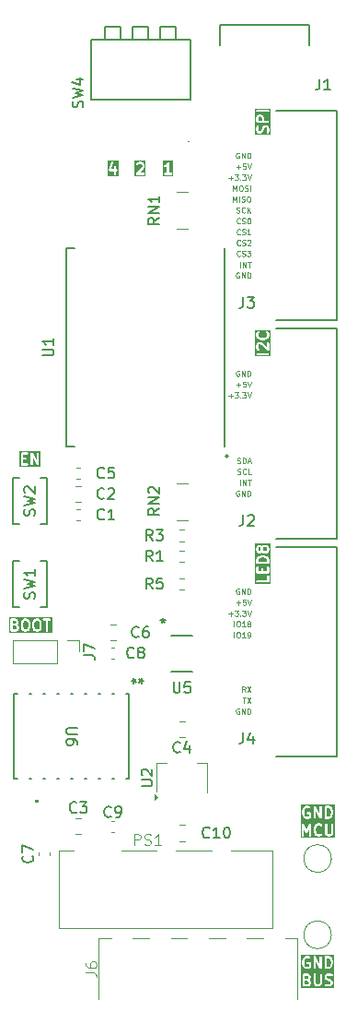
<source format=gbr>
%TF.GenerationSoftware,KiCad,Pcbnew,9.0.1*%
%TF.CreationDate,2025-05-24T17:32:27+03:00*%
%TF.ProjectId,PM-MCU_ESP32-C3,504d2d4d-4355-45f4-9553-5033322d4333,rev?*%
%TF.SameCoordinates,Original*%
%TF.FileFunction,Legend,Top*%
%TF.FilePolarity,Positive*%
%FSLAX46Y46*%
G04 Gerber Fmt 4.6, Leading zero omitted, Abs format (unit mm)*
G04 Created by KiCad (PCBNEW 9.0.1) date 2025-05-24 17:32:27*
%MOMM*%
%LPD*%
G01*
G04 APERTURE LIST*
%ADD10C,0.125000*%
%ADD11C,0.200000*%
%ADD12C,0.150000*%
%ADD13C,0.100000*%
%ADD14C,0.152400*%
%ADD15C,0.203200*%
%ADD16C,0.120000*%
%ADD17C,0.000000*%
G04 APERTURE END LIST*
D10*
X21870145Y26322810D02*
X21846336Y26299000D01*
X21846336Y26299000D02*
X21774907Y26275191D01*
X21774907Y26275191D02*
X21727288Y26275191D01*
X21727288Y26275191D02*
X21655860Y26299000D01*
X21655860Y26299000D02*
X21608241Y26346620D01*
X21608241Y26346620D02*
X21584431Y26394239D01*
X21584431Y26394239D02*
X21560622Y26489477D01*
X21560622Y26489477D02*
X21560622Y26560905D01*
X21560622Y26560905D02*
X21584431Y26656143D01*
X21584431Y26656143D02*
X21608241Y26703762D01*
X21608241Y26703762D02*
X21655860Y26751381D01*
X21655860Y26751381D02*
X21727288Y26775191D01*
X21727288Y26775191D02*
X21774907Y26775191D01*
X21774907Y26775191D02*
X21846336Y26751381D01*
X21846336Y26751381D02*
X21870145Y26727572D01*
X22060622Y26299000D02*
X22132050Y26275191D01*
X22132050Y26275191D02*
X22251098Y26275191D01*
X22251098Y26275191D02*
X22298717Y26299000D01*
X22298717Y26299000D02*
X22322526Y26322810D01*
X22322526Y26322810D02*
X22346336Y26370429D01*
X22346336Y26370429D02*
X22346336Y26418048D01*
X22346336Y26418048D02*
X22322526Y26465667D01*
X22322526Y26465667D02*
X22298717Y26489477D01*
X22298717Y26489477D02*
X22251098Y26513286D01*
X22251098Y26513286D02*
X22155860Y26537096D01*
X22155860Y26537096D02*
X22108241Y26560905D01*
X22108241Y26560905D02*
X22084431Y26584715D01*
X22084431Y26584715D02*
X22060622Y26632334D01*
X22060622Y26632334D02*
X22060622Y26679953D01*
X22060622Y26679953D02*
X22084431Y26727572D01*
X22084431Y26727572D02*
X22108241Y26751381D01*
X22108241Y26751381D02*
X22155860Y26775191D01*
X22155860Y26775191D02*
X22274907Y26775191D01*
X22274907Y26775191D02*
X22346336Y26751381D01*
X22513002Y26775191D02*
X22822526Y26775191D01*
X22822526Y26775191D02*
X22655859Y26584715D01*
X22655859Y26584715D02*
X22727288Y26584715D01*
X22727288Y26584715D02*
X22774907Y26560905D01*
X22774907Y26560905D02*
X22798716Y26537096D01*
X22798716Y26537096D02*
X22822526Y26489477D01*
X22822526Y26489477D02*
X22822526Y26370429D01*
X22822526Y26370429D02*
X22798716Y26322810D01*
X22798716Y26322810D02*
X22774907Y26299000D01*
X22774907Y26299000D02*
X22727288Y26275191D01*
X22727288Y26275191D02*
X22584431Y26275191D01*
X22584431Y26275191D02*
X22536812Y26299000D01*
X22536812Y26299000D02*
X22513002Y26322810D01*
X21536812Y30299000D02*
X21608240Y30275191D01*
X21608240Y30275191D02*
X21727288Y30275191D01*
X21727288Y30275191D02*
X21774907Y30299000D01*
X21774907Y30299000D02*
X21798716Y30322810D01*
X21798716Y30322810D02*
X21822526Y30370429D01*
X21822526Y30370429D02*
X21822526Y30418048D01*
X21822526Y30418048D02*
X21798716Y30465667D01*
X21798716Y30465667D02*
X21774907Y30489477D01*
X21774907Y30489477D02*
X21727288Y30513286D01*
X21727288Y30513286D02*
X21632050Y30537096D01*
X21632050Y30537096D02*
X21584431Y30560905D01*
X21584431Y30560905D02*
X21560621Y30584715D01*
X21560621Y30584715D02*
X21536812Y30632334D01*
X21536812Y30632334D02*
X21536812Y30679953D01*
X21536812Y30679953D02*
X21560621Y30727572D01*
X21560621Y30727572D02*
X21584431Y30751381D01*
X21584431Y30751381D02*
X21632050Y30775191D01*
X21632050Y30775191D02*
X21751097Y30775191D01*
X21751097Y30775191D02*
X21822526Y30751381D01*
X22322525Y30322810D02*
X22298716Y30299000D01*
X22298716Y30299000D02*
X22227287Y30275191D01*
X22227287Y30275191D02*
X22179668Y30275191D01*
X22179668Y30275191D02*
X22108240Y30299000D01*
X22108240Y30299000D02*
X22060621Y30346620D01*
X22060621Y30346620D02*
X22036811Y30394239D01*
X22036811Y30394239D02*
X22013002Y30489477D01*
X22013002Y30489477D02*
X22013002Y30560905D01*
X22013002Y30560905D02*
X22036811Y30656143D01*
X22036811Y30656143D02*
X22060621Y30703762D01*
X22060621Y30703762D02*
X22108240Y30751381D01*
X22108240Y30751381D02*
X22179668Y30775191D01*
X22179668Y30775191D02*
X22227287Y30775191D01*
X22227287Y30775191D02*
X22298716Y30751381D01*
X22298716Y30751381D02*
X22322525Y30727572D01*
X22536811Y30275191D02*
X22536811Y30775191D01*
X22822525Y30275191D02*
X22608240Y30560905D01*
X22822525Y30775191D02*
X22536811Y30489477D01*
X21893954Y5275191D02*
X21893954Y5775191D01*
X22132049Y5275191D02*
X22132049Y5775191D01*
X22132049Y5775191D02*
X22417763Y5275191D01*
X22417763Y5275191D02*
X22417763Y5775191D01*
X22584431Y5775191D02*
X22870145Y5775191D01*
X22727288Y5275191D02*
X22727288Y5775191D01*
X21774906Y-4248619D02*
X21727287Y-4224809D01*
X21727287Y-4224809D02*
X21655858Y-4224809D01*
X21655858Y-4224809D02*
X21584430Y-4248619D01*
X21584430Y-4248619D02*
X21536811Y-4296238D01*
X21536811Y-4296238D02*
X21513001Y-4343857D01*
X21513001Y-4343857D02*
X21489192Y-4439095D01*
X21489192Y-4439095D02*
X21489192Y-4510523D01*
X21489192Y-4510523D02*
X21513001Y-4605761D01*
X21513001Y-4605761D02*
X21536811Y-4653380D01*
X21536811Y-4653380D02*
X21584430Y-4701000D01*
X21584430Y-4701000D02*
X21655858Y-4724809D01*
X21655858Y-4724809D02*
X21703477Y-4724809D01*
X21703477Y-4724809D02*
X21774906Y-4701000D01*
X21774906Y-4701000D02*
X21798715Y-4677190D01*
X21798715Y-4677190D02*
X21798715Y-4510523D01*
X21798715Y-4510523D02*
X21703477Y-4510523D01*
X22013001Y-4724809D02*
X22013001Y-4224809D01*
X22013001Y-4224809D02*
X22298715Y-4724809D01*
X22298715Y-4724809D02*
X22298715Y-4224809D01*
X22536811Y-4724809D02*
X22536811Y-4224809D01*
X22536811Y-4224809D02*
X22655859Y-4224809D01*
X22655859Y-4224809D02*
X22727287Y-4248619D01*
X22727287Y-4248619D02*
X22774906Y-4296238D01*
X22774906Y-4296238D02*
X22798716Y-4343857D01*
X22798716Y-4343857D02*
X22822525Y-4439095D01*
X22822525Y-4439095D02*
X22822525Y-4510523D01*
X22822525Y-4510523D02*
X22798716Y-4605761D01*
X22798716Y-4605761D02*
X22774906Y-4653380D01*
X22774906Y-4653380D02*
X22727287Y-4701000D01*
X22727287Y-4701000D02*
X22655859Y-4724809D01*
X22655859Y-4724809D02*
X22536811Y-4724809D01*
X21322526Y-8724809D02*
X21322526Y-8224809D01*
X21655859Y-8224809D02*
X21751097Y-8224809D01*
X21751097Y-8224809D02*
X21798716Y-8248619D01*
X21798716Y-8248619D02*
X21846335Y-8296238D01*
X21846335Y-8296238D02*
X21870145Y-8391476D01*
X21870145Y-8391476D02*
X21870145Y-8558142D01*
X21870145Y-8558142D02*
X21846335Y-8653380D01*
X21846335Y-8653380D02*
X21798716Y-8701000D01*
X21798716Y-8701000D02*
X21751097Y-8724809D01*
X21751097Y-8724809D02*
X21655859Y-8724809D01*
X21655859Y-8724809D02*
X21608240Y-8701000D01*
X21608240Y-8701000D02*
X21560621Y-8653380D01*
X21560621Y-8653380D02*
X21536812Y-8558142D01*
X21536812Y-8558142D02*
X21536812Y-8391476D01*
X21536812Y-8391476D02*
X21560621Y-8296238D01*
X21560621Y-8296238D02*
X21608240Y-8248619D01*
X21608240Y-8248619D02*
X21655859Y-8224809D01*
X22346336Y-8724809D02*
X22060622Y-8724809D01*
X22203479Y-8724809D02*
X22203479Y-8224809D01*
X22203479Y-8224809D02*
X22155860Y-8296238D01*
X22155860Y-8296238D02*
X22108241Y-8343857D01*
X22108241Y-8343857D02*
X22060622Y-8367666D01*
X22584431Y-8724809D02*
X22679669Y-8724809D01*
X22679669Y-8724809D02*
X22727288Y-8701000D01*
X22727288Y-8701000D02*
X22751097Y-8677190D01*
X22751097Y-8677190D02*
X22798716Y-8605761D01*
X22798716Y-8605761D02*
X22822526Y-8510523D01*
X22822526Y-8510523D02*
X22822526Y-8320047D01*
X22822526Y-8320047D02*
X22798716Y-8272428D01*
X22798716Y-8272428D02*
X22774907Y-8248619D01*
X22774907Y-8248619D02*
X22727288Y-8224809D01*
X22727288Y-8224809D02*
X22632050Y-8224809D01*
X22632050Y-8224809D02*
X22584431Y-8248619D01*
X22584431Y-8248619D02*
X22560621Y-8272428D01*
X22560621Y-8272428D02*
X22536812Y-8320047D01*
X22536812Y-8320047D02*
X22536812Y-8439095D01*
X22536812Y-8439095D02*
X22560621Y-8486714D01*
X22560621Y-8486714D02*
X22584431Y-8510523D01*
X22584431Y-8510523D02*
X22632050Y-8534333D01*
X22632050Y-8534333D02*
X22727288Y-8534333D01*
X22727288Y-8534333D02*
X22774907Y-8510523D01*
X22774907Y-8510523D02*
X22798716Y-8486714D01*
X22798716Y-8486714D02*
X22822526Y-8439095D01*
X20798717Y-6534333D02*
X21179670Y-6534333D01*
X20989193Y-6724809D02*
X20989193Y-6343857D01*
X21370146Y-6224809D02*
X21679670Y-6224809D01*
X21679670Y-6224809D02*
X21513003Y-6415285D01*
X21513003Y-6415285D02*
X21584432Y-6415285D01*
X21584432Y-6415285D02*
X21632051Y-6439095D01*
X21632051Y-6439095D02*
X21655860Y-6462904D01*
X21655860Y-6462904D02*
X21679670Y-6510523D01*
X21679670Y-6510523D02*
X21679670Y-6629571D01*
X21679670Y-6629571D02*
X21655860Y-6677190D01*
X21655860Y-6677190D02*
X21632051Y-6701000D01*
X21632051Y-6701000D02*
X21584432Y-6724809D01*
X21584432Y-6724809D02*
X21441575Y-6724809D01*
X21441575Y-6724809D02*
X21393956Y-6701000D01*
X21393956Y-6701000D02*
X21370146Y-6677190D01*
X21893955Y-6677190D02*
X21917765Y-6701000D01*
X21917765Y-6701000D02*
X21893955Y-6724809D01*
X21893955Y-6724809D02*
X21870146Y-6701000D01*
X21870146Y-6701000D02*
X21893955Y-6677190D01*
X21893955Y-6677190D02*
X21893955Y-6724809D01*
X22084431Y-6224809D02*
X22393955Y-6224809D01*
X22393955Y-6224809D02*
X22227288Y-6415285D01*
X22227288Y-6415285D02*
X22298717Y-6415285D01*
X22298717Y-6415285D02*
X22346336Y-6439095D01*
X22346336Y-6439095D02*
X22370145Y-6462904D01*
X22370145Y-6462904D02*
X22393955Y-6510523D01*
X22393955Y-6510523D02*
X22393955Y-6629571D01*
X22393955Y-6629571D02*
X22370145Y-6677190D01*
X22370145Y-6677190D02*
X22346336Y-6701000D01*
X22346336Y-6701000D02*
X22298717Y-6724809D01*
X22298717Y-6724809D02*
X22155860Y-6724809D01*
X22155860Y-6724809D02*
X22108241Y-6701000D01*
X22108241Y-6701000D02*
X22084431Y-6677190D01*
X22536812Y-6224809D02*
X22703478Y-6724809D01*
X22703478Y-6724809D02*
X22870145Y-6224809D01*
D11*
G36*
X24179218Y-1416405D02*
G01*
X24250127Y-1451859D01*
X24317197Y-1518929D01*
X24352219Y-1623994D01*
X24352219Y-1745863D01*
X23552219Y-1745863D01*
X23552219Y-1623995D01*
X23587240Y-1518930D01*
X23654313Y-1451858D01*
X23725218Y-1416405D01*
X23893099Y-1374435D01*
X24011337Y-1374435D01*
X24179218Y-1416405D01*
G37*
G36*
X23726316Y-451859D02*
G01*
X23750985Y-476527D01*
X23780790Y-536137D01*
X23780790Y-679399D01*
X23750985Y-739008D01*
X23726316Y-763676D01*
X23666707Y-793482D01*
X23666302Y-793482D01*
X23606692Y-763677D01*
X23582024Y-739008D01*
X23552219Y-679398D01*
X23552219Y-536137D01*
X23582024Y-476527D01*
X23606692Y-451858D01*
X23666302Y-422054D01*
X23666707Y-422054D01*
X23726316Y-451859D01*
G37*
G36*
X24297746Y-451860D02*
G01*
X24322414Y-476527D01*
X24352219Y-536137D01*
X24352219Y-679399D01*
X24322414Y-739008D01*
X24297746Y-763675D01*
X24238135Y-793482D01*
X24094873Y-793482D01*
X24035263Y-763677D01*
X24010595Y-739008D01*
X23980790Y-679398D01*
X23980790Y-536137D01*
X24010595Y-476527D01*
X24035263Y-451858D01*
X24094873Y-422054D01*
X24238135Y-422054D01*
X24297746Y-451860D01*
G37*
G36*
X24663330Y-3771260D02*
G01*
X23241108Y-3771260D01*
X23241108Y-3540640D01*
X23354140Y-3540640D01*
X23354140Y-3579658D01*
X23369072Y-3615706D01*
X23396662Y-3643296D01*
X23432710Y-3658228D01*
X23452219Y-3660149D01*
X24452219Y-3660149D01*
X24471728Y-3658228D01*
X24507776Y-3643296D01*
X24535366Y-3615706D01*
X24550298Y-3579658D01*
X24552219Y-3560149D01*
X24552219Y-3083959D01*
X24550298Y-3064450D01*
X24535366Y-3028402D01*
X24507776Y-3000812D01*
X24471728Y-2985880D01*
X24432710Y-2985880D01*
X24396662Y-3000812D01*
X24369072Y-3028402D01*
X24354140Y-3064450D01*
X24352219Y-3083959D01*
X24352219Y-3460149D01*
X23452219Y-3460149D01*
X23432710Y-3462070D01*
X23396662Y-3477002D01*
X23369072Y-3504592D01*
X23354140Y-3540640D01*
X23241108Y-3540640D01*
X23241108Y-2274435D01*
X23352219Y-2274435D01*
X23352219Y-2750625D01*
X23354140Y-2770134D01*
X23369072Y-2806182D01*
X23396662Y-2833772D01*
X23432710Y-2848704D01*
X23452219Y-2850625D01*
X24452219Y-2850625D01*
X24471728Y-2848704D01*
X24507776Y-2833772D01*
X24535366Y-2806182D01*
X24550298Y-2770134D01*
X24552219Y-2750625D01*
X24552219Y-2274435D01*
X24550298Y-2254926D01*
X24535366Y-2218878D01*
X24507776Y-2191288D01*
X24471728Y-2176356D01*
X24432710Y-2176356D01*
X24396662Y-2191288D01*
X24369072Y-2218878D01*
X24354140Y-2254926D01*
X24352219Y-2274435D01*
X24352219Y-2650625D01*
X24028409Y-2650625D01*
X24028409Y-2417292D01*
X24026488Y-2397783D01*
X24011556Y-2361735D01*
X23983966Y-2334145D01*
X23947918Y-2319213D01*
X23908900Y-2319213D01*
X23872852Y-2334145D01*
X23845262Y-2361735D01*
X23830330Y-2397783D01*
X23828409Y-2417292D01*
X23828409Y-2650625D01*
X23552219Y-2650625D01*
X23552219Y-2274435D01*
X23550298Y-2254926D01*
X23535366Y-2218878D01*
X23507776Y-2191288D01*
X23471728Y-2176356D01*
X23432710Y-2176356D01*
X23396662Y-2191288D01*
X23369072Y-2218878D01*
X23354140Y-2254926D01*
X23352219Y-2274435D01*
X23241108Y-2274435D01*
X23241108Y-1607768D01*
X23352219Y-1607768D01*
X23352219Y-1845863D01*
X23354140Y-1865372D01*
X23369072Y-1901420D01*
X23396662Y-1929010D01*
X23432710Y-1943942D01*
X23452219Y-1945863D01*
X24452219Y-1945863D01*
X24471728Y-1943942D01*
X24507776Y-1929010D01*
X24535366Y-1901420D01*
X24550298Y-1865372D01*
X24552219Y-1845863D01*
X24552219Y-1607768D01*
X24551246Y-1597894D01*
X24551434Y-1595260D01*
X24550646Y-1591796D01*
X24550298Y-1588259D01*
X24549286Y-1585817D01*
X24547087Y-1576145D01*
X24499468Y-1433288D01*
X24491477Y-1415388D01*
X24489122Y-1412672D01*
X24487747Y-1409353D01*
X24475311Y-1394200D01*
X24380071Y-1298962D01*
X24372401Y-1292667D01*
X24370672Y-1290673D01*
X24367667Y-1288781D01*
X24364918Y-1286525D01*
X24362474Y-1285512D01*
X24354082Y-1280230D01*
X24258844Y-1232611D01*
X24257417Y-1232065D01*
X24256837Y-1231635D01*
X24248660Y-1228713D01*
X24240536Y-1225605D01*
X24239813Y-1225553D01*
X24238376Y-1225040D01*
X24047901Y-1177421D01*
X24044519Y-1176920D01*
X24043156Y-1176356D01*
X24035805Y-1175632D01*
X24028508Y-1174553D01*
X24027049Y-1174770D01*
X24023647Y-1174435D01*
X23880790Y-1174435D01*
X23877387Y-1174770D01*
X23875929Y-1174553D01*
X23868631Y-1175632D01*
X23861281Y-1176356D01*
X23859917Y-1176920D01*
X23856536Y-1177421D01*
X23666060Y-1225040D01*
X23664621Y-1225553D01*
X23663901Y-1225605D01*
X23655776Y-1228713D01*
X23647600Y-1231635D01*
X23647020Y-1232064D01*
X23645592Y-1232611D01*
X23550355Y-1280230D01*
X23541956Y-1285516D01*
X23539519Y-1286526D01*
X23536775Y-1288777D01*
X23533764Y-1290673D01*
X23532031Y-1292670D01*
X23524365Y-1298962D01*
X23429127Y-1394200D01*
X23416691Y-1409354D01*
X23415316Y-1412672D01*
X23412961Y-1415388D01*
X23404970Y-1433289D01*
X23357351Y-1576145D01*
X23355151Y-1585816D01*
X23354140Y-1588259D01*
X23353791Y-1591797D01*
X23353004Y-1595261D01*
X23353191Y-1597894D01*
X23352219Y-1607768D01*
X23241108Y-1607768D01*
X23241108Y-512530D01*
X23352219Y-512530D01*
X23352219Y-703006D01*
X23354140Y-722515D01*
X23355515Y-725835D01*
X23355770Y-729419D01*
X23362776Y-747727D01*
X23410395Y-842965D01*
X23415680Y-851361D01*
X23416691Y-853801D01*
X23418944Y-856547D01*
X23420838Y-859555D01*
X23422832Y-861284D01*
X23429127Y-868955D01*
X23476746Y-916573D01*
X23484412Y-922865D01*
X23486145Y-924863D01*
X23489153Y-926756D01*
X23491899Y-929010D01*
X23494339Y-930020D01*
X23502736Y-935306D01*
X23597973Y-982925D01*
X23616282Y-989931D01*
X23619865Y-990185D01*
X23623186Y-991561D01*
X23642695Y-993482D01*
X23690314Y-993482D01*
X23709823Y-991561D01*
X23713143Y-990185D01*
X23716727Y-989931D01*
X23735035Y-982925D01*
X23830273Y-935306D01*
X23838669Y-930020D01*
X23841109Y-929010D01*
X23843855Y-926756D01*
X23846863Y-924863D01*
X23848592Y-922868D01*
X23856263Y-916574D01*
X23880789Y-892046D01*
X23905317Y-916573D01*
X23912983Y-922865D01*
X23914716Y-924863D01*
X23917724Y-926756D01*
X23920470Y-929010D01*
X23922910Y-930020D01*
X23931307Y-935306D01*
X24026544Y-982925D01*
X24044853Y-989931D01*
X24048436Y-990185D01*
X24051757Y-991561D01*
X24071266Y-993482D01*
X24261742Y-993482D01*
X24281251Y-991561D01*
X24284571Y-990185D01*
X24288155Y-989931D01*
X24306463Y-982925D01*
X24401701Y-935306D01*
X24410093Y-930022D01*
X24412537Y-929011D01*
X24415286Y-926754D01*
X24418291Y-924863D01*
X24420020Y-922868D01*
X24427690Y-916574D01*
X24475310Y-868956D01*
X24481603Y-861287D01*
X24483600Y-859556D01*
X24485493Y-856547D01*
X24487747Y-853802D01*
X24488757Y-851361D01*
X24494043Y-842965D01*
X24541662Y-747728D01*
X24548668Y-729419D01*
X24548922Y-725835D01*
X24550298Y-722515D01*
X24552219Y-703006D01*
X24552219Y-512530D01*
X24550298Y-493021D01*
X24548922Y-489700D01*
X24548668Y-486117D01*
X24541662Y-467808D01*
X24494043Y-372571D01*
X24488757Y-364174D01*
X24487747Y-361734D01*
X24485493Y-358988D01*
X24483600Y-355980D01*
X24481603Y-354248D01*
X24475310Y-346580D01*
X24427690Y-298962D01*
X24420020Y-292667D01*
X24418291Y-290673D01*
X24415286Y-288781D01*
X24412537Y-286525D01*
X24410093Y-285513D01*
X24401701Y-280230D01*
X24306463Y-232611D01*
X24288155Y-225605D01*
X24284571Y-225350D01*
X24281251Y-223975D01*
X24261742Y-222054D01*
X24071266Y-222054D01*
X24051757Y-223975D01*
X24048436Y-225350D01*
X24044853Y-225605D01*
X24026544Y-232611D01*
X23931307Y-280230D01*
X23922910Y-285515D01*
X23920470Y-286526D01*
X23917724Y-288779D01*
X23914716Y-290673D01*
X23912983Y-292670D01*
X23905317Y-298963D01*
X23880789Y-323489D01*
X23856263Y-298962D01*
X23848592Y-292667D01*
X23846863Y-290673D01*
X23843855Y-288779D01*
X23841109Y-286526D01*
X23838669Y-285515D01*
X23830273Y-280230D01*
X23735035Y-232611D01*
X23716727Y-225605D01*
X23713143Y-225350D01*
X23709823Y-223975D01*
X23690314Y-222054D01*
X23642695Y-222054D01*
X23623186Y-223975D01*
X23619865Y-225350D01*
X23616282Y-225605D01*
X23597973Y-232611D01*
X23502736Y-280230D01*
X23494339Y-285515D01*
X23491899Y-286526D01*
X23489153Y-288779D01*
X23486145Y-290673D01*
X23484412Y-292670D01*
X23476746Y-298963D01*
X23429127Y-346581D01*
X23422832Y-354251D01*
X23420838Y-355981D01*
X23418944Y-358988D01*
X23416691Y-361735D01*
X23415680Y-364174D01*
X23410395Y-372571D01*
X23362776Y-467809D01*
X23355770Y-486117D01*
X23355515Y-489700D01*
X23354140Y-493021D01*
X23352219Y-512530D01*
X23241108Y-512530D01*
X23241108Y-110943D01*
X24663330Y-110943D01*
X24663330Y-3771260D01*
G37*
G36*
X3489206Y6956670D02*
G01*
X1590794Y6956670D01*
X1590794Y8167781D01*
X1701905Y8167781D01*
X1701905Y7167781D01*
X1703826Y7148272D01*
X1718758Y7112224D01*
X1746348Y7084634D01*
X1782396Y7069702D01*
X1801905Y7067781D01*
X2278095Y7067781D01*
X2297604Y7069702D01*
X2333652Y7084634D01*
X2361242Y7112224D01*
X2376174Y7148272D01*
X2376174Y7187290D01*
X2361242Y7223338D01*
X2333652Y7250928D01*
X2297604Y7265860D01*
X2278095Y7267781D01*
X1901905Y7267781D01*
X1901905Y7591591D01*
X2135238Y7591591D01*
X2154747Y7593512D01*
X2190795Y7608444D01*
X2218385Y7636034D01*
X2233317Y7672082D01*
X2233317Y7711100D01*
X2218385Y7747148D01*
X2190795Y7774738D01*
X2154747Y7789670D01*
X2135238Y7791591D01*
X1901905Y7791591D01*
X1901905Y8067781D01*
X2278095Y8067781D01*
X2297604Y8069702D01*
X2333652Y8084634D01*
X2361242Y8112224D01*
X2376174Y8148272D01*
X2376174Y8167781D01*
X2606667Y8167781D01*
X2606667Y7167781D01*
X2608588Y7148272D01*
X2623520Y7112224D01*
X2651110Y7084634D01*
X2687158Y7069702D01*
X2726176Y7069702D01*
X2762224Y7084634D01*
X2789814Y7112224D01*
X2804746Y7148272D01*
X2806667Y7167781D01*
X2806667Y7791225D01*
X3191271Y7118167D01*
X3194189Y7114057D01*
X3194948Y7112224D01*
X3196814Y7110358D01*
X3202618Y7102182D01*
X3213134Y7094038D01*
X3222538Y7084634D01*
X3228425Y7082196D01*
X3233467Y7078291D01*
X3246299Y7074792D01*
X3258586Y7069702D01*
X3264962Y7069702D01*
X3271111Y7068025D01*
X3284304Y7069702D01*
X3297604Y7069702D01*
X3303492Y7072142D01*
X3309817Y7072945D01*
X3321366Y7079546D01*
X3333652Y7084634D01*
X3338159Y7089142D01*
X3343694Y7092304D01*
X3351838Y7102821D01*
X3361242Y7112224D01*
X3363680Y7118112D01*
X3367585Y7123153D01*
X3371084Y7135986D01*
X3376174Y7148272D01*
X3377156Y7158250D01*
X3377851Y7160796D01*
X3377600Y7162764D01*
X3378095Y7167781D01*
X3378095Y8167781D01*
X3376174Y8187290D01*
X3361242Y8223338D01*
X3333652Y8250928D01*
X3297604Y8265860D01*
X3258586Y8265860D01*
X3222538Y8250928D01*
X3194948Y8223338D01*
X3180016Y8187290D01*
X3178095Y8167781D01*
X3178095Y7544338D01*
X2793491Y8217395D01*
X2790572Y8221506D01*
X2789814Y8223338D01*
X2787947Y8225205D01*
X2782144Y8233380D01*
X2771629Y8241523D01*
X2762224Y8250928D01*
X2756333Y8253368D01*
X2751295Y8257270D01*
X2738466Y8260769D01*
X2726176Y8265860D01*
X2719801Y8265860D01*
X2713652Y8267537D01*
X2700459Y8265860D01*
X2687158Y8265860D01*
X2681269Y8263421D01*
X2674945Y8262617D01*
X2663395Y8256017D01*
X2651110Y8250928D01*
X2646602Y8246421D01*
X2641068Y8243258D01*
X2632925Y8232744D01*
X2623520Y8223338D01*
X2621080Y8217448D01*
X2617178Y8212409D01*
X2613679Y8199581D01*
X2608588Y8187290D01*
X2607605Y8177313D01*
X2606911Y8174766D01*
X2607161Y8172799D01*
X2606667Y8167781D01*
X2376174Y8167781D01*
X2376174Y8187290D01*
X2361242Y8223338D01*
X2333652Y8250928D01*
X2297604Y8265860D01*
X2278095Y8267781D01*
X1801905Y8267781D01*
X1782396Y8265860D01*
X1746348Y8250928D01*
X1718758Y8223338D01*
X1703826Y8187290D01*
X1701905Y8167781D01*
X1590794Y8167781D01*
X1590794Y8378892D01*
X3489206Y8378892D01*
X3489206Y6956670D01*
G37*
D10*
X22108241Y-14224809D02*
X22393955Y-14224809D01*
X22251098Y-14724809D02*
X22251098Y-14224809D01*
X22513002Y-14224809D02*
X22846335Y-14724809D01*
X22846335Y-14224809D02*
X22513002Y-14724809D01*
D11*
G36*
X24663330Y17090137D02*
G01*
X23241108Y17090137D01*
X23241108Y17320757D01*
X23354140Y17320757D01*
X23354140Y17281739D01*
X23369072Y17245691D01*
X23396662Y17218101D01*
X23432710Y17203169D01*
X23452219Y17201248D01*
X24452219Y17201248D01*
X24471728Y17203169D01*
X24507776Y17218101D01*
X24535366Y17245691D01*
X24550298Y17281739D01*
X24550298Y17320757D01*
X24535366Y17356805D01*
X24507776Y17384395D01*
X24471728Y17399327D01*
X24452219Y17401248D01*
X23452219Y17401248D01*
X23432710Y17399327D01*
X23396662Y17384395D01*
X23369072Y17356805D01*
X23354140Y17320757D01*
X23241108Y17320757D01*
X23241108Y18110771D01*
X23352219Y18110771D01*
X23352219Y17872676D01*
X23354140Y17853167D01*
X23355515Y17849847D01*
X23355770Y17846263D01*
X23362776Y17827955D01*
X23410395Y17732717D01*
X23415680Y17724321D01*
X23416691Y17721881D01*
X23418944Y17719135D01*
X23420838Y17716127D01*
X23422832Y17714398D01*
X23429127Y17706727D01*
X23476746Y17659109D01*
X23491899Y17646672D01*
X23527948Y17631741D01*
X23566966Y17631741D01*
X23603014Y17646672D01*
X23630604Y17674262D01*
X23645535Y17710310D01*
X23645535Y17749328D01*
X23630604Y17785377D01*
X23618167Y17800530D01*
X23582024Y17836674D01*
X23552219Y17896284D01*
X23552219Y18087164D01*
X23582024Y18146774D01*
X23606692Y18171443D01*
X23666302Y18201247D01*
X23721706Y18201247D01*
X23826770Y18166226D01*
X24381508Y17611489D01*
X24396662Y17599053D01*
X24432710Y17584121D01*
X24471728Y17584121D01*
X24507776Y17599053D01*
X24535366Y17626643D01*
X24550298Y17662691D01*
X24552219Y17682200D01*
X24552219Y18301247D01*
X24550298Y18320756D01*
X24535366Y18356804D01*
X24507776Y18384394D01*
X24471728Y18399326D01*
X24432710Y18399326D01*
X24396662Y18384394D01*
X24369072Y18356804D01*
X24354140Y18320756D01*
X24352219Y18301247D01*
X24352219Y17923622D01*
X23951501Y18324339D01*
X23936347Y18336775D01*
X23933028Y18338150D01*
X23930313Y18340505D01*
X23912412Y18348496D01*
X23769556Y18396115D01*
X23759884Y18398315D01*
X23757442Y18399326D01*
X23753903Y18399675D01*
X23750440Y18400462D01*
X23747806Y18400275D01*
X23737933Y18401247D01*
X23642695Y18401247D01*
X23623186Y18399326D01*
X23619865Y18397951D01*
X23616282Y18397696D01*
X23597973Y18390690D01*
X23502736Y18343071D01*
X23494339Y18337786D01*
X23491899Y18336775D01*
X23489153Y18334522D01*
X23486145Y18332628D01*
X23484412Y18330631D01*
X23476746Y18324338D01*
X23429127Y18276720D01*
X23422832Y18269050D01*
X23420838Y18267320D01*
X23418944Y18264313D01*
X23416691Y18261566D01*
X23415680Y18259127D01*
X23410395Y18250730D01*
X23362776Y18155492D01*
X23355770Y18137184D01*
X23355515Y18133601D01*
X23354140Y18130280D01*
X23352219Y18110771D01*
X23241108Y18110771D01*
X23241108Y19110771D01*
X23352219Y19110771D01*
X23352219Y19015533D01*
X23353191Y19005660D01*
X23353004Y19003026D01*
X23353791Y18999563D01*
X23354140Y18996024D01*
X23355151Y18993582D01*
X23357351Y18983910D01*
X23404970Y18841054D01*
X23412961Y18823153D01*
X23415316Y18820438D01*
X23416691Y18817119D01*
X23429127Y18801965D01*
X23524365Y18706727D01*
X23532031Y18700436D01*
X23533764Y18698438D01*
X23536775Y18696543D01*
X23539519Y18694291D01*
X23541956Y18693282D01*
X23550355Y18687995D01*
X23645592Y18640376D01*
X23647020Y18639830D01*
X23647600Y18639400D01*
X23655776Y18636479D01*
X23663901Y18633370D01*
X23664621Y18633319D01*
X23666060Y18632805D01*
X23856536Y18585186D01*
X23859917Y18584686D01*
X23861281Y18584121D01*
X23868631Y18583398D01*
X23875929Y18582318D01*
X23877387Y18582536D01*
X23880790Y18582200D01*
X24023647Y18582200D01*
X24027049Y18582536D01*
X24028508Y18582318D01*
X24035805Y18583398D01*
X24043156Y18584121D01*
X24044519Y18584686D01*
X24047901Y18585186D01*
X24238376Y18632805D01*
X24239813Y18633319D01*
X24240536Y18633370D01*
X24248660Y18636479D01*
X24256837Y18639400D01*
X24257417Y18639831D01*
X24258844Y18640376D01*
X24354082Y18687995D01*
X24362474Y18693278D01*
X24364918Y18694290D01*
X24367667Y18696547D01*
X24370672Y18698438D01*
X24372401Y18700433D01*
X24380071Y18706727D01*
X24475311Y18801965D01*
X24487747Y18817118D01*
X24489122Y18820438D01*
X24491477Y18823153D01*
X24499468Y18841053D01*
X24547087Y18983910D01*
X24549286Y18993583D01*
X24550298Y18996024D01*
X24550646Y18999562D01*
X24551434Y19003025D01*
X24551246Y19005660D01*
X24552219Y19015533D01*
X24552219Y19110771D01*
X24551246Y19120645D01*
X24551434Y19123279D01*
X24550646Y19126743D01*
X24550298Y19130280D01*
X24549286Y19132722D01*
X24547087Y19142394D01*
X24499468Y19285251D01*
X24491477Y19303151D01*
X24489122Y19305867D01*
X24487747Y19309186D01*
X24475310Y19324340D01*
X24427690Y19371958D01*
X24412537Y19384395D01*
X24376488Y19399326D01*
X24337470Y19399325D01*
X24301422Y19384394D01*
X24273832Y19356804D01*
X24258901Y19320755D01*
X24258902Y19281737D01*
X24273833Y19245689D01*
X24286270Y19230536D01*
X24317197Y19199610D01*
X24352219Y19094545D01*
X24352219Y19031760D01*
X24317197Y18926695D01*
X24250127Y18859625D01*
X24179218Y18824171D01*
X24011337Y18782200D01*
X23893099Y18782200D01*
X23725218Y18824171D01*
X23654313Y18859623D01*
X23587240Y18926696D01*
X23552219Y19031760D01*
X23552219Y19094544D01*
X23587240Y19199610D01*
X23618167Y19230536D01*
X23630604Y19245689D01*
X23645535Y19281738D01*
X23645535Y19320756D01*
X23630604Y19356804D01*
X23603014Y19384394D01*
X23566966Y19399325D01*
X23527948Y19399325D01*
X23491899Y19384394D01*
X23476746Y19371957D01*
X23429127Y19324339D01*
X23416691Y19309185D01*
X23415316Y19305867D01*
X23412961Y19303151D01*
X23404970Y19285250D01*
X23357351Y19142394D01*
X23355151Y19132723D01*
X23354140Y19130280D01*
X23353791Y19126742D01*
X23353004Y19123278D01*
X23353191Y19120645D01*
X23352219Y19110771D01*
X23241108Y19110771D01*
X23241108Y19510437D01*
X24663330Y19510437D01*
X24663330Y17090137D01*
G37*
G36*
X1271695Y-7683430D02*
G01*
X1291147Y-7702882D01*
X1320952Y-7762492D01*
X1320952Y-7858135D01*
X1291147Y-7917743D01*
X1266478Y-7942413D01*
X1206869Y-7972219D01*
X949524Y-7972219D01*
X949524Y-7648409D01*
X1166630Y-7648409D01*
X1271695Y-7683430D01*
G37*
G36*
X1218859Y-7202024D02*
G01*
X1243528Y-7226692D01*
X1273333Y-7286302D01*
X1273333Y-7334326D01*
X1243528Y-7393935D01*
X1218859Y-7418603D01*
X1159250Y-7448409D01*
X949524Y-7448409D01*
X949524Y-7172219D01*
X1159250Y-7172219D01*
X1218859Y-7202024D01*
G37*
G36*
X2266477Y-7202023D02*
G01*
X2330656Y-7266202D01*
X2368571Y-7417861D01*
X2368571Y-7726575D01*
X2330655Y-7878235D01*
X2266479Y-7942413D01*
X2206869Y-7972219D01*
X2063607Y-7972219D01*
X2003997Y-7942414D01*
X1939820Y-7878236D01*
X1901905Y-7726575D01*
X1901905Y-7417862D01*
X1939820Y-7266202D01*
X2003999Y-7202023D01*
X2063607Y-7172219D01*
X2206869Y-7172219D01*
X2266477Y-7202023D01*
G37*
G36*
X3314096Y-7202023D02*
G01*
X3378275Y-7266202D01*
X3416190Y-7417861D01*
X3416190Y-7726575D01*
X3378274Y-7878235D01*
X3314098Y-7942413D01*
X3254488Y-7972219D01*
X3111226Y-7972219D01*
X3051616Y-7942414D01*
X2987439Y-7878236D01*
X2949524Y-7726575D01*
X2949524Y-7417862D01*
X2987439Y-7266202D01*
X3051618Y-7202023D01*
X3111226Y-7172219D01*
X3254488Y-7172219D01*
X3314096Y-7202023D01*
G37*
G36*
X4582523Y-8283330D02*
G01*
X638413Y-8283330D01*
X638413Y-7072219D01*
X749524Y-7072219D01*
X749524Y-8072219D01*
X751445Y-8091728D01*
X766377Y-8127776D01*
X793967Y-8155366D01*
X830015Y-8170298D01*
X849524Y-8172219D01*
X1230476Y-8172219D01*
X1249985Y-8170298D01*
X1253305Y-8168922D01*
X1256889Y-8168668D01*
X1275197Y-8161662D01*
X1370435Y-8114043D01*
X1378830Y-8108758D01*
X1381272Y-8107747D01*
X1384019Y-8105491D01*
X1387025Y-8103600D01*
X1388755Y-8101605D01*
X1396425Y-8095310D01*
X1444044Y-8047690D01*
X1450336Y-8040023D01*
X1452333Y-8038292D01*
X1454226Y-8035284D01*
X1456481Y-8032537D01*
X1457492Y-8030095D01*
X1462776Y-8021701D01*
X1510395Y-7926464D01*
X1517401Y-7908155D01*
X1517655Y-7904571D01*
X1519031Y-7901251D01*
X1520952Y-7881742D01*
X1520952Y-7738885D01*
X1519031Y-7719376D01*
X1517655Y-7716055D01*
X1517401Y-7712472D01*
X1510395Y-7694163D01*
X1462776Y-7598926D01*
X1457490Y-7590529D01*
X1456480Y-7588089D01*
X1454226Y-7585343D01*
X1452333Y-7582335D01*
X1450335Y-7580602D01*
X1444043Y-7572936D01*
X1396425Y-7525317D01*
X1395636Y-7524669D01*
X1396424Y-7523882D01*
X1402716Y-7516215D01*
X1404714Y-7514483D01*
X1406607Y-7511474D01*
X1408861Y-7508729D01*
X1409871Y-7506288D01*
X1415157Y-7497892D01*
X1461327Y-7405552D01*
X1701905Y-7405552D01*
X1701905Y-7738885D01*
X1702240Y-7742287D01*
X1702023Y-7743746D01*
X1703102Y-7751043D01*
X1703826Y-7758394D01*
X1704390Y-7759757D01*
X1704891Y-7763139D01*
X1752510Y-7953614D01*
X1759105Y-7972075D01*
X1763530Y-7978047D01*
X1766376Y-7984918D01*
X1778813Y-8000071D01*
X1874051Y-8095311D01*
X1881719Y-8101604D01*
X1883450Y-8103600D01*
X1886457Y-8105493D01*
X1889204Y-8107747D01*
X1891644Y-8108757D01*
X1900041Y-8114043D01*
X1995278Y-8161662D01*
X2013587Y-8168668D01*
X2017170Y-8168922D01*
X2020491Y-8170298D01*
X2040000Y-8172219D01*
X2230476Y-8172219D01*
X2249985Y-8170298D01*
X2253305Y-8168922D01*
X2256889Y-8168668D01*
X2275197Y-8161662D01*
X2370435Y-8114043D01*
X2378830Y-8108758D01*
X2381272Y-8107747D01*
X2384019Y-8105491D01*
X2387025Y-8103600D01*
X2388755Y-8101605D01*
X2396425Y-8095310D01*
X2491663Y-8000071D01*
X2504100Y-7984918D01*
X2506945Y-7978047D01*
X2511371Y-7972075D01*
X2517966Y-7953615D01*
X2565585Y-7763139D01*
X2566085Y-7759757D01*
X2566650Y-7758394D01*
X2567373Y-7751043D01*
X2568453Y-7743746D01*
X2568235Y-7742287D01*
X2568571Y-7738885D01*
X2568571Y-7405552D01*
X2749524Y-7405552D01*
X2749524Y-7738885D01*
X2749859Y-7742287D01*
X2749642Y-7743746D01*
X2750721Y-7751043D01*
X2751445Y-7758394D01*
X2752009Y-7759757D01*
X2752510Y-7763139D01*
X2800129Y-7953614D01*
X2806724Y-7972075D01*
X2811149Y-7978047D01*
X2813995Y-7984918D01*
X2826432Y-8000071D01*
X2921670Y-8095311D01*
X2929338Y-8101604D01*
X2931069Y-8103600D01*
X2934076Y-8105493D01*
X2936823Y-8107747D01*
X2939263Y-8108757D01*
X2947660Y-8114043D01*
X3042897Y-8161662D01*
X3061206Y-8168668D01*
X3064789Y-8168922D01*
X3068110Y-8170298D01*
X3087619Y-8172219D01*
X3278095Y-8172219D01*
X3297604Y-8170298D01*
X3300924Y-8168922D01*
X3304508Y-8168668D01*
X3322816Y-8161662D01*
X3418054Y-8114043D01*
X3426449Y-8108758D01*
X3428891Y-8107747D01*
X3431638Y-8105491D01*
X3434644Y-8103600D01*
X3436374Y-8101605D01*
X3444044Y-8095310D01*
X3539282Y-8000071D01*
X3551719Y-7984918D01*
X3554564Y-7978047D01*
X3558990Y-7972075D01*
X3565585Y-7953615D01*
X3613204Y-7763139D01*
X3613704Y-7759757D01*
X3614269Y-7758394D01*
X3614992Y-7751043D01*
X3616072Y-7743746D01*
X3615854Y-7742287D01*
X3616190Y-7738885D01*
X3616190Y-7405552D01*
X3615854Y-7402149D01*
X3616072Y-7400691D01*
X3614992Y-7393393D01*
X3614269Y-7386043D01*
X3613704Y-7384679D01*
X3613204Y-7381298D01*
X3565585Y-7190822D01*
X3558990Y-7172362D01*
X3554563Y-7166387D01*
X3551718Y-7159519D01*
X3539282Y-7144365D01*
X3447627Y-7052710D01*
X3703826Y-7052710D01*
X3703826Y-7091728D01*
X3718758Y-7127776D01*
X3746348Y-7155366D01*
X3782396Y-7170298D01*
X3801905Y-7172219D01*
X3987619Y-7172219D01*
X3987619Y-8072219D01*
X3989540Y-8091728D01*
X4004472Y-8127776D01*
X4032062Y-8155366D01*
X4068110Y-8170298D01*
X4107128Y-8170298D01*
X4143176Y-8155366D01*
X4170766Y-8127776D01*
X4185698Y-8091728D01*
X4187619Y-8072219D01*
X4187619Y-7172219D01*
X4373333Y-7172219D01*
X4392842Y-7170298D01*
X4428890Y-7155366D01*
X4456480Y-7127776D01*
X4471412Y-7091728D01*
X4471412Y-7052710D01*
X4456480Y-7016662D01*
X4428890Y-6989072D01*
X4392842Y-6974140D01*
X4373333Y-6972219D01*
X3801905Y-6972219D01*
X3782396Y-6974140D01*
X3746348Y-6989072D01*
X3718758Y-7016662D01*
X3703826Y-7052710D01*
X3447627Y-7052710D01*
X3444044Y-7049127D01*
X3436373Y-7042832D01*
X3434644Y-7040838D01*
X3431636Y-7038944D01*
X3428890Y-7036691D01*
X3426450Y-7035680D01*
X3418054Y-7030395D01*
X3322816Y-6982776D01*
X3304508Y-6975770D01*
X3300924Y-6975515D01*
X3297604Y-6974140D01*
X3278095Y-6972219D01*
X3087619Y-6972219D01*
X3068110Y-6974140D01*
X3064789Y-6975515D01*
X3061206Y-6975770D01*
X3042897Y-6982776D01*
X2947660Y-7030395D01*
X2939261Y-7035681D01*
X2936824Y-7036691D01*
X2934080Y-7038942D01*
X2931069Y-7040838D01*
X2929336Y-7042835D01*
X2921670Y-7049127D01*
X2826432Y-7144365D01*
X2813996Y-7159519D01*
X2811150Y-7166387D01*
X2806724Y-7172362D01*
X2800129Y-7190823D01*
X2752510Y-7381298D01*
X2752009Y-7384679D01*
X2751445Y-7386043D01*
X2750721Y-7393393D01*
X2749642Y-7400691D01*
X2749859Y-7402149D01*
X2749524Y-7405552D01*
X2568571Y-7405552D01*
X2568235Y-7402149D01*
X2568453Y-7400691D01*
X2567373Y-7393393D01*
X2566650Y-7386043D01*
X2566085Y-7384679D01*
X2565585Y-7381298D01*
X2517966Y-7190822D01*
X2511371Y-7172362D01*
X2506944Y-7166387D01*
X2504099Y-7159519D01*
X2491663Y-7144365D01*
X2396425Y-7049127D01*
X2388754Y-7042832D01*
X2387025Y-7040838D01*
X2384017Y-7038944D01*
X2381271Y-7036691D01*
X2378831Y-7035680D01*
X2370435Y-7030395D01*
X2275197Y-6982776D01*
X2256889Y-6975770D01*
X2253305Y-6975515D01*
X2249985Y-6974140D01*
X2230476Y-6972219D01*
X2040000Y-6972219D01*
X2020491Y-6974140D01*
X2017170Y-6975515D01*
X2013587Y-6975770D01*
X1995278Y-6982776D01*
X1900041Y-7030395D01*
X1891642Y-7035681D01*
X1889205Y-7036691D01*
X1886461Y-7038942D01*
X1883450Y-7040838D01*
X1881717Y-7042835D01*
X1874051Y-7049127D01*
X1778813Y-7144365D01*
X1766377Y-7159519D01*
X1763531Y-7166387D01*
X1759105Y-7172362D01*
X1752510Y-7190823D01*
X1704891Y-7381298D01*
X1704390Y-7384679D01*
X1703826Y-7386043D01*
X1703102Y-7393393D01*
X1702023Y-7400691D01*
X1702240Y-7402149D01*
X1701905Y-7405552D01*
X1461327Y-7405552D01*
X1462776Y-7402655D01*
X1469782Y-7384346D01*
X1470036Y-7380762D01*
X1471412Y-7377442D01*
X1473333Y-7357933D01*
X1473333Y-7262695D01*
X1471412Y-7243186D01*
X1470036Y-7239865D01*
X1469782Y-7236282D01*
X1462776Y-7217973D01*
X1415157Y-7122736D01*
X1409871Y-7114339D01*
X1408861Y-7111899D01*
X1406607Y-7109153D01*
X1404714Y-7106145D01*
X1402716Y-7104412D01*
X1396424Y-7096746D01*
X1348806Y-7049127D01*
X1341135Y-7042832D01*
X1339406Y-7040838D01*
X1336398Y-7038944D01*
X1333652Y-7036691D01*
X1331212Y-7035680D01*
X1322816Y-7030395D01*
X1227578Y-6982776D01*
X1209270Y-6975770D01*
X1205686Y-6975515D01*
X1202366Y-6974140D01*
X1182857Y-6972219D01*
X849524Y-6972219D01*
X830015Y-6974140D01*
X793967Y-6989072D01*
X766377Y-7016662D01*
X751445Y-7052710D01*
X749524Y-7072219D01*
X638413Y-7072219D01*
X638413Y-6861108D01*
X4582523Y-6861108D01*
X4582523Y-8283330D01*
G37*
D10*
X21774906Y35751381D02*
X21727287Y35775191D01*
X21727287Y35775191D02*
X21655858Y35775191D01*
X21655858Y35775191D02*
X21584430Y35751381D01*
X21584430Y35751381D02*
X21536811Y35703762D01*
X21536811Y35703762D02*
X21513001Y35656143D01*
X21513001Y35656143D02*
X21489192Y35560905D01*
X21489192Y35560905D02*
X21489192Y35489477D01*
X21489192Y35489477D02*
X21513001Y35394239D01*
X21513001Y35394239D02*
X21536811Y35346620D01*
X21536811Y35346620D02*
X21584430Y35299000D01*
X21584430Y35299000D02*
X21655858Y35275191D01*
X21655858Y35275191D02*
X21703477Y35275191D01*
X21703477Y35275191D02*
X21774906Y35299000D01*
X21774906Y35299000D02*
X21798715Y35322810D01*
X21798715Y35322810D02*
X21798715Y35489477D01*
X21798715Y35489477D02*
X21703477Y35489477D01*
X22013001Y35275191D02*
X22013001Y35775191D01*
X22013001Y35775191D02*
X22298715Y35275191D01*
X22298715Y35275191D02*
X22298715Y35775191D01*
X22536811Y35275191D02*
X22536811Y35775191D01*
X22536811Y35775191D02*
X22655859Y35775191D01*
X22655859Y35775191D02*
X22727287Y35751381D01*
X22727287Y35751381D02*
X22774906Y35703762D01*
X22774906Y35703762D02*
X22798716Y35656143D01*
X22798716Y35656143D02*
X22822525Y35560905D01*
X22822525Y35560905D02*
X22822525Y35489477D01*
X22822525Y35489477D02*
X22798716Y35394239D01*
X22798716Y35394239D02*
X22774906Y35346620D01*
X22774906Y35346620D02*
X22727287Y35299000D01*
X22727287Y35299000D02*
X22655859Y35275191D01*
X22655859Y35275191D02*
X22536811Y35275191D01*
X20798717Y13465667D02*
X21179670Y13465667D01*
X20989193Y13275191D02*
X20989193Y13656143D01*
X21370146Y13775191D02*
X21679670Y13775191D01*
X21679670Y13775191D02*
X21513003Y13584715D01*
X21513003Y13584715D02*
X21584432Y13584715D01*
X21584432Y13584715D02*
X21632051Y13560905D01*
X21632051Y13560905D02*
X21655860Y13537096D01*
X21655860Y13537096D02*
X21679670Y13489477D01*
X21679670Y13489477D02*
X21679670Y13370429D01*
X21679670Y13370429D02*
X21655860Y13322810D01*
X21655860Y13322810D02*
X21632051Y13299000D01*
X21632051Y13299000D02*
X21584432Y13275191D01*
X21584432Y13275191D02*
X21441575Y13275191D01*
X21441575Y13275191D02*
X21393956Y13299000D01*
X21393956Y13299000D02*
X21370146Y13322810D01*
X21893955Y13322810D02*
X21917765Y13299000D01*
X21917765Y13299000D02*
X21893955Y13275191D01*
X21893955Y13275191D02*
X21870146Y13299000D01*
X21870146Y13299000D02*
X21893955Y13322810D01*
X21893955Y13322810D02*
X21893955Y13275191D01*
X22084431Y13775191D02*
X22393955Y13775191D01*
X22393955Y13775191D02*
X22227288Y13584715D01*
X22227288Y13584715D02*
X22298717Y13584715D01*
X22298717Y13584715D02*
X22346336Y13560905D01*
X22346336Y13560905D02*
X22370145Y13537096D01*
X22370145Y13537096D02*
X22393955Y13489477D01*
X22393955Y13489477D02*
X22393955Y13370429D01*
X22393955Y13370429D02*
X22370145Y13322810D01*
X22370145Y13322810D02*
X22346336Y13299000D01*
X22346336Y13299000D02*
X22298717Y13275191D01*
X22298717Y13275191D02*
X22155860Y13275191D01*
X22155860Y13275191D02*
X22108241Y13299000D01*
X22108241Y13299000D02*
X22084431Y13322810D01*
X22536812Y13775191D02*
X22703478Y13275191D01*
X22703478Y13275191D02*
X22870145Y13775191D01*
X21870145Y27322810D02*
X21846336Y27299000D01*
X21846336Y27299000D02*
X21774907Y27275191D01*
X21774907Y27275191D02*
X21727288Y27275191D01*
X21727288Y27275191D02*
X21655860Y27299000D01*
X21655860Y27299000D02*
X21608241Y27346620D01*
X21608241Y27346620D02*
X21584431Y27394239D01*
X21584431Y27394239D02*
X21560622Y27489477D01*
X21560622Y27489477D02*
X21560622Y27560905D01*
X21560622Y27560905D02*
X21584431Y27656143D01*
X21584431Y27656143D02*
X21608241Y27703762D01*
X21608241Y27703762D02*
X21655860Y27751381D01*
X21655860Y27751381D02*
X21727288Y27775191D01*
X21727288Y27775191D02*
X21774907Y27775191D01*
X21774907Y27775191D02*
X21846336Y27751381D01*
X21846336Y27751381D02*
X21870145Y27727572D01*
X22060622Y27299000D02*
X22132050Y27275191D01*
X22132050Y27275191D02*
X22251098Y27275191D01*
X22251098Y27275191D02*
X22298717Y27299000D01*
X22298717Y27299000D02*
X22322526Y27322810D01*
X22322526Y27322810D02*
X22346336Y27370429D01*
X22346336Y27370429D02*
X22346336Y27418048D01*
X22346336Y27418048D02*
X22322526Y27465667D01*
X22322526Y27465667D02*
X22298717Y27489477D01*
X22298717Y27489477D02*
X22251098Y27513286D01*
X22251098Y27513286D02*
X22155860Y27537096D01*
X22155860Y27537096D02*
X22108241Y27560905D01*
X22108241Y27560905D02*
X22084431Y27584715D01*
X22084431Y27584715D02*
X22060622Y27632334D01*
X22060622Y27632334D02*
X22060622Y27679953D01*
X22060622Y27679953D02*
X22084431Y27727572D01*
X22084431Y27727572D02*
X22108241Y27751381D01*
X22108241Y27751381D02*
X22155860Y27775191D01*
X22155860Y27775191D02*
X22274907Y27775191D01*
X22274907Y27775191D02*
X22346336Y27751381D01*
X22536812Y27727572D02*
X22560621Y27751381D01*
X22560621Y27751381D02*
X22608240Y27775191D01*
X22608240Y27775191D02*
X22727288Y27775191D01*
X22727288Y27775191D02*
X22774907Y27751381D01*
X22774907Y27751381D02*
X22798716Y27727572D01*
X22798716Y27727572D02*
X22822526Y27679953D01*
X22822526Y27679953D02*
X22822526Y27632334D01*
X22822526Y27632334D02*
X22798716Y27560905D01*
X22798716Y27560905D02*
X22513002Y27275191D01*
X22513002Y27275191D02*
X22822526Y27275191D01*
X21774906Y15751381D02*
X21727287Y15775191D01*
X21727287Y15775191D02*
X21655858Y15775191D01*
X21655858Y15775191D02*
X21584430Y15751381D01*
X21584430Y15751381D02*
X21536811Y15703762D01*
X21536811Y15703762D02*
X21513001Y15656143D01*
X21513001Y15656143D02*
X21489192Y15560905D01*
X21489192Y15560905D02*
X21489192Y15489477D01*
X21489192Y15489477D02*
X21513001Y15394239D01*
X21513001Y15394239D02*
X21536811Y15346620D01*
X21536811Y15346620D02*
X21584430Y15299000D01*
X21584430Y15299000D02*
X21655858Y15275191D01*
X21655858Y15275191D02*
X21703477Y15275191D01*
X21703477Y15275191D02*
X21774906Y15299000D01*
X21774906Y15299000D02*
X21798715Y15322810D01*
X21798715Y15322810D02*
X21798715Y15489477D01*
X21798715Y15489477D02*
X21703477Y15489477D01*
X22013001Y15275191D02*
X22013001Y15775191D01*
X22013001Y15775191D02*
X22298715Y15275191D01*
X22298715Y15275191D02*
X22298715Y15775191D01*
X22536811Y15275191D02*
X22536811Y15775191D01*
X22536811Y15775191D02*
X22655859Y15775191D01*
X22655859Y15775191D02*
X22727287Y15751381D01*
X22727287Y15751381D02*
X22774906Y15703762D01*
X22774906Y15703762D02*
X22798716Y15656143D01*
X22798716Y15656143D02*
X22822525Y15560905D01*
X22822525Y15560905D02*
X22822525Y15489477D01*
X22822525Y15489477D02*
X22798716Y15394239D01*
X22798716Y15394239D02*
X22774906Y15346620D01*
X22774906Y15346620D02*
X22727287Y15299000D01*
X22727287Y15299000D02*
X22655859Y15275191D01*
X22655859Y15275191D02*
X22536811Y15275191D01*
D11*
G36*
X30088837Y-24392296D02*
G01*
X30155910Y-24459369D01*
X30191362Y-24530274D01*
X30233333Y-24698155D01*
X30233333Y-24816393D01*
X30191362Y-24984274D01*
X30155909Y-25055180D01*
X30088838Y-25122253D01*
X29983773Y-25157275D01*
X29861905Y-25157275D01*
X29861905Y-24357275D01*
X29983773Y-24357275D01*
X30088837Y-24392296D01*
G37*
G36*
X30568253Y-27078330D02*
G01*
X27431746Y-27078330D01*
X27431746Y-25867219D01*
X27542857Y-25867219D01*
X27542857Y-26867219D01*
X27544778Y-26886728D01*
X27559710Y-26922776D01*
X27587300Y-26950366D01*
X27623348Y-26965298D01*
X27662366Y-26965298D01*
X27698414Y-26950366D01*
X27726004Y-26922776D01*
X27740936Y-26886728D01*
X27742857Y-26867219D01*
X27742857Y-26317975D01*
X27885572Y-26623793D01*
X27889804Y-26630938D01*
X27890684Y-26633356D01*
X27892249Y-26635065D01*
X27895563Y-26640659D01*
X27906773Y-26650925D01*
X27917035Y-26662131D01*
X27921060Y-26664009D01*
X27924338Y-26667011D01*
X27938620Y-26672204D01*
X27952393Y-26678632D01*
X27956832Y-26678827D01*
X27961007Y-26680345D01*
X27976190Y-26679677D01*
X27991373Y-26680345D01*
X27995546Y-26678827D01*
X27999988Y-26678632D01*
X28013772Y-26672199D01*
X28028042Y-26667010D01*
X28031315Y-26664012D01*
X28035345Y-26662132D01*
X28045614Y-26650917D01*
X28056817Y-26640659D01*
X28060128Y-26635068D01*
X28061697Y-26633356D01*
X28062577Y-26630934D01*
X28066808Y-26623793D01*
X28209523Y-26317974D01*
X28209523Y-26867219D01*
X28211444Y-26886728D01*
X28226376Y-26922776D01*
X28253966Y-26950366D01*
X28290014Y-26965298D01*
X28329032Y-26965298D01*
X28365080Y-26950366D01*
X28392670Y-26922776D01*
X28407602Y-26886728D01*
X28409523Y-26867219D01*
X28409523Y-26295790D01*
X28638095Y-26295790D01*
X28638095Y-26438647D01*
X28638430Y-26442049D01*
X28638213Y-26443508D01*
X28639292Y-26450805D01*
X28640016Y-26458156D01*
X28640580Y-26459519D01*
X28641081Y-26462901D01*
X28688700Y-26653376D01*
X28689213Y-26654813D01*
X28689265Y-26655536D01*
X28692373Y-26663660D01*
X28695295Y-26671837D01*
X28695725Y-26672417D01*
X28696271Y-26673844D01*
X28743890Y-26769082D01*
X28749172Y-26777474D01*
X28750185Y-26779918D01*
X28752441Y-26782667D01*
X28754333Y-26785672D01*
X28756327Y-26787401D01*
X28762622Y-26795071D01*
X28857860Y-26890311D01*
X28873013Y-26902747D01*
X28876332Y-26904122D01*
X28879048Y-26906477D01*
X28896948Y-26914468D01*
X29039805Y-26962087D01*
X29049477Y-26964286D01*
X29051919Y-26965298D01*
X29055456Y-26965646D01*
X29058920Y-26966434D01*
X29061554Y-26966246D01*
X29071428Y-26967219D01*
X29166666Y-26967219D01*
X29176539Y-26966246D01*
X29179173Y-26966434D01*
X29182636Y-26965646D01*
X29186175Y-26965298D01*
X29188617Y-26964286D01*
X29198289Y-26962087D01*
X29341145Y-26914468D01*
X29359046Y-26906477D01*
X29361761Y-26904122D01*
X29365081Y-26902747D01*
X29380234Y-26890310D01*
X29427853Y-26842690D01*
X29440290Y-26827537D01*
X29455221Y-26791488D01*
X29455220Y-26752470D01*
X29440289Y-26716422D01*
X29412698Y-26688832D01*
X29376650Y-26673901D01*
X29337632Y-26673902D01*
X29301584Y-26688833D01*
X29286430Y-26701270D01*
X29255503Y-26732197D01*
X29150439Y-26767219D01*
X29087654Y-26767219D01*
X28982589Y-26732197D01*
X28915519Y-26665127D01*
X28880065Y-26594218D01*
X28838095Y-26426337D01*
X28838095Y-26308100D01*
X28880065Y-26140218D01*
X28915518Y-26069312D01*
X28982590Y-26002240D01*
X29087654Y-25967219D01*
X29150439Y-25967219D01*
X29255504Y-26002240D01*
X29286431Y-26033167D01*
X29301584Y-26045604D01*
X29337633Y-26060535D01*
X29376651Y-26060535D01*
X29412699Y-26045604D01*
X29440289Y-26018014D01*
X29455220Y-25981966D01*
X29455220Y-25942948D01*
X29440289Y-25906899D01*
X29427852Y-25891746D01*
X29403326Y-25867219D01*
X29685714Y-25867219D01*
X29685714Y-26676742D01*
X29687635Y-26696251D01*
X29689010Y-26699571D01*
X29689265Y-26703155D01*
X29696271Y-26721463D01*
X29743890Y-26816701D01*
X29749173Y-26825093D01*
X29750185Y-26827537D01*
X29752441Y-26830286D01*
X29754333Y-26833291D01*
X29756327Y-26835020D01*
X29762622Y-26842690D01*
X29810240Y-26890310D01*
X29817908Y-26896603D01*
X29819640Y-26898600D01*
X29822648Y-26900493D01*
X29825394Y-26902747D01*
X29827834Y-26903757D01*
X29836231Y-26909043D01*
X29931468Y-26956662D01*
X29949777Y-26963668D01*
X29953360Y-26963922D01*
X29956681Y-26965298D01*
X29976190Y-26967219D01*
X30166666Y-26967219D01*
X30186175Y-26965298D01*
X30189495Y-26963922D01*
X30193079Y-26963668D01*
X30211387Y-26956662D01*
X30306625Y-26909043D01*
X30315020Y-26903758D01*
X30317462Y-26902747D01*
X30320209Y-26900491D01*
X30323215Y-26898600D01*
X30324945Y-26896605D01*
X30332615Y-26890310D01*
X30380234Y-26842690D01*
X30386526Y-26835023D01*
X30388523Y-26833292D01*
X30390416Y-26830284D01*
X30392671Y-26827537D01*
X30393682Y-26825095D01*
X30398966Y-26816701D01*
X30446585Y-26721464D01*
X30453591Y-26703155D01*
X30453845Y-26699571D01*
X30455221Y-26696251D01*
X30457142Y-26676742D01*
X30457142Y-25867219D01*
X30455221Y-25847710D01*
X30440289Y-25811662D01*
X30412699Y-25784072D01*
X30376651Y-25769140D01*
X30337633Y-25769140D01*
X30301585Y-25784072D01*
X30273995Y-25811662D01*
X30259063Y-25847710D01*
X30257142Y-25867219D01*
X30257142Y-26653135D01*
X30227337Y-26712743D01*
X30202668Y-26737413D01*
X30143059Y-26767219D01*
X29999797Y-26767219D01*
X29940187Y-26737414D01*
X29915520Y-26712746D01*
X29885714Y-26653134D01*
X29885714Y-25867219D01*
X29883793Y-25847710D01*
X29868861Y-25811662D01*
X29841271Y-25784072D01*
X29805223Y-25769140D01*
X29766205Y-25769140D01*
X29730157Y-25784072D01*
X29702567Y-25811662D01*
X29687635Y-25847710D01*
X29685714Y-25867219D01*
X29403326Y-25867219D01*
X29380234Y-25844127D01*
X29365080Y-25831691D01*
X29361761Y-25830316D01*
X29359046Y-25827961D01*
X29341145Y-25819970D01*
X29198289Y-25772351D01*
X29188617Y-25770151D01*
X29186175Y-25769140D01*
X29182636Y-25768791D01*
X29179173Y-25768004D01*
X29176539Y-25768191D01*
X29166666Y-25767219D01*
X29071428Y-25767219D01*
X29061554Y-25768191D01*
X29058920Y-25768004D01*
X29055456Y-25768791D01*
X29051919Y-25769140D01*
X29049477Y-25770151D01*
X29039805Y-25772351D01*
X28896948Y-25819970D01*
X28879048Y-25827961D01*
X28876332Y-25830316D01*
X28873014Y-25831691D01*
X28857860Y-25844127D01*
X28762622Y-25939365D01*
X28756327Y-25947035D01*
X28754333Y-25948765D01*
X28752439Y-25951772D01*
X28750186Y-25954519D01*
X28749175Y-25956958D01*
X28743890Y-25965355D01*
X28696271Y-26060593D01*
X28695725Y-26062019D01*
X28695295Y-26062600D01*
X28692373Y-26070776D01*
X28689265Y-26078901D01*
X28689213Y-26079623D01*
X28688700Y-26081061D01*
X28641081Y-26271536D01*
X28640580Y-26274917D01*
X28640016Y-26276281D01*
X28639292Y-26283631D01*
X28638213Y-26290929D01*
X28638430Y-26292387D01*
X28638095Y-26295790D01*
X28409523Y-26295790D01*
X28409523Y-25867219D01*
X28408260Y-25854395D01*
X28408364Y-25852036D01*
X28407903Y-25850768D01*
X28407602Y-25847710D01*
X28400961Y-25831679D01*
X28395030Y-25815367D01*
X28393523Y-25813721D01*
X28392670Y-25811662D01*
X28380408Y-25799400D01*
X28368678Y-25786591D01*
X28366654Y-25785646D01*
X28365080Y-25784072D01*
X28349064Y-25777437D01*
X28333321Y-25770091D01*
X28331091Y-25769993D01*
X28329032Y-25769140D01*
X28311680Y-25769140D01*
X28294340Y-25768378D01*
X28292244Y-25769140D01*
X28290014Y-25769140D01*
X28273983Y-25775780D01*
X28257671Y-25781712D01*
X28256025Y-25783218D01*
X28253966Y-25784072D01*
X28241698Y-25796339D01*
X28228896Y-25808064D01*
X28227329Y-25810708D01*
X28226376Y-25811662D01*
X28225472Y-25813843D01*
X28218905Y-25824930D01*
X27976189Y-26345033D01*
X27733475Y-25824930D01*
X27726907Y-25813843D01*
X27726004Y-25811662D01*
X27725050Y-25810708D01*
X27723484Y-25808064D01*
X27710687Y-25796345D01*
X27698414Y-25784072D01*
X27696352Y-25783218D01*
X27694709Y-25781713D01*
X27678407Y-25775784D01*
X27662366Y-25769140D01*
X27660135Y-25769140D01*
X27658040Y-25768378D01*
X27640700Y-25769140D01*
X27623348Y-25769140D01*
X27621288Y-25769993D01*
X27619060Y-25770091D01*
X27603329Y-25777432D01*
X27587300Y-25784072D01*
X27585723Y-25785648D01*
X27583702Y-25786592D01*
X27571983Y-25799388D01*
X27559710Y-25811662D01*
X27558856Y-25813723D01*
X27557351Y-25815367D01*
X27551422Y-25831668D01*
X27544778Y-25847710D01*
X27544476Y-25850768D01*
X27544016Y-25852036D01*
X27544119Y-25854395D01*
X27542857Y-25867219D01*
X27431746Y-25867219D01*
X27431746Y-24685846D01*
X27566667Y-24685846D01*
X27566667Y-24828703D01*
X27567002Y-24832105D01*
X27566785Y-24833564D01*
X27567864Y-24840861D01*
X27568588Y-24848212D01*
X27569152Y-24849575D01*
X27569653Y-24852957D01*
X27617272Y-25043432D01*
X27617785Y-25044869D01*
X27617837Y-25045592D01*
X27620945Y-25053716D01*
X27623867Y-25061893D01*
X27624297Y-25062473D01*
X27624843Y-25063900D01*
X27672462Y-25159138D01*
X27677744Y-25167530D01*
X27678757Y-25169974D01*
X27681013Y-25172723D01*
X27682905Y-25175728D01*
X27684899Y-25177457D01*
X27691194Y-25185127D01*
X27786432Y-25280367D01*
X27801585Y-25292803D01*
X27804904Y-25294178D01*
X27807620Y-25296533D01*
X27825520Y-25304524D01*
X27968377Y-25352143D01*
X27978049Y-25354342D01*
X27980491Y-25355354D01*
X27984028Y-25355702D01*
X27987492Y-25356490D01*
X27990126Y-25356302D01*
X28000000Y-25357275D01*
X28095238Y-25357275D01*
X28105111Y-25356302D01*
X28107745Y-25356490D01*
X28111208Y-25355702D01*
X28114747Y-25355354D01*
X28117189Y-25354342D01*
X28126861Y-25352143D01*
X28269717Y-25304524D01*
X28287618Y-25296533D01*
X28290333Y-25294178D01*
X28293653Y-25292803D01*
X28308806Y-25280366D01*
X28356425Y-25232746D01*
X28368862Y-25217593D01*
X28383793Y-25181544D01*
X28385714Y-25162036D01*
X28385714Y-24828703D01*
X28383793Y-24809194D01*
X28368861Y-24773146D01*
X28341271Y-24745556D01*
X28305223Y-24730624D01*
X28285714Y-24728703D01*
X28095238Y-24728703D01*
X28075729Y-24730624D01*
X28039681Y-24745556D01*
X28012091Y-24773146D01*
X27997159Y-24809194D01*
X27997159Y-24848212D01*
X28012091Y-24884260D01*
X28039681Y-24911850D01*
X28075729Y-24926782D01*
X28095238Y-24928703D01*
X28185714Y-24928703D01*
X28185714Y-25120615D01*
X28184075Y-25122253D01*
X28079011Y-25157275D01*
X28016226Y-25157275D01*
X27911161Y-25122253D01*
X27844091Y-25055183D01*
X27808637Y-24984274D01*
X27766667Y-24816393D01*
X27766667Y-24698156D01*
X27808637Y-24530274D01*
X27844090Y-24459368D01*
X27911162Y-24392296D01*
X28016226Y-24357275D01*
X28119250Y-24357275D01*
X28193373Y-24394337D01*
X28211682Y-24401343D01*
X28250602Y-24404109D01*
X28287618Y-24391770D01*
X28317095Y-24366205D01*
X28334544Y-24331307D01*
X28337309Y-24292387D01*
X28325606Y-24257275D01*
X28614286Y-24257275D01*
X28614286Y-25257275D01*
X28616207Y-25276784D01*
X28631139Y-25312832D01*
X28658729Y-25340422D01*
X28694777Y-25355354D01*
X28733795Y-25355354D01*
X28769843Y-25340422D01*
X28797433Y-25312832D01*
X28812365Y-25276784D01*
X28814286Y-25257275D01*
X28814286Y-24633831D01*
X29198890Y-25306889D01*
X29201808Y-25310999D01*
X29202567Y-25312832D01*
X29204433Y-25314698D01*
X29210237Y-25322874D01*
X29220753Y-25331018D01*
X29230157Y-25340422D01*
X29236044Y-25342860D01*
X29241086Y-25346765D01*
X29253918Y-25350264D01*
X29266205Y-25355354D01*
X29272581Y-25355354D01*
X29278730Y-25357031D01*
X29291923Y-25355354D01*
X29305223Y-25355354D01*
X29311111Y-25352914D01*
X29317436Y-25352111D01*
X29328985Y-25345510D01*
X29341271Y-25340422D01*
X29345778Y-25335914D01*
X29351313Y-25332752D01*
X29359457Y-25322235D01*
X29368861Y-25312832D01*
X29371299Y-25306944D01*
X29375204Y-25301903D01*
X29378703Y-25289070D01*
X29383793Y-25276784D01*
X29384775Y-25266806D01*
X29385470Y-25264260D01*
X29385219Y-25262292D01*
X29385714Y-25257275D01*
X29385714Y-24257275D01*
X29661905Y-24257275D01*
X29661905Y-25257275D01*
X29663826Y-25276784D01*
X29678758Y-25312832D01*
X29706348Y-25340422D01*
X29742396Y-25355354D01*
X29761905Y-25357275D01*
X30000000Y-25357275D01*
X30009873Y-25356302D01*
X30012507Y-25356490D01*
X30015970Y-25355702D01*
X30019509Y-25355354D01*
X30021951Y-25354342D01*
X30031623Y-25352143D01*
X30174479Y-25304524D01*
X30192380Y-25296533D01*
X30195095Y-25294178D01*
X30198415Y-25292803D01*
X30213568Y-25280366D01*
X30308806Y-25185127D01*
X30315098Y-25177460D01*
X30317095Y-25175729D01*
X30318988Y-25172721D01*
X30321243Y-25169974D01*
X30322254Y-25167532D01*
X30327538Y-25159138D01*
X30375157Y-25063901D01*
X30375703Y-25062472D01*
X30376133Y-25061893D01*
X30379054Y-25053716D01*
X30382163Y-25045592D01*
X30382214Y-25044871D01*
X30382728Y-25043433D01*
X30430347Y-24852957D01*
X30430847Y-24849575D01*
X30431412Y-24848212D01*
X30432135Y-24840861D01*
X30433215Y-24833564D01*
X30432997Y-24832105D01*
X30433333Y-24828703D01*
X30433333Y-24685846D01*
X30432997Y-24682443D01*
X30433215Y-24680985D01*
X30432135Y-24673687D01*
X30431412Y-24666337D01*
X30430847Y-24664973D01*
X30430347Y-24661592D01*
X30382728Y-24471116D01*
X30382214Y-24469677D01*
X30382163Y-24468957D01*
X30379054Y-24460832D01*
X30376133Y-24452656D01*
X30375703Y-24452076D01*
X30375157Y-24450648D01*
X30327538Y-24355411D01*
X30322251Y-24347012D01*
X30321242Y-24344575D01*
X30318990Y-24341831D01*
X30317095Y-24338820D01*
X30315097Y-24337087D01*
X30308806Y-24329421D01*
X30213568Y-24234183D01*
X30198414Y-24221747D01*
X30195095Y-24220372D01*
X30192380Y-24218017D01*
X30174479Y-24210026D01*
X30031623Y-24162407D01*
X30021951Y-24160207D01*
X30019509Y-24159196D01*
X30015970Y-24158847D01*
X30012507Y-24158060D01*
X30009873Y-24158247D01*
X30000000Y-24157275D01*
X29761905Y-24157275D01*
X29742396Y-24159196D01*
X29706348Y-24174128D01*
X29678758Y-24201718D01*
X29663826Y-24237766D01*
X29661905Y-24257275D01*
X29385714Y-24257275D01*
X29383793Y-24237766D01*
X29368861Y-24201718D01*
X29341271Y-24174128D01*
X29305223Y-24159196D01*
X29266205Y-24159196D01*
X29230157Y-24174128D01*
X29202567Y-24201718D01*
X29187635Y-24237766D01*
X29185714Y-24257275D01*
X29185714Y-24880718D01*
X28801110Y-24207661D01*
X28798191Y-24203550D01*
X28797433Y-24201718D01*
X28795566Y-24199851D01*
X28789763Y-24191676D01*
X28779248Y-24183533D01*
X28769843Y-24174128D01*
X28763952Y-24171688D01*
X28758914Y-24167786D01*
X28746085Y-24164287D01*
X28733795Y-24159196D01*
X28727420Y-24159196D01*
X28721271Y-24157519D01*
X28708078Y-24159196D01*
X28694777Y-24159196D01*
X28688888Y-24161635D01*
X28682564Y-24162439D01*
X28671014Y-24169039D01*
X28658729Y-24174128D01*
X28654221Y-24178635D01*
X28648687Y-24181798D01*
X28640544Y-24192312D01*
X28631139Y-24201718D01*
X28628699Y-24207608D01*
X28624797Y-24212647D01*
X28621298Y-24225475D01*
X28616207Y-24237766D01*
X28615224Y-24247743D01*
X28614530Y-24250290D01*
X28614780Y-24252257D01*
X28614286Y-24257275D01*
X28325606Y-24257275D01*
X28324971Y-24255371D01*
X28299406Y-24225894D01*
X28282816Y-24215451D01*
X28187578Y-24167832D01*
X28169270Y-24160826D01*
X28165686Y-24160571D01*
X28162366Y-24159196D01*
X28142857Y-24157275D01*
X28000000Y-24157275D01*
X27990126Y-24158247D01*
X27987492Y-24158060D01*
X27984028Y-24158847D01*
X27980491Y-24159196D01*
X27978049Y-24160207D01*
X27968377Y-24162407D01*
X27825520Y-24210026D01*
X27807620Y-24218017D01*
X27804904Y-24220372D01*
X27801586Y-24221747D01*
X27786432Y-24234183D01*
X27691194Y-24329421D01*
X27684899Y-24337091D01*
X27682905Y-24338821D01*
X27681011Y-24341828D01*
X27678758Y-24344575D01*
X27677747Y-24347014D01*
X27672462Y-24355411D01*
X27624843Y-24450649D01*
X27624297Y-24452075D01*
X27623867Y-24452656D01*
X27620945Y-24460832D01*
X27617837Y-24468957D01*
X27617785Y-24469679D01*
X27617272Y-24471117D01*
X27569653Y-24661592D01*
X27569152Y-24664973D01*
X27568588Y-24666337D01*
X27567864Y-24673687D01*
X27566785Y-24680985D01*
X27567002Y-24682443D01*
X27566667Y-24685846D01*
X27431746Y-24685846D01*
X27431746Y-24046164D01*
X30568253Y-24046164D01*
X30568253Y-27078330D01*
G37*
G36*
X10702523Y33628591D02*
G01*
X9663960Y33628591D01*
X9663960Y34183622D01*
X9775071Y34183622D01*
X9776207Y34167638D01*
X9776207Y34151606D01*
X9777582Y34148286D01*
X9777837Y34144702D01*
X9785004Y34130367D01*
X9791139Y34115558D01*
X9793679Y34113018D01*
X9795287Y34109803D01*
X9807398Y34099299D01*
X9818729Y34087968D01*
X9822047Y34086594D01*
X9824763Y34084238D01*
X9839972Y34079169D01*
X9854777Y34073036D01*
X9859877Y34072534D01*
X9861779Y34071900D01*
X9864412Y34072088D01*
X9874286Y34071115D01*
X10250476Y34071115D01*
X10250476Y33837781D01*
X10252397Y33818272D01*
X10267329Y33782224D01*
X10294919Y33754634D01*
X10330967Y33739702D01*
X10369985Y33739702D01*
X10406033Y33754634D01*
X10433623Y33782224D01*
X10448555Y33818272D01*
X10450476Y33837781D01*
X10450476Y34071115D01*
X10493333Y34071115D01*
X10512842Y34073036D01*
X10548890Y34087968D01*
X10576480Y34115558D01*
X10591412Y34151606D01*
X10591412Y34190624D01*
X10576480Y34226672D01*
X10548890Y34254262D01*
X10512842Y34269194D01*
X10493333Y34271115D01*
X10450476Y34271115D01*
X10450476Y34504448D01*
X10448555Y34523957D01*
X10433623Y34560005D01*
X10406033Y34587595D01*
X10369985Y34602527D01*
X10330967Y34602527D01*
X10294919Y34587595D01*
X10267329Y34560005D01*
X10252397Y34523957D01*
X10250476Y34504448D01*
X10250476Y34271115D01*
X10013028Y34271115D01*
X10207249Y34853777D01*
X10211596Y34872892D01*
X10208830Y34911812D01*
X10191380Y34946711D01*
X10161904Y34972276D01*
X10124888Y34984615D01*
X10085968Y34981848D01*
X10051069Y34964399D01*
X10025504Y34934923D01*
X10017513Y34917022D01*
X9779418Y34202738D01*
X9777218Y34193067D01*
X9776207Y34190624D01*
X9776207Y34188618D01*
X9775071Y34183622D01*
X9663960Y34183622D01*
X9663960Y35095726D01*
X10702523Y35095726D01*
X10702523Y33628591D01*
G37*
D10*
X21774906Y4751381D02*
X21727287Y4775191D01*
X21727287Y4775191D02*
X21655858Y4775191D01*
X21655858Y4775191D02*
X21584430Y4751381D01*
X21584430Y4751381D02*
X21536811Y4703762D01*
X21536811Y4703762D02*
X21513001Y4656143D01*
X21513001Y4656143D02*
X21489192Y4560905D01*
X21489192Y4560905D02*
X21489192Y4489477D01*
X21489192Y4489477D02*
X21513001Y4394239D01*
X21513001Y4394239D02*
X21536811Y4346620D01*
X21536811Y4346620D02*
X21584430Y4299000D01*
X21584430Y4299000D02*
X21655858Y4275191D01*
X21655858Y4275191D02*
X21703477Y4275191D01*
X21703477Y4275191D02*
X21774906Y4299000D01*
X21774906Y4299000D02*
X21798715Y4322810D01*
X21798715Y4322810D02*
X21798715Y4489477D01*
X21798715Y4489477D02*
X21703477Y4489477D01*
X22013001Y4275191D02*
X22013001Y4775191D01*
X22013001Y4775191D02*
X22298715Y4275191D01*
X22298715Y4275191D02*
X22298715Y4775191D01*
X22536811Y4275191D02*
X22536811Y4775191D01*
X22536811Y4775191D02*
X22655859Y4775191D01*
X22655859Y4775191D02*
X22727287Y4751381D01*
X22727287Y4751381D02*
X22774906Y4703762D01*
X22774906Y4703762D02*
X22798716Y4656143D01*
X22798716Y4656143D02*
X22822525Y4560905D01*
X22822525Y4560905D02*
X22822525Y4489477D01*
X22822525Y4489477D02*
X22798716Y4394239D01*
X22798716Y4394239D02*
X22774906Y4346620D01*
X22774906Y4346620D02*
X22727287Y4299000D01*
X22727287Y4299000D02*
X22655859Y4275191D01*
X22655859Y4275191D02*
X22536811Y4275191D01*
X21608241Y7299000D02*
X21679669Y7275191D01*
X21679669Y7275191D02*
X21798717Y7275191D01*
X21798717Y7275191D02*
X21846336Y7299000D01*
X21846336Y7299000D02*
X21870145Y7322810D01*
X21870145Y7322810D02*
X21893955Y7370429D01*
X21893955Y7370429D02*
X21893955Y7418048D01*
X21893955Y7418048D02*
X21870145Y7465667D01*
X21870145Y7465667D02*
X21846336Y7489477D01*
X21846336Y7489477D02*
X21798717Y7513286D01*
X21798717Y7513286D02*
X21703479Y7537096D01*
X21703479Y7537096D02*
X21655860Y7560905D01*
X21655860Y7560905D02*
X21632050Y7584715D01*
X21632050Y7584715D02*
X21608241Y7632334D01*
X21608241Y7632334D02*
X21608241Y7679953D01*
X21608241Y7679953D02*
X21632050Y7727572D01*
X21632050Y7727572D02*
X21655860Y7751381D01*
X21655860Y7751381D02*
X21703479Y7775191D01*
X21703479Y7775191D02*
X21822526Y7775191D01*
X21822526Y7775191D02*
X21893955Y7751381D01*
X22108240Y7275191D02*
X22108240Y7775191D01*
X22108240Y7775191D02*
X22227288Y7775191D01*
X22227288Y7775191D02*
X22298716Y7751381D01*
X22298716Y7751381D02*
X22346335Y7703762D01*
X22346335Y7703762D02*
X22370145Y7656143D01*
X22370145Y7656143D02*
X22393954Y7560905D01*
X22393954Y7560905D02*
X22393954Y7489477D01*
X22393954Y7489477D02*
X22370145Y7394239D01*
X22370145Y7394239D02*
X22346335Y7346620D01*
X22346335Y7346620D02*
X22298716Y7299000D01*
X22298716Y7299000D02*
X22227288Y7275191D01*
X22227288Y7275191D02*
X22108240Y7275191D01*
X22584431Y7418048D02*
X22822526Y7418048D01*
X22536812Y7275191D02*
X22703478Y7775191D01*
X22703478Y7775191D02*
X22870145Y7275191D01*
X21513002Y14465667D02*
X21893955Y14465667D01*
X21703478Y14275191D02*
X21703478Y14656143D01*
X22370145Y14775191D02*
X22132050Y14775191D01*
X22132050Y14775191D02*
X22108241Y14537096D01*
X22108241Y14537096D02*
X22132050Y14560905D01*
X22132050Y14560905D02*
X22179669Y14584715D01*
X22179669Y14584715D02*
X22298717Y14584715D01*
X22298717Y14584715D02*
X22346336Y14560905D01*
X22346336Y14560905D02*
X22370145Y14537096D01*
X22370145Y14537096D02*
X22393955Y14489477D01*
X22393955Y14489477D02*
X22393955Y14370429D01*
X22393955Y14370429D02*
X22370145Y14322810D01*
X22370145Y14322810D02*
X22346336Y14299000D01*
X22346336Y14299000D02*
X22298717Y14275191D01*
X22298717Y14275191D02*
X22179669Y14275191D01*
X22179669Y14275191D02*
X22132050Y14299000D01*
X22132050Y14299000D02*
X22108241Y14322810D01*
X22536812Y14775191D02*
X22703478Y14275191D01*
X22703478Y14275191D02*
X22870145Y14775191D01*
X20798717Y33465667D02*
X21179670Y33465667D01*
X20989193Y33275191D02*
X20989193Y33656143D01*
X21370146Y33775191D02*
X21679670Y33775191D01*
X21679670Y33775191D02*
X21513003Y33584715D01*
X21513003Y33584715D02*
X21584432Y33584715D01*
X21584432Y33584715D02*
X21632051Y33560905D01*
X21632051Y33560905D02*
X21655860Y33537096D01*
X21655860Y33537096D02*
X21679670Y33489477D01*
X21679670Y33489477D02*
X21679670Y33370429D01*
X21679670Y33370429D02*
X21655860Y33322810D01*
X21655860Y33322810D02*
X21632051Y33299000D01*
X21632051Y33299000D02*
X21584432Y33275191D01*
X21584432Y33275191D02*
X21441575Y33275191D01*
X21441575Y33275191D02*
X21393956Y33299000D01*
X21393956Y33299000D02*
X21370146Y33322810D01*
X21893955Y33322810D02*
X21917765Y33299000D01*
X21917765Y33299000D02*
X21893955Y33275191D01*
X21893955Y33275191D02*
X21870146Y33299000D01*
X21870146Y33299000D02*
X21893955Y33322810D01*
X21893955Y33322810D02*
X21893955Y33275191D01*
X22084431Y33775191D02*
X22393955Y33775191D01*
X22393955Y33775191D02*
X22227288Y33584715D01*
X22227288Y33584715D02*
X22298717Y33584715D01*
X22298717Y33584715D02*
X22346336Y33560905D01*
X22346336Y33560905D02*
X22370145Y33537096D01*
X22370145Y33537096D02*
X22393955Y33489477D01*
X22393955Y33489477D02*
X22393955Y33370429D01*
X22393955Y33370429D02*
X22370145Y33322810D01*
X22370145Y33322810D02*
X22346336Y33299000D01*
X22346336Y33299000D02*
X22298717Y33275191D01*
X22298717Y33275191D02*
X22155860Y33275191D01*
X22155860Y33275191D02*
X22108241Y33299000D01*
X22108241Y33299000D02*
X22084431Y33322810D01*
X22536812Y33775191D02*
X22703478Y33275191D01*
X22703478Y33275191D02*
X22870145Y33775191D01*
D11*
G36*
X13196825Y33626670D02*
G01*
X12157477Y33626670D01*
X12157477Y33857290D01*
X12268588Y33857290D01*
X12268588Y33818272D01*
X12283520Y33782224D01*
X12311110Y33754634D01*
X12347158Y33739702D01*
X12366667Y33737781D01*
X12985714Y33737781D01*
X13005223Y33739702D01*
X13041271Y33754634D01*
X13068861Y33782224D01*
X13083793Y33818272D01*
X13083793Y33857290D01*
X13068861Y33893338D01*
X13041271Y33920928D01*
X13005223Y33935860D01*
X12985714Y33937781D01*
X12608089Y33937781D01*
X13008806Y34338499D01*
X13021242Y34353653D01*
X13022616Y34356972D01*
X13024972Y34359687D01*
X13032963Y34377587D01*
X13080582Y34520444D01*
X13082781Y34530117D01*
X13083793Y34532558D01*
X13084141Y34536096D01*
X13084929Y34539559D01*
X13084741Y34542194D01*
X13085714Y34552067D01*
X13085714Y34647305D01*
X13083793Y34666814D01*
X13082417Y34670135D01*
X13082163Y34673718D01*
X13075157Y34692027D01*
X13027538Y34787264D01*
X13022252Y34795661D01*
X13021242Y34798101D01*
X13018988Y34800847D01*
X13017095Y34803855D01*
X13015097Y34805588D01*
X13008805Y34813254D01*
X12961187Y34860873D01*
X12953516Y34867168D01*
X12951787Y34869162D01*
X12948779Y34871056D01*
X12946033Y34873309D01*
X12943593Y34874320D01*
X12935197Y34879605D01*
X12839959Y34927224D01*
X12821651Y34934230D01*
X12818067Y34934485D01*
X12814747Y34935860D01*
X12795238Y34937781D01*
X12557143Y34937781D01*
X12537634Y34935860D01*
X12534313Y34934485D01*
X12530730Y34934230D01*
X12512421Y34927224D01*
X12417184Y34879605D01*
X12408787Y34874320D01*
X12406347Y34873309D01*
X12403601Y34871056D01*
X12400593Y34869162D01*
X12398860Y34867165D01*
X12391194Y34860872D01*
X12343575Y34813254D01*
X12331139Y34798100D01*
X12316207Y34762052D01*
X12316207Y34723034D01*
X12331139Y34686986D01*
X12358729Y34659396D01*
X12394777Y34644464D01*
X12433795Y34644464D01*
X12469843Y34659396D01*
X12484997Y34671832D01*
X12521140Y34707977D01*
X12580750Y34737781D01*
X12771631Y34737781D01*
X12831240Y34707976D01*
X12855909Y34683308D01*
X12885714Y34623698D01*
X12885714Y34568294D01*
X12850692Y34463230D01*
X12295956Y33908492D01*
X12283520Y33893338D01*
X12268588Y33857290D01*
X12157477Y33857290D01*
X12157477Y35048892D01*
X13196825Y35048892D01*
X13196825Y33626670D01*
G37*
G36*
X23821554Y39071951D02*
G01*
X23846223Y39047283D01*
X23876028Y38987673D01*
X23876028Y38730328D01*
X23552219Y38730328D01*
X23552219Y38987673D01*
X23582024Y39047283D01*
X23606692Y39071952D01*
X23666302Y39101756D01*
X23761945Y39101756D01*
X23821554Y39071951D01*
G37*
G36*
X24663330Y37419217D02*
G01*
X23241108Y37419217D01*
X23241108Y38058899D01*
X23352219Y38058899D01*
X23352219Y37820804D01*
X23354140Y37801295D01*
X23355515Y37797975D01*
X23355770Y37794391D01*
X23362776Y37776083D01*
X23410395Y37680845D01*
X23415680Y37672449D01*
X23416691Y37670009D01*
X23418944Y37667263D01*
X23420838Y37664255D01*
X23422832Y37662526D01*
X23429127Y37654855D01*
X23476746Y37607237D01*
X23484412Y37600945D01*
X23486145Y37598947D01*
X23489153Y37597054D01*
X23491899Y37594800D01*
X23494339Y37593790D01*
X23502736Y37588504D01*
X23597973Y37540885D01*
X23616282Y37533879D01*
X23619865Y37533625D01*
X23623186Y37532249D01*
X23642695Y37530328D01*
X23737933Y37530328D01*
X23757442Y37532249D01*
X23760762Y37533625D01*
X23764346Y37533879D01*
X23782654Y37540885D01*
X23877892Y37588504D01*
X23886288Y37593790D01*
X23888728Y37594800D01*
X23891474Y37597054D01*
X23894482Y37598947D01*
X23896211Y37600942D01*
X23903882Y37607236D01*
X23951500Y37654855D01*
X23957792Y37662522D01*
X23959790Y37664254D01*
X23961683Y37667263D01*
X23963937Y37670008D01*
X23964947Y37672449D01*
X23970233Y37680845D01*
X24017852Y37776082D01*
X24018398Y37777511D01*
X24018828Y37778090D01*
X24021749Y37786267D01*
X24024858Y37794391D01*
X24024909Y37795112D01*
X24025423Y37796550D01*
X24070379Y37976376D01*
X24105833Y38047283D01*
X24130501Y38071952D01*
X24190111Y38101756D01*
X24238135Y38101756D01*
X24297746Y38071950D01*
X24322414Y38047283D01*
X24352219Y37987673D01*
X24352219Y37789412D01*
X24309732Y37661951D01*
X24305385Y37642835D01*
X24308151Y37603915D01*
X24325601Y37569016D01*
X24355077Y37543451D01*
X24392093Y37531113D01*
X24431013Y37533879D01*
X24465912Y37551329D01*
X24491477Y37580805D01*
X24499468Y37598705D01*
X24547087Y37741562D01*
X24549286Y37751235D01*
X24550298Y37753676D01*
X24550646Y37757214D01*
X24551434Y37760677D01*
X24551246Y37763312D01*
X24552219Y37773185D01*
X24552219Y38011280D01*
X24550298Y38030789D01*
X24548922Y38034110D01*
X24548668Y38037693D01*
X24541662Y38056002D01*
X24494043Y38151239D01*
X24488757Y38159636D01*
X24487747Y38162076D01*
X24485493Y38164822D01*
X24483600Y38167830D01*
X24481603Y38169562D01*
X24475310Y38177230D01*
X24427690Y38224848D01*
X24420020Y38231143D01*
X24418291Y38233137D01*
X24415286Y38235029D01*
X24412537Y38237285D01*
X24410093Y38238297D01*
X24401701Y38243580D01*
X24306463Y38291199D01*
X24288155Y38298205D01*
X24284571Y38298460D01*
X24281251Y38299835D01*
X24261742Y38301756D01*
X24166504Y38301756D01*
X24146995Y38299835D01*
X24143674Y38298460D01*
X24140091Y38298205D01*
X24121782Y38291199D01*
X24026545Y38243580D01*
X24018148Y38238295D01*
X24015708Y38237284D01*
X24012962Y38235031D01*
X24009954Y38233137D01*
X24008221Y38231140D01*
X24000555Y38224847D01*
X23952936Y38177229D01*
X23946641Y38169559D01*
X23944647Y38167829D01*
X23942753Y38164822D01*
X23940500Y38162075D01*
X23939489Y38159636D01*
X23934204Y38151239D01*
X23886585Y38056001D01*
X23886039Y38054575D01*
X23885609Y38053994D01*
X23882687Y38045818D01*
X23879579Y38037693D01*
X23879527Y38036971D01*
X23879014Y38035533D01*
X23834057Y37855709D01*
X23798604Y37784802D01*
X23773935Y37760134D01*
X23714326Y37730328D01*
X23666302Y37730328D01*
X23606692Y37760133D01*
X23582024Y37784802D01*
X23552219Y37844412D01*
X23552219Y38042672D01*
X23594706Y38170133D01*
X23599053Y38189248D01*
X23596287Y38228168D01*
X23578837Y38263067D01*
X23549361Y38288632D01*
X23512345Y38300971D01*
X23473425Y38298204D01*
X23438526Y38280755D01*
X23412961Y38251279D01*
X23404970Y38233378D01*
X23357351Y38090522D01*
X23355151Y38080851D01*
X23354140Y38078408D01*
X23353791Y38074870D01*
X23353004Y38071406D01*
X23353191Y38068773D01*
X23352219Y38058899D01*
X23241108Y38058899D01*
X23241108Y39011280D01*
X23352219Y39011280D01*
X23352219Y38630328D01*
X23354140Y38610819D01*
X23369072Y38574771D01*
X23396662Y38547181D01*
X23432710Y38532249D01*
X23452219Y38530328D01*
X24452219Y38530328D01*
X24471728Y38532249D01*
X24507776Y38547181D01*
X24535366Y38574771D01*
X24550298Y38610819D01*
X24550298Y38649837D01*
X24535366Y38685885D01*
X24507776Y38713475D01*
X24471728Y38728407D01*
X24452219Y38730328D01*
X24076028Y38730328D01*
X24076028Y39011280D01*
X24074107Y39030789D01*
X24072731Y39034110D01*
X24072477Y39037693D01*
X24065471Y39056002D01*
X24017852Y39151239D01*
X24012566Y39159636D01*
X24011556Y39162076D01*
X24009302Y39164822D01*
X24007409Y39167830D01*
X24005411Y39169563D01*
X23999119Y39177229D01*
X23951501Y39224848D01*
X23943830Y39231143D01*
X23942101Y39233137D01*
X23939093Y39235031D01*
X23936347Y39237284D01*
X23933907Y39238295D01*
X23925511Y39243580D01*
X23830273Y39291199D01*
X23811965Y39298205D01*
X23808381Y39298460D01*
X23805061Y39299835D01*
X23785552Y39301756D01*
X23642695Y39301756D01*
X23623186Y39299835D01*
X23619865Y39298460D01*
X23616282Y39298205D01*
X23597973Y39291199D01*
X23502736Y39243580D01*
X23494339Y39238295D01*
X23491899Y39237284D01*
X23489153Y39235031D01*
X23486145Y39233137D01*
X23484412Y39231140D01*
X23476746Y39224847D01*
X23429127Y39177229D01*
X23422832Y39169559D01*
X23420838Y39167829D01*
X23418944Y39164822D01*
X23416691Y39162075D01*
X23415680Y39159636D01*
X23410395Y39151239D01*
X23362776Y39056001D01*
X23355770Y39037693D01*
X23355515Y39034110D01*
X23354140Y39030789D01*
X23352219Y39011280D01*
X23241108Y39011280D01*
X23241108Y39649837D01*
X23354140Y39649837D01*
X23354140Y39610819D01*
X23369072Y39574771D01*
X23396662Y39547181D01*
X23432710Y39532249D01*
X23452219Y39530328D01*
X24452219Y39530328D01*
X24471728Y39532249D01*
X24507776Y39547181D01*
X24535366Y39574771D01*
X24550298Y39610819D01*
X24550298Y39649837D01*
X24535366Y39685885D01*
X24507776Y39713475D01*
X24471728Y39728407D01*
X24452219Y39730328D01*
X23452219Y39730328D01*
X23432710Y39728407D01*
X23396662Y39713475D01*
X23369072Y39685885D01*
X23354140Y39649837D01*
X23241108Y39649837D01*
X23241108Y39841439D01*
X24663330Y39841439D01*
X24663330Y37419217D01*
G37*
D10*
X21227287Y31275191D02*
X21227287Y31775191D01*
X21227287Y31775191D02*
X21393954Y31418048D01*
X21393954Y31418048D02*
X21560620Y31775191D01*
X21560620Y31775191D02*
X21560620Y31275191D01*
X21798716Y31275191D02*
X21798716Y31775191D01*
X22013002Y31299000D02*
X22084430Y31275191D01*
X22084430Y31275191D02*
X22203478Y31275191D01*
X22203478Y31275191D02*
X22251097Y31299000D01*
X22251097Y31299000D02*
X22274906Y31322810D01*
X22274906Y31322810D02*
X22298716Y31370429D01*
X22298716Y31370429D02*
X22298716Y31418048D01*
X22298716Y31418048D02*
X22274906Y31465667D01*
X22274906Y31465667D02*
X22251097Y31489477D01*
X22251097Y31489477D02*
X22203478Y31513286D01*
X22203478Y31513286D02*
X22108240Y31537096D01*
X22108240Y31537096D02*
X22060621Y31560905D01*
X22060621Y31560905D02*
X22036811Y31584715D01*
X22036811Y31584715D02*
X22013002Y31632334D01*
X22013002Y31632334D02*
X22013002Y31679953D01*
X22013002Y31679953D02*
X22036811Y31727572D01*
X22036811Y31727572D02*
X22060621Y31751381D01*
X22060621Y31751381D02*
X22108240Y31775191D01*
X22108240Y31775191D02*
X22227287Y31775191D01*
X22227287Y31775191D02*
X22298716Y31751381D01*
X22608239Y31775191D02*
X22703477Y31775191D01*
X22703477Y31775191D02*
X22751096Y31751381D01*
X22751096Y31751381D02*
X22798715Y31703762D01*
X22798715Y31703762D02*
X22822525Y31608524D01*
X22822525Y31608524D02*
X22822525Y31441858D01*
X22822525Y31441858D02*
X22798715Y31346620D01*
X22798715Y31346620D02*
X22751096Y31299000D01*
X22751096Y31299000D02*
X22703477Y31275191D01*
X22703477Y31275191D02*
X22608239Y31275191D01*
X22608239Y31275191D02*
X22560620Y31299000D01*
X22560620Y31299000D02*
X22513001Y31346620D01*
X22513001Y31346620D02*
X22489192Y31441858D01*
X22489192Y31441858D02*
X22489192Y31608524D01*
X22489192Y31608524D02*
X22513001Y31703762D01*
X22513001Y31703762D02*
X22560620Y31751381D01*
X22560620Y31751381D02*
X22608239Y31775191D01*
D11*
G36*
X28160266Y-40258374D02*
G01*
X28179718Y-40277826D01*
X28209523Y-40337436D01*
X28209523Y-40433079D01*
X28179718Y-40492687D01*
X28155049Y-40517357D01*
X28095440Y-40547163D01*
X27838095Y-40547163D01*
X27838095Y-40223353D01*
X28055201Y-40223353D01*
X28160266Y-40258374D01*
G37*
G36*
X28107430Y-39776968D02*
G01*
X28132099Y-39801636D01*
X28161904Y-39861246D01*
X28161904Y-39909270D01*
X28132099Y-39968879D01*
X28107430Y-39993547D01*
X28047821Y-40023353D01*
X27838095Y-40023353D01*
X27838095Y-39747163D01*
X28047821Y-39747163D01*
X28107430Y-39776968D01*
G37*
G36*
X30088837Y-38172240D02*
G01*
X30155910Y-38239313D01*
X30191362Y-38310218D01*
X30233333Y-38478099D01*
X30233333Y-38596337D01*
X30191362Y-38764218D01*
X30155909Y-38835124D01*
X30088838Y-38902197D01*
X29983773Y-38937219D01*
X29861905Y-38937219D01*
X29861905Y-38137219D01*
X29983773Y-38137219D01*
X30088837Y-38172240D01*
G37*
G36*
X30544444Y-40858274D02*
G01*
X27455556Y-40858274D01*
X27455556Y-39647163D01*
X27638095Y-39647163D01*
X27638095Y-40647163D01*
X27640016Y-40666672D01*
X27654948Y-40702720D01*
X27682538Y-40730310D01*
X27718586Y-40745242D01*
X27738095Y-40747163D01*
X28119047Y-40747163D01*
X28138556Y-40745242D01*
X28141876Y-40743866D01*
X28145460Y-40743612D01*
X28163768Y-40736606D01*
X28259006Y-40688987D01*
X28267401Y-40683702D01*
X28269843Y-40682691D01*
X28272590Y-40680435D01*
X28275596Y-40678544D01*
X28277326Y-40676549D01*
X28284996Y-40670254D01*
X28332615Y-40622634D01*
X28338907Y-40614967D01*
X28340904Y-40613236D01*
X28342797Y-40610228D01*
X28345052Y-40607481D01*
X28346063Y-40605039D01*
X28351347Y-40596645D01*
X28398966Y-40501408D01*
X28405972Y-40483099D01*
X28406226Y-40479515D01*
X28407602Y-40476195D01*
X28409523Y-40456686D01*
X28409523Y-40313829D01*
X28407602Y-40294320D01*
X28406226Y-40290999D01*
X28405972Y-40287416D01*
X28398966Y-40269107D01*
X28351347Y-40173870D01*
X28346061Y-40165473D01*
X28345051Y-40163033D01*
X28342797Y-40160287D01*
X28340904Y-40157279D01*
X28338906Y-40155546D01*
X28332614Y-40147880D01*
X28284996Y-40100261D01*
X28284207Y-40099613D01*
X28284995Y-40098826D01*
X28291287Y-40091159D01*
X28293285Y-40089427D01*
X28295178Y-40086418D01*
X28297432Y-40083673D01*
X28298442Y-40081232D01*
X28303728Y-40072836D01*
X28351347Y-39977599D01*
X28358353Y-39959290D01*
X28358607Y-39955706D01*
X28359983Y-39952386D01*
X28361904Y-39932877D01*
X28361904Y-39837639D01*
X28359983Y-39818130D01*
X28358607Y-39814809D01*
X28358353Y-39811226D01*
X28351347Y-39792917D01*
X28303728Y-39697680D01*
X28298442Y-39689283D01*
X28297432Y-39686843D01*
X28295178Y-39684097D01*
X28293285Y-39681089D01*
X28291287Y-39679356D01*
X28284995Y-39671690D01*
X28260469Y-39647163D01*
X28638095Y-39647163D01*
X28638095Y-40456686D01*
X28640016Y-40476195D01*
X28641391Y-40479515D01*
X28641646Y-40483099D01*
X28648652Y-40501407D01*
X28696271Y-40596645D01*
X28701554Y-40605037D01*
X28702566Y-40607481D01*
X28704822Y-40610230D01*
X28706714Y-40613235D01*
X28708708Y-40614964D01*
X28715003Y-40622634D01*
X28762621Y-40670254D01*
X28770289Y-40676547D01*
X28772021Y-40678544D01*
X28775029Y-40680437D01*
X28777775Y-40682691D01*
X28780215Y-40683701D01*
X28788612Y-40688987D01*
X28883849Y-40736606D01*
X28902158Y-40743612D01*
X28905741Y-40743866D01*
X28909062Y-40745242D01*
X28928571Y-40747163D01*
X29119047Y-40747163D01*
X29138556Y-40745242D01*
X29141876Y-40743866D01*
X29145460Y-40743612D01*
X29163768Y-40736606D01*
X29259006Y-40688987D01*
X29267401Y-40683702D01*
X29269843Y-40682691D01*
X29272590Y-40680435D01*
X29275596Y-40678544D01*
X29277326Y-40676549D01*
X29284996Y-40670254D01*
X29332615Y-40622634D01*
X29338907Y-40614967D01*
X29340904Y-40613236D01*
X29342797Y-40610228D01*
X29345052Y-40607481D01*
X29346063Y-40605039D01*
X29351347Y-40596645D01*
X29398966Y-40501408D01*
X29405972Y-40483099D01*
X29406226Y-40479515D01*
X29407602Y-40476195D01*
X29409523Y-40456686D01*
X29409523Y-39837639D01*
X29638095Y-39837639D01*
X29638095Y-39932877D01*
X29640016Y-39952386D01*
X29641391Y-39955706D01*
X29641646Y-39959290D01*
X29648652Y-39977598D01*
X29696271Y-40072836D01*
X29701556Y-40081232D01*
X29702567Y-40083672D01*
X29704820Y-40086418D01*
X29706714Y-40089426D01*
X29708708Y-40091155D01*
X29715003Y-40098826D01*
X29762622Y-40146444D01*
X29770288Y-40152736D01*
X29772021Y-40154734D01*
X29775029Y-40156627D01*
X29777775Y-40158881D01*
X29780215Y-40159891D01*
X29788612Y-40165177D01*
X29883849Y-40212796D01*
X29885277Y-40213342D01*
X29885857Y-40213772D01*
X29894033Y-40216693D01*
X29902158Y-40219802D01*
X29902878Y-40219853D01*
X29904317Y-40220367D01*
X30084142Y-40265323D01*
X30155049Y-40300777D01*
X30179718Y-40325445D01*
X30209523Y-40385055D01*
X30209523Y-40433079D01*
X30179718Y-40492687D01*
X30155049Y-40517357D01*
X30095440Y-40547163D01*
X29897178Y-40547163D01*
X29769718Y-40504676D01*
X29750602Y-40500329D01*
X29711682Y-40503095D01*
X29676783Y-40520545D01*
X29651218Y-40550021D01*
X29638880Y-40587037D01*
X29641646Y-40625957D01*
X29659096Y-40660856D01*
X29688572Y-40686421D01*
X29706472Y-40694412D01*
X29849329Y-40742031D01*
X29859001Y-40744230D01*
X29861443Y-40745242D01*
X29864980Y-40745590D01*
X29868444Y-40746378D01*
X29871078Y-40746190D01*
X29880952Y-40747163D01*
X30119047Y-40747163D01*
X30138556Y-40745242D01*
X30141876Y-40743866D01*
X30145460Y-40743612D01*
X30163768Y-40736606D01*
X30259006Y-40688987D01*
X30267401Y-40683702D01*
X30269843Y-40682691D01*
X30272590Y-40680435D01*
X30275596Y-40678544D01*
X30277326Y-40676549D01*
X30284996Y-40670254D01*
X30332615Y-40622634D01*
X30338907Y-40614967D01*
X30340904Y-40613236D01*
X30342797Y-40610228D01*
X30345052Y-40607481D01*
X30346063Y-40605039D01*
X30351347Y-40596645D01*
X30398966Y-40501408D01*
X30405972Y-40483099D01*
X30406226Y-40479515D01*
X30407602Y-40476195D01*
X30409523Y-40456686D01*
X30409523Y-40361448D01*
X30407602Y-40341939D01*
X30406226Y-40338618D01*
X30405972Y-40335035D01*
X30398966Y-40316726D01*
X30351347Y-40221489D01*
X30346061Y-40213092D01*
X30345051Y-40210652D01*
X30342797Y-40207906D01*
X30340904Y-40204898D01*
X30338906Y-40203165D01*
X30332614Y-40195499D01*
X30284996Y-40147880D01*
X30277325Y-40141585D01*
X30275596Y-40139591D01*
X30272588Y-40137697D01*
X30269842Y-40135444D01*
X30267402Y-40134433D01*
X30259006Y-40129148D01*
X30163768Y-40081529D01*
X30162341Y-40080983D01*
X30161761Y-40080553D01*
X30153584Y-40077631D01*
X30145460Y-40074523D01*
X30144737Y-40074471D01*
X30143300Y-40073958D01*
X29963475Y-40029001D01*
X29892568Y-39993548D01*
X29867900Y-39968879D01*
X29838095Y-39909269D01*
X29838095Y-39861246D01*
X29867900Y-39801636D01*
X29892568Y-39776967D01*
X29952178Y-39747163D01*
X30150439Y-39747163D01*
X30277900Y-39789650D01*
X30297015Y-39793997D01*
X30335935Y-39791231D01*
X30370834Y-39773781D01*
X30396399Y-39744305D01*
X30408738Y-39707289D01*
X30405971Y-39668369D01*
X30388522Y-39633470D01*
X30359046Y-39607905D01*
X30341145Y-39599914D01*
X30198289Y-39552295D01*
X30188617Y-39550095D01*
X30186175Y-39549084D01*
X30182636Y-39548735D01*
X30179173Y-39547948D01*
X30176539Y-39548135D01*
X30166666Y-39547163D01*
X29928571Y-39547163D01*
X29909062Y-39549084D01*
X29905741Y-39550459D01*
X29902158Y-39550714D01*
X29883849Y-39557720D01*
X29788612Y-39605339D01*
X29780215Y-39610624D01*
X29777775Y-39611635D01*
X29775029Y-39613888D01*
X29772021Y-39615782D01*
X29770288Y-39617779D01*
X29762622Y-39624072D01*
X29715003Y-39671690D01*
X29708708Y-39679360D01*
X29706714Y-39681090D01*
X29704820Y-39684097D01*
X29702567Y-39686844D01*
X29701556Y-39689283D01*
X29696271Y-39697680D01*
X29648652Y-39792918D01*
X29641646Y-39811226D01*
X29641391Y-39814809D01*
X29640016Y-39818130D01*
X29638095Y-39837639D01*
X29409523Y-39837639D01*
X29409523Y-39647163D01*
X29407602Y-39627654D01*
X29392670Y-39591606D01*
X29365080Y-39564016D01*
X29329032Y-39549084D01*
X29290014Y-39549084D01*
X29253966Y-39564016D01*
X29226376Y-39591606D01*
X29211444Y-39627654D01*
X29209523Y-39647163D01*
X29209523Y-40433079D01*
X29179718Y-40492687D01*
X29155049Y-40517357D01*
X29095440Y-40547163D01*
X28952178Y-40547163D01*
X28892568Y-40517358D01*
X28867901Y-40492690D01*
X28838095Y-40433078D01*
X28838095Y-39647163D01*
X28836174Y-39627654D01*
X28821242Y-39591606D01*
X28793652Y-39564016D01*
X28757604Y-39549084D01*
X28718586Y-39549084D01*
X28682538Y-39564016D01*
X28654948Y-39591606D01*
X28640016Y-39627654D01*
X28638095Y-39647163D01*
X28260469Y-39647163D01*
X28237377Y-39624071D01*
X28229706Y-39617776D01*
X28227977Y-39615782D01*
X28224969Y-39613888D01*
X28222223Y-39611635D01*
X28219783Y-39610624D01*
X28211387Y-39605339D01*
X28116149Y-39557720D01*
X28097841Y-39550714D01*
X28094257Y-39550459D01*
X28090937Y-39549084D01*
X28071428Y-39547163D01*
X27738095Y-39547163D01*
X27718586Y-39549084D01*
X27682538Y-39564016D01*
X27654948Y-39591606D01*
X27640016Y-39627654D01*
X27638095Y-39647163D01*
X27455556Y-39647163D01*
X27455556Y-38465790D01*
X27566667Y-38465790D01*
X27566667Y-38608647D01*
X27567002Y-38612049D01*
X27566785Y-38613508D01*
X27567864Y-38620805D01*
X27568588Y-38628156D01*
X27569152Y-38629519D01*
X27569653Y-38632901D01*
X27617272Y-38823376D01*
X27617785Y-38824813D01*
X27617837Y-38825536D01*
X27620945Y-38833660D01*
X27623867Y-38841837D01*
X27624297Y-38842417D01*
X27624843Y-38843844D01*
X27672462Y-38939082D01*
X27677744Y-38947474D01*
X27678757Y-38949918D01*
X27681013Y-38952667D01*
X27682905Y-38955672D01*
X27684899Y-38957401D01*
X27691194Y-38965071D01*
X27786432Y-39060311D01*
X27801585Y-39072747D01*
X27804904Y-39074122D01*
X27807620Y-39076477D01*
X27825520Y-39084468D01*
X27968377Y-39132087D01*
X27978049Y-39134286D01*
X27980491Y-39135298D01*
X27984028Y-39135646D01*
X27987492Y-39136434D01*
X27990126Y-39136246D01*
X28000000Y-39137219D01*
X28095238Y-39137219D01*
X28105111Y-39136246D01*
X28107745Y-39136434D01*
X28111208Y-39135646D01*
X28114747Y-39135298D01*
X28117189Y-39134286D01*
X28126861Y-39132087D01*
X28269717Y-39084468D01*
X28287618Y-39076477D01*
X28290333Y-39074122D01*
X28293653Y-39072747D01*
X28308806Y-39060310D01*
X28356425Y-39012690D01*
X28368862Y-38997537D01*
X28383793Y-38961488D01*
X28385714Y-38941980D01*
X28385714Y-38608647D01*
X28383793Y-38589138D01*
X28368861Y-38553090D01*
X28341271Y-38525500D01*
X28305223Y-38510568D01*
X28285714Y-38508647D01*
X28095238Y-38508647D01*
X28075729Y-38510568D01*
X28039681Y-38525500D01*
X28012091Y-38553090D01*
X27997159Y-38589138D01*
X27997159Y-38628156D01*
X28012091Y-38664204D01*
X28039681Y-38691794D01*
X28075729Y-38706726D01*
X28095238Y-38708647D01*
X28185714Y-38708647D01*
X28185714Y-38900559D01*
X28184075Y-38902197D01*
X28079011Y-38937219D01*
X28016226Y-38937219D01*
X27911161Y-38902197D01*
X27844091Y-38835127D01*
X27808637Y-38764218D01*
X27766667Y-38596337D01*
X27766667Y-38478100D01*
X27808637Y-38310218D01*
X27844090Y-38239312D01*
X27911162Y-38172240D01*
X28016226Y-38137219D01*
X28119250Y-38137219D01*
X28193373Y-38174281D01*
X28211682Y-38181287D01*
X28250602Y-38184053D01*
X28287618Y-38171714D01*
X28317095Y-38146149D01*
X28334544Y-38111251D01*
X28337309Y-38072331D01*
X28325606Y-38037219D01*
X28614286Y-38037219D01*
X28614286Y-39037219D01*
X28616207Y-39056728D01*
X28631139Y-39092776D01*
X28658729Y-39120366D01*
X28694777Y-39135298D01*
X28733795Y-39135298D01*
X28769843Y-39120366D01*
X28797433Y-39092776D01*
X28812365Y-39056728D01*
X28814286Y-39037219D01*
X28814286Y-38413775D01*
X29198890Y-39086833D01*
X29201808Y-39090943D01*
X29202567Y-39092776D01*
X29204433Y-39094642D01*
X29210237Y-39102818D01*
X29220753Y-39110962D01*
X29230157Y-39120366D01*
X29236044Y-39122804D01*
X29241086Y-39126709D01*
X29253918Y-39130208D01*
X29266205Y-39135298D01*
X29272581Y-39135298D01*
X29278730Y-39136975D01*
X29291923Y-39135298D01*
X29305223Y-39135298D01*
X29311111Y-39132858D01*
X29317436Y-39132055D01*
X29328985Y-39125454D01*
X29341271Y-39120366D01*
X29345778Y-39115858D01*
X29351313Y-39112696D01*
X29359457Y-39102179D01*
X29368861Y-39092776D01*
X29371299Y-39086888D01*
X29375204Y-39081847D01*
X29378703Y-39069014D01*
X29383793Y-39056728D01*
X29384775Y-39046750D01*
X29385470Y-39044204D01*
X29385219Y-39042236D01*
X29385714Y-39037219D01*
X29385714Y-38037219D01*
X29661905Y-38037219D01*
X29661905Y-39037219D01*
X29663826Y-39056728D01*
X29678758Y-39092776D01*
X29706348Y-39120366D01*
X29742396Y-39135298D01*
X29761905Y-39137219D01*
X30000000Y-39137219D01*
X30009873Y-39136246D01*
X30012507Y-39136434D01*
X30015970Y-39135646D01*
X30019509Y-39135298D01*
X30021951Y-39134286D01*
X30031623Y-39132087D01*
X30174479Y-39084468D01*
X30192380Y-39076477D01*
X30195095Y-39074122D01*
X30198415Y-39072747D01*
X30213568Y-39060310D01*
X30308806Y-38965071D01*
X30315098Y-38957404D01*
X30317095Y-38955673D01*
X30318988Y-38952665D01*
X30321243Y-38949918D01*
X30322254Y-38947476D01*
X30327538Y-38939082D01*
X30375157Y-38843845D01*
X30375703Y-38842416D01*
X30376133Y-38841837D01*
X30379054Y-38833660D01*
X30382163Y-38825536D01*
X30382214Y-38824815D01*
X30382728Y-38823377D01*
X30430347Y-38632901D01*
X30430847Y-38629519D01*
X30431412Y-38628156D01*
X30432135Y-38620805D01*
X30433215Y-38613508D01*
X30432997Y-38612049D01*
X30433333Y-38608647D01*
X30433333Y-38465790D01*
X30432997Y-38462387D01*
X30433215Y-38460929D01*
X30432135Y-38453631D01*
X30431412Y-38446281D01*
X30430847Y-38444917D01*
X30430347Y-38441536D01*
X30382728Y-38251060D01*
X30382214Y-38249621D01*
X30382163Y-38248901D01*
X30379054Y-38240776D01*
X30376133Y-38232600D01*
X30375703Y-38232020D01*
X30375157Y-38230592D01*
X30327538Y-38135355D01*
X30322251Y-38126956D01*
X30321242Y-38124519D01*
X30318990Y-38121775D01*
X30317095Y-38118764D01*
X30315097Y-38117031D01*
X30308806Y-38109365D01*
X30213568Y-38014127D01*
X30198414Y-38001691D01*
X30195095Y-38000316D01*
X30192380Y-37997961D01*
X30174479Y-37989970D01*
X30031623Y-37942351D01*
X30021951Y-37940151D01*
X30019509Y-37939140D01*
X30015970Y-37938791D01*
X30012507Y-37938004D01*
X30009873Y-37938191D01*
X30000000Y-37937219D01*
X29761905Y-37937219D01*
X29742396Y-37939140D01*
X29706348Y-37954072D01*
X29678758Y-37981662D01*
X29663826Y-38017710D01*
X29661905Y-38037219D01*
X29385714Y-38037219D01*
X29383793Y-38017710D01*
X29368861Y-37981662D01*
X29341271Y-37954072D01*
X29305223Y-37939140D01*
X29266205Y-37939140D01*
X29230157Y-37954072D01*
X29202567Y-37981662D01*
X29187635Y-38017710D01*
X29185714Y-38037219D01*
X29185714Y-38660662D01*
X28801110Y-37987605D01*
X28798191Y-37983494D01*
X28797433Y-37981662D01*
X28795566Y-37979795D01*
X28789763Y-37971620D01*
X28779248Y-37963477D01*
X28769843Y-37954072D01*
X28763952Y-37951632D01*
X28758914Y-37947730D01*
X28746085Y-37944231D01*
X28733795Y-37939140D01*
X28727420Y-37939140D01*
X28721271Y-37937463D01*
X28708078Y-37939140D01*
X28694777Y-37939140D01*
X28688888Y-37941579D01*
X28682564Y-37942383D01*
X28671014Y-37948983D01*
X28658729Y-37954072D01*
X28654221Y-37958579D01*
X28648687Y-37961742D01*
X28640544Y-37972256D01*
X28631139Y-37981662D01*
X28628699Y-37987552D01*
X28624797Y-37992591D01*
X28621298Y-38005419D01*
X28616207Y-38017710D01*
X28615224Y-38027687D01*
X28614530Y-38030234D01*
X28614780Y-38032201D01*
X28614286Y-38037219D01*
X28325606Y-38037219D01*
X28324971Y-38035315D01*
X28299406Y-38005838D01*
X28282816Y-37995395D01*
X28187578Y-37947776D01*
X28169270Y-37940770D01*
X28165686Y-37940515D01*
X28162366Y-37939140D01*
X28142857Y-37937219D01*
X28000000Y-37937219D01*
X27990126Y-37938191D01*
X27987492Y-37938004D01*
X27984028Y-37938791D01*
X27980491Y-37939140D01*
X27978049Y-37940151D01*
X27968377Y-37942351D01*
X27825520Y-37989970D01*
X27807620Y-37997961D01*
X27804904Y-38000316D01*
X27801586Y-38001691D01*
X27786432Y-38014127D01*
X27691194Y-38109365D01*
X27684899Y-38117035D01*
X27682905Y-38118765D01*
X27681011Y-38121772D01*
X27678758Y-38124519D01*
X27677747Y-38126958D01*
X27672462Y-38135355D01*
X27624843Y-38230593D01*
X27624297Y-38232019D01*
X27623867Y-38232600D01*
X27620945Y-38240776D01*
X27617837Y-38248901D01*
X27617785Y-38249623D01*
X27617272Y-38251061D01*
X27569653Y-38441536D01*
X27569152Y-38444917D01*
X27568588Y-38446281D01*
X27567864Y-38453631D01*
X27566785Y-38460929D01*
X27567002Y-38462387D01*
X27566667Y-38465790D01*
X27455556Y-38465790D01*
X27455556Y-37826108D01*
X30544444Y-37826108D01*
X30544444Y-40858274D01*
G37*
D10*
X21227287Y32275191D02*
X21227287Y32775191D01*
X21227287Y32775191D02*
X21393954Y32418048D01*
X21393954Y32418048D02*
X21560620Y32775191D01*
X21560620Y32775191D02*
X21560620Y32275191D01*
X21893954Y32775191D02*
X21989192Y32775191D01*
X21989192Y32775191D02*
X22036811Y32751381D01*
X22036811Y32751381D02*
X22084430Y32703762D01*
X22084430Y32703762D02*
X22108240Y32608524D01*
X22108240Y32608524D02*
X22108240Y32441858D01*
X22108240Y32441858D02*
X22084430Y32346620D01*
X22084430Y32346620D02*
X22036811Y32299000D01*
X22036811Y32299000D02*
X21989192Y32275191D01*
X21989192Y32275191D02*
X21893954Y32275191D01*
X21893954Y32275191D02*
X21846335Y32299000D01*
X21846335Y32299000D02*
X21798716Y32346620D01*
X21798716Y32346620D02*
X21774907Y32441858D01*
X21774907Y32441858D02*
X21774907Y32608524D01*
X21774907Y32608524D02*
X21798716Y32703762D01*
X21798716Y32703762D02*
X21846335Y32751381D01*
X21846335Y32751381D02*
X21893954Y32775191D01*
X22298717Y32299000D02*
X22370145Y32275191D01*
X22370145Y32275191D02*
X22489193Y32275191D01*
X22489193Y32275191D02*
X22536812Y32299000D01*
X22536812Y32299000D02*
X22560621Y32322810D01*
X22560621Y32322810D02*
X22584431Y32370429D01*
X22584431Y32370429D02*
X22584431Y32418048D01*
X22584431Y32418048D02*
X22560621Y32465667D01*
X22560621Y32465667D02*
X22536812Y32489477D01*
X22536812Y32489477D02*
X22489193Y32513286D01*
X22489193Y32513286D02*
X22393955Y32537096D01*
X22393955Y32537096D02*
X22346336Y32560905D01*
X22346336Y32560905D02*
X22322526Y32584715D01*
X22322526Y32584715D02*
X22298717Y32632334D01*
X22298717Y32632334D02*
X22298717Y32679953D01*
X22298717Y32679953D02*
X22322526Y32727572D01*
X22322526Y32727572D02*
X22346336Y32751381D01*
X22346336Y32751381D02*
X22393955Y32775191D01*
X22393955Y32775191D02*
X22513002Y32775191D01*
X22513002Y32775191D02*
X22584431Y32751381D01*
X22798716Y32275191D02*
X22798716Y32775191D01*
X21322526Y-7724809D02*
X21322526Y-7224809D01*
X21655859Y-7224809D02*
X21751097Y-7224809D01*
X21751097Y-7224809D02*
X21798716Y-7248619D01*
X21798716Y-7248619D02*
X21846335Y-7296238D01*
X21846335Y-7296238D02*
X21870145Y-7391476D01*
X21870145Y-7391476D02*
X21870145Y-7558142D01*
X21870145Y-7558142D02*
X21846335Y-7653380D01*
X21846335Y-7653380D02*
X21798716Y-7701000D01*
X21798716Y-7701000D02*
X21751097Y-7724809D01*
X21751097Y-7724809D02*
X21655859Y-7724809D01*
X21655859Y-7724809D02*
X21608240Y-7701000D01*
X21608240Y-7701000D02*
X21560621Y-7653380D01*
X21560621Y-7653380D02*
X21536812Y-7558142D01*
X21536812Y-7558142D02*
X21536812Y-7391476D01*
X21536812Y-7391476D02*
X21560621Y-7296238D01*
X21560621Y-7296238D02*
X21608240Y-7248619D01*
X21608240Y-7248619D02*
X21655859Y-7224809D01*
X22346336Y-7724809D02*
X22060622Y-7724809D01*
X22203479Y-7724809D02*
X22203479Y-7224809D01*
X22203479Y-7224809D02*
X22155860Y-7296238D01*
X22155860Y-7296238D02*
X22108241Y-7343857D01*
X22108241Y-7343857D02*
X22060622Y-7367666D01*
X22632050Y-7439095D02*
X22584431Y-7415285D01*
X22584431Y-7415285D02*
X22560621Y-7391476D01*
X22560621Y-7391476D02*
X22536812Y-7343857D01*
X22536812Y-7343857D02*
X22536812Y-7320047D01*
X22536812Y-7320047D02*
X22560621Y-7272428D01*
X22560621Y-7272428D02*
X22584431Y-7248619D01*
X22584431Y-7248619D02*
X22632050Y-7224809D01*
X22632050Y-7224809D02*
X22727288Y-7224809D01*
X22727288Y-7224809D02*
X22774907Y-7248619D01*
X22774907Y-7248619D02*
X22798716Y-7272428D01*
X22798716Y-7272428D02*
X22822526Y-7320047D01*
X22822526Y-7320047D02*
X22822526Y-7343857D01*
X22822526Y-7343857D02*
X22798716Y-7391476D01*
X22798716Y-7391476D02*
X22774907Y-7415285D01*
X22774907Y-7415285D02*
X22727288Y-7439095D01*
X22727288Y-7439095D02*
X22632050Y-7439095D01*
X22632050Y-7439095D02*
X22584431Y-7462904D01*
X22584431Y-7462904D02*
X22560621Y-7486714D01*
X22560621Y-7486714D02*
X22536812Y-7534333D01*
X22536812Y-7534333D02*
X22536812Y-7629571D01*
X22536812Y-7629571D02*
X22560621Y-7677190D01*
X22560621Y-7677190D02*
X22584431Y-7701000D01*
X22584431Y-7701000D02*
X22632050Y-7724809D01*
X22632050Y-7724809D02*
X22727288Y-7724809D01*
X22727288Y-7724809D02*
X22774907Y-7701000D01*
X22774907Y-7701000D02*
X22798716Y-7677190D01*
X22798716Y-7677190D02*
X22822526Y-7629571D01*
X22822526Y-7629571D02*
X22822526Y-7534333D01*
X22822526Y-7534333D02*
X22798716Y-7486714D01*
X22798716Y-7486714D02*
X22774907Y-7462904D01*
X22774907Y-7462904D02*
X22727288Y-7439095D01*
X21632050Y6299000D02*
X21703478Y6275191D01*
X21703478Y6275191D02*
X21822526Y6275191D01*
X21822526Y6275191D02*
X21870145Y6299000D01*
X21870145Y6299000D02*
X21893954Y6322810D01*
X21893954Y6322810D02*
X21917764Y6370429D01*
X21917764Y6370429D02*
X21917764Y6418048D01*
X21917764Y6418048D02*
X21893954Y6465667D01*
X21893954Y6465667D02*
X21870145Y6489477D01*
X21870145Y6489477D02*
X21822526Y6513286D01*
X21822526Y6513286D02*
X21727288Y6537096D01*
X21727288Y6537096D02*
X21679669Y6560905D01*
X21679669Y6560905D02*
X21655859Y6584715D01*
X21655859Y6584715D02*
X21632050Y6632334D01*
X21632050Y6632334D02*
X21632050Y6679953D01*
X21632050Y6679953D02*
X21655859Y6727572D01*
X21655859Y6727572D02*
X21679669Y6751381D01*
X21679669Y6751381D02*
X21727288Y6775191D01*
X21727288Y6775191D02*
X21846335Y6775191D01*
X21846335Y6775191D02*
X21917764Y6751381D01*
X22417763Y6322810D02*
X22393954Y6299000D01*
X22393954Y6299000D02*
X22322525Y6275191D01*
X22322525Y6275191D02*
X22274906Y6275191D01*
X22274906Y6275191D02*
X22203478Y6299000D01*
X22203478Y6299000D02*
X22155859Y6346620D01*
X22155859Y6346620D02*
X22132049Y6394239D01*
X22132049Y6394239D02*
X22108240Y6489477D01*
X22108240Y6489477D02*
X22108240Y6560905D01*
X22108240Y6560905D02*
X22132049Y6656143D01*
X22132049Y6656143D02*
X22155859Y6703762D01*
X22155859Y6703762D02*
X22203478Y6751381D01*
X22203478Y6751381D02*
X22274906Y6775191D01*
X22274906Y6775191D02*
X22322525Y6775191D01*
X22322525Y6775191D02*
X22393954Y6751381D01*
X22393954Y6751381D02*
X22417763Y6727572D01*
X22870144Y6275191D02*
X22632049Y6275191D01*
X22632049Y6275191D02*
X22632049Y6775191D01*
X21893954Y25275191D02*
X21893954Y25775191D01*
X22132049Y25275191D02*
X22132049Y25775191D01*
X22132049Y25775191D02*
X22417763Y25275191D01*
X22417763Y25275191D02*
X22417763Y25775191D01*
X22584431Y25775191D02*
X22870145Y25775191D01*
X22727288Y25275191D02*
X22727288Y25775191D01*
X21513002Y-5534333D02*
X21893955Y-5534333D01*
X21703478Y-5724809D02*
X21703478Y-5343857D01*
X22370145Y-5224809D02*
X22132050Y-5224809D01*
X22132050Y-5224809D02*
X22108241Y-5462904D01*
X22108241Y-5462904D02*
X22132050Y-5439095D01*
X22132050Y-5439095D02*
X22179669Y-5415285D01*
X22179669Y-5415285D02*
X22298717Y-5415285D01*
X22298717Y-5415285D02*
X22346336Y-5439095D01*
X22346336Y-5439095D02*
X22370145Y-5462904D01*
X22370145Y-5462904D02*
X22393955Y-5510523D01*
X22393955Y-5510523D02*
X22393955Y-5629571D01*
X22393955Y-5629571D02*
X22370145Y-5677190D01*
X22370145Y-5677190D02*
X22346336Y-5701000D01*
X22346336Y-5701000D02*
X22298717Y-5724809D01*
X22298717Y-5724809D02*
X22179669Y-5724809D01*
X22179669Y-5724809D02*
X22132050Y-5701000D01*
X22132050Y-5701000D02*
X22108241Y-5677190D01*
X22536812Y-5224809D02*
X22703478Y-5724809D01*
X22703478Y-5724809D02*
X22870145Y-5224809D01*
X21870145Y29322810D02*
X21846336Y29299000D01*
X21846336Y29299000D02*
X21774907Y29275191D01*
X21774907Y29275191D02*
X21727288Y29275191D01*
X21727288Y29275191D02*
X21655860Y29299000D01*
X21655860Y29299000D02*
X21608241Y29346620D01*
X21608241Y29346620D02*
X21584431Y29394239D01*
X21584431Y29394239D02*
X21560622Y29489477D01*
X21560622Y29489477D02*
X21560622Y29560905D01*
X21560622Y29560905D02*
X21584431Y29656143D01*
X21584431Y29656143D02*
X21608241Y29703762D01*
X21608241Y29703762D02*
X21655860Y29751381D01*
X21655860Y29751381D02*
X21727288Y29775191D01*
X21727288Y29775191D02*
X21774907Y29775191D01*
X21774907Y29775191D02*
X21846336Y29751381D01*
X21846336Y29751381D02*
X21870145Y29727572D01*
X22060622Y29299000D02*
X22132050Y29275191D01*
X22132050Y29275191D02*
X22251098Y29275191D01*
X22251098Y29275191D02*
X22298717Y29299000D01*
X22298717Y29299000D02*
X22322526Y29322810D01*
X22322526Y29322810D02*
X22346336Y29370429D01*
X22346336Y29370429D02*
X22346336Y29418048D01*
X22346336Y29418048D02*
X22322526Y29465667D01*
X22322526Y29465667D02*
X22298717Y29489477D01*
X22298717Y29489477D02*
X22251098Y29513286D01*
X22251098Y29513286D02*
X22155860Y29537096D01*
X22155860Y29537096D02*
X22108241Y29560905D01*
X22108241Y29560905D02*
X22084431Y29584715D01*
X22084431Y29584715D02*
X22060622Y29632334D01*
X22060622Y29632334D02*
X22060622Y29679953D01*
X22060622Y29679953D02*
X22084431Y29727572D01*
X22084431Y29727572D02*
X22108241Y29751381D01*
X22108241Y29751381D02*
X22155860Y29775191D01*
X22155860Y29775191D02*
X22274907Y29775191D01*
X22274907Y29775191D02*
X22346336Y29751381D01*
X22655859Y29775191D02*
X22703478Y29775191D01*
X22703478Y29775191D02*
X22751097Y29751381D01*
X22751097Y29751381D02*
X22774907Y29727572D01*
X22774907Y29727572D02*
X22798716Y29679953D01*
X22798716Y29679953D02*
X22822526Y29584715D01*
X22822526Y29584715D02*
X22822526Y29465667D01*
X22822526Y29465667D02*
X22798716Y29370429D01*
X22798716Y29370429D02*
X22774907Y29322810D01*
X22774907Y29322810D02*
X22751097Y29299000D01*
X22751097Y29299000D02*
X22703478Y29275191D01*
X22703478Y29275191D02*
X22655859Y29275191D01*
X22655859Y29275191D02*
X22608240Y29299000D01*
X22608240Y29299000D02*
X22584431Y29322810D01*
X22584431Y29322810D02*
X22560621Y29370429D01*
X22560621Y29370429D02*
X22536812Y29465667D01*
X22536812Y29465667D02*
X22536812Y29584715D01*
X22536812Y29584715D02*
X22560621Y29679953D01*
X22560621Y29679953D02*
X22584431Y29727572D01*
X22584431Y29727572D02*
X22608240Y29751381D01*
X22608240Y29751381D02*
X22655859Y29775191D01*
X21774906Y-15248619D02*
X21727287Y-15224809D01*
X21727287Y-15224809D02*
X21655858Y-15224809D01*
X21655858Y-15224809D02*
X21584430Y-15248619D01*
X21584430Y-15248619D02*
X21536811Y-15296238D01*
X21536811Y-15296238D02*
X21513001Y-15343857D01*
X21513001Y-15343857D02*
X21489192Y-15439095D01*
X21489192Y-15439095D02*
X21489192Y-15510523D01*
X21489192Y-15510523D02*
X21513001Y-15605761D01*
X21513001Y-15605761D02*
X21536811Y-15653380D01*
X21536811Y-15653380D02*
X21584430Y-15701000D01*
X21584430Y-15701000D02*
X21655858Y-15724809D01*
X21655858Y-15724809D02*
X21703477Y-15724809D01*
X21703477Y-15724809D02*
X21774906Y-15701000D01*
X21774906Y-15701000D02*
X21798715Y-15677190D01*
X21798715Y-15677190D02*
X21798715Y-15510523D01*
X21798715Y-15510523D02*
X21703477Y-15510523D01*
X22013001Y-15724809D02*
X22013001Y-15224809D01*
X22013001Y-15224809D02*
X22298715Y-15724809D01*
X22298715Y-15724809D02*
X22298715Y-15224809D01*
X22536811Y-15724809D02*
X22536811Y-15224809D01*
X22536811Y-15224809D02*
X22655859Y-15224809D01*
X22655859Y-15224809D02*
X22727287Y-15248619D01*
X22727287Y-15248619D02*
X22774906Y-15296238D01*
X22774906Y-15296238D02*
X22798716Y-15343857D01*
X22798716Y-15343857D02*
X22822525Y-15439095D01*
X22822525Y-15439095D02*
X22822525Y-15510523D01*
X22822525Y-15510523D02*
X22798716Y-15605761D01*
X22798716Y-15605761D02*
X22774906Y-15653380D01*
X22774906Y-15653380D02*
X22727287Y-15701000D01*
X22727287Y-15701000D02*
X22655859Y-15724809D01*
X22655859Y-15724809D02*
X22536811Y-15724809D01*
X21870145Y28322810D02*
X21846336Y28299000D01*
X21846336Y28299000D02*
X21774907Y28275191D01*
X21774907Y28275191D02*
X21727288Y28275191D01*
X21727288Y28275191D02*
X21655860Y28299000D01*
X21655860Y28299000D02*
X21608241Y28346620D01*
X21608241Y28346620D02*
X21584431Y28394239D01*
X21584431Y28394239D02*
X21560622Y28489477D01*
X21560622Y28489477D02*
X21560622Y28560905D01*
X21560622Y28560905D02*
X21584431Y28656143D01*
X21584431Y28656143D02*
X21608241Y28703762D01*
X21608241Y28703762D02*
X21655860Y28751381D01*
X21655860Y28751381D02*
X21727288Y28775191D01*
X21727288Y28775191D02*
X21774907Y28775191D01*
X21774907Y28775191D02*
X21846336Y28751381D01*
X21846336Y28751381D02*
X21870145Y28727572D01*
X22060622Y28299000D02*
X22132050Y28275191D01*
X22132050Y28275191D02*
X22251098Y28275191D01*
X22251098Y28275191D02*
X22298717Y28299000D01*
X22298717Y28299000D02*
X22322526Y28322810D01*
X22322526Y28322810D02*
X22346336Y28370429D01*
X22346336Y28370429D02*
X22346336Y28418048D01*
X22346336Y28418048D02*
X22322526Y28465667D01*
X22322526Y28465667D02*
X22298717Y28489477D01*
X22298717Y28489477D02*
X22251098Y28513286D01*
X22251098Y28513286D02*
X22155860Y28537096D01*
X22155860Y28537096D02*
X22108241Y28560905D01*
X22108241Y28560905D02*
X22084431Y28584715D01*
X22084431Y28584715D02*
X22060622Y28632334D01*
X22060622Y28632334D02*
X22060622Y28679953D01*
X22060622Y28679953D02*
X22084431Y28727572D01*
X22084431Y28727572D02*
X22108241Y28751381D01*
X22108241Y28751381D02*
X22155860Y28775191D01*
X22155860Y28775191D02*
X22274907Y28775191D01*
X22274907Y28775191D02*
X22346336Y28751381D01*
X22822526Y28275191D02*
X22536812Y28275191D01*
X22679669Y28275191D02*
X22679669Y28775191D01*
X22679669Y28775191D02*
X22632050Y28703762D01*
X22632050Y28703762D02*
X22584431Y28656143D01*
X22584431Y28656143D02*
X22536812Y28632334D01*
X21513002Y34465667D02*
X21893955Y34465667D01*
X21703478Y34275191D02*
X21703478Y34656143D01*
X22370145Y34775191D02*
X22132050Y34775191D01*
X22132050Y34775191D02*
X22108241Y34537096D01*
X22108241Y34537096D02*
X22132050Y34560905D01*
X22132050Y34560905D02*
X22179669Y34584715D01*
X22179669Y34584715D02*
X22298717Y34584715D01*
X22298717Y34584715D02*
X22346336Y34560905D01*
X22346336Y34560905D02*
X22370145Y34537096D01*
X22370145Y34537096D02*
X22393955Y34489477D01*
X22393955Y34489477D02*
X22393955Y34370429D01*
X22393955Y34370429D02*
X22370145Y34322810D01*
X22370145Y34322810D02*
X22346336Y34299000D01*
X22346336Y34299000D02*
X22298717Y34275191D01*
X22298717Y34275191D02*
X22179669Y34275191D01*
X22179669Y34275191D02*
X22132050Y34299000D01*
X22132050Y34299000D02*
X22108241Y34322810D01*
X22536812Y34775191D02*
X22703478Y34275191D01*
X22703478Y34275191D02*
X22870145Y34775191D01*
X21774906Y24751381D02*
X21727287Y24775191D01*
X21727287Y24775191D02*
X21655858Y24775191D01*
X21655858Y24775191D02*
X21584430Y24751381D01*
X21584430Y24751381D02*
X21536811Y24703762D01*
X21536811Y24703762D02*
X21513001Y24656143D01*
X21513001Y24656143D02*
X21489192Y24560905D01*
X21489192Y24560905D02*
X21489192Y24489477D01*
X21489192Y24489477D02*
X21513001Y24394239D01*
X21513001Y24394239D02*
X21536811Y24346620D01*
X21536811Y24346620D02*
X21584430Y24299000D01*
X21584430Y24299000D02*
X21655858Y24275191D01*
X21655858Y24275191D02*
X21703477Y24275191D01*
X21703477Y24275191D02*
X21774906Y24299000D01*
X21774906Y24299000D02*
X21798715Y24322810D01*
X21798715Y24322810D02*
X21798715Y24489477D01*
X21798715Y24489477D02*
X21703477Y24489477D01*
X22013001Y24275191D02*
X22013001Y24775191D01*
X22013001Y24775191D02*
X22298715Y24275191D01*
X22298715Y24275191D02*
X22298715Y24775191D01*
X22536811Y24275191D02*
X22536811Y24775191D01*
X22536811Y24775191D02*
X22655859Y24775191D01*
X22655859Y24775191D02*
X22727287Y24751381D01*
X22727287Y24751381D02*
X22774906Y24703762D01*
X22774906Y24703762D02*
X22798716Y24656143D01*
X22798716Y24656143D02*
X22822525Y24560905D01*
X22822525Y24560905D02*
X22822525Y24489477D01*
X22822525Y24489477D02*
X22798716Y24394239D01*
X22798716Y24394239D02*
X22774906Y24346620D01*
X22774906Y24346620D02*
X22727287Y24299000D01*
X22727287Y24299000D02*
X22655859Y24275191D01*
X22655859Y24275191D02*
X22536811Y24275191D01*
X22346335Y-13724809D02*
X22179669Y-13486714D01*
X22060621Y-13724809D02*
X22060621Y-13224809D01*
X22060621Y-13224809D02*
X22251097Y-13224809D01*
X22251097Y-13224809D02*
X22298716Y-13248619D01*
X22298716Y-13248619D02*
X22322526Y-13272428D01*
X22322526Y-13272428D02*
X22346335Y-13320047D01*
X22346335Y-13320047D02*
X22346335Y-13391476D01*
X22346335Y-13391476D02*
X22322526Y-13439095D01*
X22322526Y-13439095D02*
X22298716Y-13462904D01*
X22298716Y-13462904D02*
X22251097Y-13486714D01*
X22251097Y-13486714D02*
X22060621Y-13486714D01*
X22513002Y-13224809D02*
X22846335Y-13724809D01*
X22846335Y-13224809D02*
X22513002Y-13724809D01*
D11*
G36*
X15734904Y33626670D02*
G01*
X14743960Y33626670D01*
X14743960Y34564574D01*
X14855071Y34564574D01*
X14857837Y34525654D01*
X14875286Y34490755D01*
X14904763Y34465191D01*
X14941779Y34452852D01*
X14980699Y34455618D01*
X14999007Y34462624D01*
X15094245Y34510243D01*
X15102641Y34515529D01*
X15105081Y34516539D01*
X15107827Y34518793D01*
X15110835Y34520686D01*
X15112564Y34522681D01*
X15120235Y34528975D01*
X15140000Y34548740D01*
X15140000Y33937781D01*
X14954286Y33937781D01*
X14934777Y33935860D01*
X14898729Y33920928D01*
X14871139Y33893338D01*
X14856207Y33857290D01*
X14856207Y33818272D01*
X14871139Y33782224D01*
X14898729Y33754634D01*
X14934777Y33739702D01*
X14954286Y33737781D01*
X15525714Y33737781D01*
X15545223Y33739702D01*
X15581271Y33754634D01*
X15608861Y33782224D01*
X15623793Y33818272D01*
X15623793Y33857290D01*
X15608861Y33893338D01*
X15581271Y33920928D01*
X15545223Y33935860D01*
X15525714Y33937781D01*
X15340000Y33937781D01*
X15340000Y34837781D01*
X15339993Y34837852D01*
X15340000Y34837886D01*
X15339979Y34837988D01*
X15338079Y34857290D01*
X15334289Y34866439D01*
X15332348Y34876146D01*
X15326896Y34884287D01*
X15323147Y34893338D01*
X15316147Y34900338D01*
X15310637Y34908566D01*
X15302482Y34914003D01*
X15295557Y34920928D01*
X15286413Y34924716D01*
X15278172Y34930210D01*
X15268558Y34932112D01*
X15259509Y34935860D01*
X15249608Y34935860D01*
X15239896Y34937781D01*
X15230291Y34935860D01*
X15220491Y34935860D01*
X15211342Y34932071D01*
X15201635Y34930129D01*
X15193494Y34924678D01*
X15184443Y34920928D01*
X15177443Y34913929D01*
X15169215Y34908418D01*
X15156926Y34893412D01*
X15156853Y34893338D01*
X15156839Y34893306D01*
X15156795Y34893251D01*
X15067051Y34758635D01*
X14990287Y34681872D01*
X14909565Y34641510D01*
X14892974Y34631067D01*
X14867410Y34601590D01*
X14855071Y34564574D01*
X14743960Y34564574D01*
X14743960Y35048892D01*
X15734904Y35048892D01*
X15734904Y33626670D01*
G37*
D12*
X22166666Y22545181D02*
X22166666Y21830896D01*
X22166666Y21830896D02*
X22119047Y21688039D01*
X22119047Y21688039D02*
X22023809Y21592800D01*
X22023809Y21592800D02*
X21880952Y21545181D01*
X21880952Y21545181D02*
X21785714Y21545181D01*
X22547619Y22545181D02*
X23166666Y22545181D01*
X23166666Y22545181D02*
X22833333Y22164229D01*
X22833333Y22164229D02*
X22976190Y22164229D01*
X22976190Y22164229D02*
X23071428Y22116610D01*
X23071428Y22116610D02*
X23119047Y22068991D01*
X23119047Y22068991D02*
X23166666Y21973753D01*
X23166666Y21973753D02*
X23166666Y21735658D01*
X23166666Y21735658D02*
X23119047Y21640420D01*
X23119047Y21640420D02*
X23071428Y21592800D01*
X23071428Y21592800D02*
X22976190Y21545181D01*
X22976190Y21545181D02*
X22690476Y21545181D01*
X22690476Y21545181D02*
X22595238Y21592800D01*
X22595238Y21592800D02*
X22547619Y21640420D01*
X22166666Y2545181D02*
X22166666Y1830896D01*
X22166666Y1830896D02*
X22119047Y1688039D01*
X22119047Y1688039D02*
X22023809Y1592800D01*
X22023809Y1592800D02*
X21880952Y1545181D01*
X21880952Y1545181D02*
X21785714Y1545181D01*
X22595238Y2449943D02*
X22642857Y2497562D01*
X22642857Y2497562D02*
X22738095Y2545181D01*
X22738095Y2545181D02*
X22976190Y2545181D01*
X22976190Y2545181D02*
X23071428Y2497562D01*
X23071428Y2497562D02*
X23119047Y2449943D01*
X23119047Y2449943D02*
X23166666Y2354705D01*
X23166666Y2354705D02*
X23166666Y2259467D01*
X23166666Y2259467D02*
X23119047Y2116610D01*
X23119047Y2116610D02*
X22547619Y1545181D01*
X22547619Y1545181D02*
X23166666Y1545181D01*
X2947200Y2476668D02*
X2994819Y2619525D01*
X2994819Y2619525D02*
X2994819Y2857620D01*
X2994819Y2857620D02*
X2947200Y2952858D01*
X2947200Y2952858D02*
X2899580Y3000477D01*
X2899580Y3000477D02*
X2804342Y3048096D01*
X2804342Y3048096D02*
X2709104Y3048096D01*
X2709104Y3048096D02*
X2613866Y3000477D01*
X2613866Y3000477D02*
X2566247Y2952858D01*
X2566247Y2952858D02*
X2518628Y2857620D01*
X2518628Y2857620D02*
X2471009Y2667144D01*
X2471009Y2667144D02*
X2423390Y2571906D01*
X2423390Y2571906D02*
X2375771Y2524287D01*
X2375771Y2524287D02*
X2280533Y2476668D01*
X2280533Y2476668D02*
X2185295Y2476668D01*
X2185295Y2476668D02*
X2090057Y2524287D01*
X2090057Y2524287D02*
X2042438Y2571906D01*
X2042438Y2571906D02*
X1994819Y2667144D01*
X1994819Y2667144D02*
X1994819Y2905239D01*
X1994819Y2905239D02*
X2042438Y3048096D01*
X1994819Y3381430D02*
X2994819Y3619525D01*
X2994819Y3619525D02*
X2280533Y3810001D01*
X2280533Y3810001D02*
X2994819Y4000477D01*
X2994819Y4000477D02*
X1994819Y4238572D01*
X2090057Y4571906D02*
X2042438Y4619525D01*
X2042438Y4619525D02*
X1994819Y4714763D01*
X1994819Y4714763D02*
X1994819Y4952858D01*
X1994819Y4952858D02*
X2042438Y5048096D01*
X2042438Y5048096D02*
X2090057Y5095715D01*
X2090057Y5095715D02*
X2185295Y5143334D01*
X2185295Y5143334D02*
X2280533Y5143334D01*
X2280533Y5143334D02*
X2423390Y5095715D01*
X2423390Y5095715D02*
X2994819Y4524287D01*
X2994819Y4524287D02*
X2994819Y5143334D01*
X3704819Y17158096D02*
X4514342Y17158096D01*
X4514342Y17158096D02*
X4609580Y17205715D01*
X4609580Y17205715D02*
X4657200Y17253334D01*
X4657200Y17253334D02*
X4704819Y17348572D01*
X4704819Y17348572D02*
X4704819Y17539048D01*
X4704819Y17539048D02*
X4657200Y17634286D01*
X4657200Y17634286D02*
X4609580Y17681905D01*
X4609580Y17681905D02*
X4514342Y17729524D01*
X4514342Y17729524D02*
X3704819Y17729524D01*
X4704819Y18729524D02*
X4704819Y18158096D01*
X4704819Y18443810D02*
X3704819Y18443810D01*
X3704819Y18443810D02*
X3847676Y18348572D01*
X3847676Y18348572D02*
X3942914Y18253334D01*
X3942914Y18253334D02*
X3990533Y18158096D01*
X12093458Y-10519580D02*
X12045839Y-10567200D01*
X12045839Y-10567200D02*
X11902982Y-10614819D01*
X11902982Y-10614819D02*
X11807744Y-10614819D01*
X11807744Y-10614819D02*
X11664887Y-10567200D01*
X11664887Y-10567200D02*
X11569649Y-10471961D01*
X11569649Y-10471961D02*
X11522030Y-10376723D01*
X11522030Y-10376723D02*
X11474411Y-10186247D01*
X11474411Y-10186247D02*
X11474411Y-10043390D01*
X11474411Y-10043390D02*
X11522030Y-9852914D01*
X11522030Y-9852914D02*
X11569649Y-9757676D01*
X11569649Y-9757676D02*
X11664887Y-9662438D01*
X11664887Y-9662438D02*
X11807744Y-9614819D01*
X11807744Y-9614819D02*
X11902982Y-9614819D01*
X11902982Y-9614819D02*
X12045839Y-9662438D01*
X12045839Y-9662438D02*
X12093458Y-9710057D01*
X12664887Y-10043390D02*
X12569649Y-9995771D01*
X12569649Y-9995771D02*
X12522030Y-9948152D01*
X12522030Y-9948152D02*
X12474411Y-9852914D01*
X12474411Y-9852914D02*
X12474411Y-9805295D01*
X12474411Y-9805295D02*
X12522030Y-9710057D01*
X12522030Y-9710057D02*
X12569649Y-9662438D01*
X12569649Y-9662438D02*
X12664887Y-9614819D01*
X12664887Y-9614819D02*
X12855363Y-9614819D01*
X12855363Y-9614819D02*
X12950601Y-9662438D01*
X12950601Y-9662438D02*
X12998220Y-9710057D01*
X12998220Y-9710057D02*
X13045839Y-9805295D01*
X13045839Y-9805295D02*
X13045839Y-9852914D01*
X13045839Y-9852914D02*
X12998220Y-9948152D01*
X12998220Y-9948152D02*
X12950601Y-9995771D01*
X12950601Y-9995771D02*
X12855363Y-10043390D01*
X12855363Y-10043390D02*
X12664887Y-10043390D01*
X12664887Y-10043390D02*
X12569649Y-10091009D01*
X12569649Y-10091009D02*
X12522030Y-10138628D01*
X12522030Y-10138628D02*
X12474411Y-10233866D01*
X12474411Y-10233866D02*
X12474411Y-10424342D01*
X12474411Y-10424342D02*
X12522030Y-10519580D01*
X12522030Y-10519580D02*
X12569649Y-10567200D01*
X12569649Y-10567200D02*
X12664887Y-10614819D01*
X12664887Y-10614819D02*
X12855363Y-10614819D01*
X12855363Y-10614819D02*
X12950601Y-10567200D01*
X12950601Y-10567200D02*
X12998220Y-10519580D01*
X12998220Y-10519580D02*
X13045839Y-10424342D01*
X13045839Y-10424342D02*
X13045839Y-10233866D01*
X13045839Y-10233866D02*
X12998220Y-10138628D01*
X12998220Y-10138628D02*
X12950601Y-10091009D01*
X12950601Y-10091009D02*
X12855363Y-10043390D01*
X9358333Y2180420D02*
X9310714Y2132800D01*
X9310714Y2132800D02*
X9167857Y2085181D01*
X9167857Y2085181D02*
X9072619Y2085181D01*
X9072619Y2085181D02*
X8929762Y2132800D01*
X8929762Y2132800D02*
X8834524Y2228039D01*
X8834524Y2228039D02*
X8786905Y2323277D01*
X8786905Y2323277D02*
X8739286Y2513753D01*
X8739286Y2513753D02*
X8739286Y2656610D01*
X8739286Y2656610D02*
X8786905Y2847086D01*
X8786905Y2847086D02*
X8834524Y2942324D01*
X8834524Y2942324D02*
X8929762Y3037562D01*
X8929762Y3037562D02*
X9072619Y3085181D01*
X9072619Y3085181D02*
X9167857Y3085181D01*
X9167857Y3085181D02*
X9310714Y3037562D01*
X9310714Y3037562D02*
X9358333Y2989943D01*
X10310714Y2085181D02*
X9739286Y2085181D01*
X10025000Y2085181D02*
X10025000Y3085181D01*
X10025000Y3085181D02*
X9929762Y2942324D01*
X9929762Y2942324D02*
X9834524Y2847086D01*
X9834524Y2847086D02*
X9739286Y2799467D01*
X7392200Y39941668D02*
X7439819Y40084525D01*
X7439819Y40084525D02*
X7439819Y40322620D01*
X7439819Y40322620D02*
X7392200Y40417858D01*
X7392200Y40417858D02*
X7344580Y40465477D01*
X7344580Y40465477D02*
X7249342Y40513096D01*
X7249342Y40513096D02*
X7154104Y40513096D01*
X7154104Y40513096D02*
X7058866Y40465477D01*
X7058866Y40465477D02*
X7011247Y40417858D01*
X7011247Y40417858D02*
X6963628Y40322620D01*
X6963628Y40322620D02*
X6916009Y40132144D01*
X6916009Y40132144D02*
X6868390Y40036906D01*
X6868390Y40036906D02*
X6820771Y39989287D01*
X6820771Y39989287D02*
X6725533Y39941668D01*
X6725533Y39941668D02*
X6630295Y39941668D01*
X6630295Y39941668D02*
X6535057Y39989287D01*
X6535057Y39989287D02*
X6487438Y40036906D01*
X6487438Y40036906D02*
X6439819Y40132144D01*
X6439819Y40132144D02*
X6439819Y40370239D01*
X6439819Y40370239D02*
X6487438Y40513096D01*
X6439819Y40846430D02*
X7439819Y41084525D01*
X7439819Y41084525D02*
X6725533Y41275001D01*
X6725533Y41275001D02*
X7439819Y41465477D01*
X7439819Y41465477D02*
X6439819Y41703572D01*
X6773152Y42513096D02*
X7439819Y42513096D01*
X6392200Y42275001D02*
X7106485Y42036906D01*
X7106485Y42036906D02*
X7106485Y42655953D01*
X12789819Y-22351904D02*
X13599342Y-22351904D01*
X13599342Y-22351904D02*
X13694580Y-22304285D01*
X13694580Y-22304285D02*
X13742200Y-22256666D01*
X13742200Y-22256666D02*
X13789819Y-22161428D01*
X13789819Y-22161428D02*
X13789819Y-21970952D01*
X13789819Y-21970952D02*
X13742200Y-21875714D01*
X13742200Y-21875714D02*
X13694580Y-21828095D01*
X13694580Y-21828095D02*
X13599342Y-21780476D01*
X13599342Y-21780476D02*
X12789819Y-21780476D01*
X12885057Y-21351904D02*
X12837438Y-21304285D01*
X12837438Y-21304285D02*
X12789819Y-21209047D01*
X12789819Y-21209047D02*
X12789819Y-20970952D01*
X12789819Y-20970952D02*
X12837438Y-20875714D01*
X12837438Y-20875714D02*
X12885057Y-20828095D01*
X12885057Y-20828095D02*
X12980295Y-20780476D01*
X12980295Y-20780476D02*
X13075533Y-20780476D01*
X13075533Y-20780476D02*
X13218390Y-20828095D01*
X13218390Y-20828095D02*
X13789819Y-21399523D01*
X13789819Y-21399523D02*
X13789819Y-20780476D01*
X29166666Y42545181D02*
X29166666Y41830896D01*
X29166666Y41830896D02*
X29119047Y41688039D01*
X29119047Y41688039D02*
X29023809Y41592800D01*
X29023809Y41592800D02*
X28880952Y41545181D01*
X28880952Y41545181D02*
X28785714Y41545181D01*
X30166666Y41545181D02*
X29595238Y41545181D01*
X29880952Y41545181D02*
X29880952Y42545181D01*
X29880952Y42545181D02*
X29785714Y42402324D01*
X29785714Y42402324D02*
X29690476Y42307086D01*
X29690476Y42307086D02*
X29595238Y42259467D01*
X9358333Y5990420D02*
X9310714Y5942800D01*
X9310714Y5942800D02*
X9167857Y5895181D01*
X9167857Y5895181D02*
X9072619Y5895181D01*
X9072619Y5895181D02*
X8929762Y5942800D01*
X8929762Y5942800D02*
X8834524Y6038039D01*
X8834524Y6038039D02*
X8786905Y6133277D01*
X8786905Y6133277D02*
X8739286Y6323753D01*
X8739286Y6323753D02*
X8739286Y6466610D01*
X8739286Y6466610D02*
X8786905Y6657086D01*
X8786905Y6657086D02*
X8834524Y6752324D01*
X8834524Y6752324D02*
X8929762Y6847562D01*
X8929762Y6847562D02*
X9072619Y6895181D01*
X9072619Y6895181D02*
X9167857Y6895181D01*
X9167857Y6895181D02*
X9310714Y6847562D01*
X9310714Y6847562D02*
X9358333Y6799943D01*
X10263095Y6895181D02*
X9786905Y6895181D01*
X9786905Y6895181D02*
X9739286Y6418991D01*
X9739286Y6418991D02*
X9786905Y6466610D01*
X9786905Y6466610D02*
X9882143Y6514229D01*
X9882143Y6514229D02*
X10120238Y6514229D01*
X10120238Y6514229D02*
X10215476Y6466610D01*
X10215476Y6466610D02*
X10263095Y6418991D01*
X10263095Y6418991D02*
X10310714Y6323753D01*
X10310714Y6323753D02*
X10310714Y6085658D01*
X10310714Y6085658D02*
X10263095Y5990420D01*
X10263095Y5990420D02*
X10215476Y5942800D01*
X10215476Y5942800D02*
X10120238Y5895181D01*
X10120238Y5895181D02*
X9882143Y5895181D01*
X9882143Y5895181D02*
X9786905Y5942800D01*
X9786905Y5942800D02*
X9739286Y5990420D01*
X14424819Y3119524D02*
X13948628Y2786191D01*
X14424819Y2548096D02*
X13424819Y2548096D01*
X13424819Y2548096D02*
X13424819Y2929048D01*
X13424819Y2929048D02*
X13472438Y3024286D01*
X13472438Y3024286D02*
X13520057Y3071905D01*
X13520057Y3071905D02*
X13615295Y3119524D01*
X13615295Y3119524D02*
X13758152Y3119524D01*
X13758152Y3119524D02*
X13853390Y3071905D01*
X13853390Y3071905D02*
X13901009Y3024286D01*
X13901009Y3024286D02*
X13948628Y2929048D01*
X13948628Y2929048D02*
X13948628Y2548096D01*
X14424819Y3548096D02*
X13424819Y3548096D01*
X13424819Y3548096D02*
X14424819Y4119524D01*
X14424819Y4119524D02*
X13424819Y4119524D01*
X13520057Y4548096D02*
X13472438Y4595715D01*
X13472438Y4595715D02*
X13424819Y4690953D01*
X13424819Y4690953D02*
X13424819Y4929048D01*
X13424819Y4929048D02*
X13472438Y5024286D01*
X13472438Y5024286D02*
X13520057Y5071905D01*
X13520057Y5071905D02*
X13615295Y5119524D01*
X13615295Y5119524D02*
X13710533Y5119524D01*
X13710533Y5119524D02*
X13853390Y5071905D01*
X13853390Y5071905D02*
X14424819Y4500477D01*
X14424819Y4500477D02*
X14424819Y5119524D01*
X19042142Y-27029580D02*
X18994523Y-27077200D01*
X18994523Y-27077200D02*
X18851666Y-27124819D01*
X18851666Y-27124819D02*
X18756428Y-27124819D01*
X18756428Y-27124819D02*
X18613571Y-27077200D01*
X18613571Y-27077200D02*
X18518333Y-26981961D01*
X18518333Y-26981961D02*
X18470714Y-26886723D01*
X18470714Y-26886723D02*
X18423095Y-26696247D01*
X18423095Y-26696247D02*
X18423095Y-26553390D01*
X18423095Y-26553390D02*
X18470714Y-26362914D01*
X18470714Y-26362914D02*
X18518333Y-26267676D01*
X18518333Y-26267676D02*
X18613571Y-26172438D01*
X18613571Y-26172438D02*
X18756428Y-26124819D01*
X18756428Y-26124819D02*
X18851666Y-26124819D01*
X18851666Y-26124819D02*
X18994523Y-26172438D01*
X18994523Y-26172438D02*
X19042142Y-26220057D01*
X19994523Y-27124819D02*
X19423095Y-27124819D01*
X19708809Y-27124819D02*
X19708809Y-26124819D01*
X19708809Y-26124819D02*
X19613571Y-26267676D01*
X19613571Y-26267676D02*
X19518333Y-26362914D01*
X19518333Y-26362914D02*
X19423095Y-26410533D01*
X20613571Y-26124819D02*
X20708809Y-26124819D01*
X20708809Y-26124819D02*
X20804047Y-26172438D01*
X20804047Y-26172438D02*
X20851666Y-26220057D01*
X20851666Y-26220057D02*
X20899285Y-26315295D01*
X20899285Y-26315295D02*
X20946904Y-26505771D01*
X20946904Y-26505771D02*
X20946904Y-26743866D01*
X20946904Y-26743866D02*
X20899285Y-26934342D01*
X20899285Y-26934342D02*
X20851666Y-27029580D01*
X20851666Y-27029580D02*
X20804047Y-27077200D01*
X20804047Y-27077200D02*
X20708809Y-27124819D01*
X20708809Y-27124819D02*
X20613571Y-27124819D01*
X20613571Y-27124819D02*
X20518333Y-27077200D01*
X20518333Y-27077200D02*
X20470714Y-27029580D01*
X20470714Y-27029580D02*
X20423095Y-26934342D01*
X20423095Y-26934342D02*
X20375476Y-26743866D01*
X20375476Y-26743866D02*
X20375476Y-26505771D01*
X20375476Y-26505771D02*
X20423095Y-26315295D01*
X20423095Y-26315295D02*
X20470714Y-26220057D01*
X20470714Y-26220057D02*
X20518333Y-26172438D01*
X20518333Y-26172438D02*
X20613571Y-26124819D01*
X6895180Y-17018095D02*
X6085657Y-17018095D01*
X6085657Y-17018095D02*
X5990419Y-17065714D01*
X5990419Y-17065714D02*
X5942800Y-17113333D01*
X5942800Y-17113333D02*
X5895180Y-17208571D01*
X5895180Y-17208571D02*
X5895180Y-17399047D01*
X5895180Y-17399047D02*
X5942800Y-17494285D01*
X5942800Y-17494285D02*
X5990419Y-17541904D01*
X5990419Y-17541904D02*
X6085657Y-17589523D01*
X6085657Y-17589523D02*
X6895180Y-17589523D01*
X6895180Y-18494285D02*
X6895180Y-18303809D01*
X6895180Y-18303809D02*
X6847561Y-18208571D01*
X6847561Y-18208571D02*
X6799942Y-18160952D01*
X6799942Y-18160952D02*
X6657085Y-18065714D01*
X6657085Y-18065714D02*
X6466609Y-18018095D01*
X6466609Y-18018095D02*
X6085657Y-18018095D01*
X6085657Y-18018095D02*
X5990419Y-18065714D01*
X5990419Y-18065714D02*
X5942800Y-18113333D01*
X5942800Y-18113333D02*
X5895180Y-18208571D01*
X5895180Y-18208571D02*
X5895180Y-18399047D01*
X5895180Y-18399047D02*
X5942800Y-18494285D01*
X5942800Y-18494285D02*
X5990419Y-18541904D01*
X5990419Y-18541904D02*
X6085657Y-18589523D01*
X6085657Y-18589523D02*
X6323752Y-18589523D01*
X6323752Y-18589523D02*
X6418990Y-18541904D01*
X6418990Y-18541904D02*
X6466609Y-18494285D01*
X6466609Y-18494285D02*
X6514228Y-18399047D01*
X6514228Y-18399047D02*
X6514228Y-18208571D01*
X6514228Y-18208571D02*
X6466609Y-18113333D01*
X6466609Y-18113333D02*
X6418990Y-18065714D01*
X6418990Y-18065714D02*
X6323752Y-18018095D01*
X11875419Y-12699999D02*
X12113514Y-12699999D01*
X12018276Y-12938094D02*
X12113514Y-12699999D01*
X12113514Y-12699999D02*
X12018276Y-12461904D01*
X12303990Y-12842856D02*
X12113514Y-12699999D01*
X12113514Y-12699999D02*
X12303990Y-12557142D01*
X12965780Y-12700000D02*
X12727685Y-12700000D01*
X12822923Y-12461905D02*
X12727685Y-12700000D01*
X12727685Y-12700000D02*
X12822923Y-12938095D01*
X12537209Y-12557143D02*
X12727685Y-12700000D01*
X12727685Y-12700000D02*
X12537209Y-12842857D01*
X22166666Y-17454819D02*
X22166666Y-18169104D01*
X22166666Y-18169104D02*
X22119047Y-18311961D01*
X22119047Y-18311961D02*
X22023809Y-18407200D01*
X22023809Y-18407200D02*
X21880952Y-18454819D01*
X21880952Y-18454819D02*
X21785714Y-18454819D01*
X23071428Y-17788152D02*
X23071428Y-18454819D01*
X22833333Y-17407200D02*
X22595238Y-18121485D01*
X22595238Y-18121485D02*
X23214285Y-18121485D01*
D13*
X7662419Y-39463333D02*
X8376704Y-39463333D01*
X8376704Y-39463333D02*
X8519561Y-39510952D01*
X8519561Y-39510952D02*
X8614800Y-39606190D01*
X8614800Y-39606190D02*
X8662419Y-39749047D01*
X8662419Y-39749047D02*
X8662419Y-39844285D01*
X7662419Y-38558571D02*
X7662419Y-38749047D01*
X7662419Y-38749047D02*
X7710038Y-38844285D01*
X7710038Y-38844285D02*
X7757657Y-38891904D01*
X7757657Y-38891904D02*
X7900514Y-38987142D01*
X7900514Y-38987142D02*
X8090990Y-39034761D01*
X8090990Y-39034761D02*
X8471942Y-39034761D01*
X8471942Y-39034761D02*
X8567180Y-38987142D01*
X8567180Y-38987142D02*
X8614800Y-38939523D01*
X8614800Y-38939523D02*
X8662419Y-38844285D01*
X8662419Y-38844285D02*
X8662419Y-38653809D01*
X8662419Y-38653809D02*
X8614800Y-38558571D01*
X8614800Y-38558571D02*
X8567180Y-38510952D01*
X8567180Y-38510952D02*
X8471942Y-38463333D01*
X8471942Y-38463333D02*
X8233847Y-38463333D01*
X8233847Y-38463333D02*
X8138609Y-38510952D01*
X8138609Y-38510952D02*
X8090990Y-38558571D01*
X8090990Y-38558571D02*
X8043371Y-38653809D01*
X8043371Y-38653809D02*
X8043371Y-38844285D01*
X8043371Y-38844285D02*
X8090990Y-38939523D01*
X8090990Y-38939523D02*
X8138609Y-38987142D01*
X8138609Y-38987142D02*
X8233847Y-39034761D01*
D12*
X13803333Y180181D02*
X13470000Y656372D01*
X13231905Y180181D02*
X13231905Y1180181D01*
X13231905Y1180181D02*
X13612857Y1180181D01*
X13612857Y1180181D02*
X13708095Y1132562D01*
X13708095Y1132562D02*
X13755714Y1084943D01*
X13755714Y1084943D02*
X13803333Y989705D01*
X13803333Y989705D02*
X13803333Y846848D01*
X13803333Y846848D02*
X13755714Y751610D01*
X13755714Y751610D02*
X13708095Y703991D01*
X13708095Y703991D02*
X13612857Y656372D01*
X13612857Y656372D02*
X13231905Y656372D01*
X14136667Y1180181D02*
X14755714Y1180181D01*
X14755714Y1180181D02*
X14422381Y799229D01*
X14422381Y799229D02*
X14565238Y799229D01*
X14565238Y799229D02*
X14660476Y751610D01*
X14660476Y751610D02*
X14708095Y703991D01*
X14708095Y703991D02*
X14755714Y608753D01*
X14755714Y608753D02*
X14755714Y370658D01*
X14755714Y370658D02*
X14708095Y275420D01*
X14708095Y275420D02*
X14660476Y227800D01*
X14660476Y227800D02*
X14565238Y180181D01*
X14565238Y180181D02*
X14279524Y180181D01*
X14279524Y180181D02*
X14184286Y227800D01*
X14184286Y227800D02*
X14136667Y275420D01*
X6818333Y-24714580D02*
X6770714Y-24762200D01*
X6770714Y-24762200D02*
X6627857Y-24809819D01*
X6627857Y-24809819D02*
X6532619Y-24809819D01*
X6532619Y-24809819D02*
X6389762Y-24762200D01*
X6389762Y-24762200D02*
X6294524Y-24666961D01*
X6294524Y-24666961D02*
X6246905Y-24571723D01*
X6246905Y-24571723D02*
X6199286Y-24381247D01*
X6199286Y-24381247D02*
X6199286Y-24238390D01*
X6199286Y-24238390D02*
X6246905Y-24047914D01*
X6246905Y-24047914D02*
X6294524Y-23952676D01*
X6294524Y-23952676D02*
X6389762Y-23857438D01*
X6389762Y-23857438D02*
X6532619Y-23809819D01*
X6532619Y-23809819D02*
X6627857Y-23809819D01*
X6627857Y-23809819D02*
X6770714Y-23857438D01*
X6770714Y-23857438D02*
X6818333Y-23905057D01*
X7151667Y-23809819D02*
X7770714Y-23809819D01*
X7770714Y-23809819D02*
X7437381Y-24190771D01*
X7437381Y-24190771D02*
X7580238Y-24190771D01*
X7580238Y-24190771D02*
X7675476Y-24238390D01*
X7675476Y-24238390D02*
X7723095Y-24286009D01*
X7723095Y-24286009D02*
X7770714Y-24381247D01*
X7770714Y-24381247D02*
X7770714Y-24619342D01*
X7770714Y-24619342D02*
X7723095Y-24714580D01*
X7723095Y-24714580D02*
X7675476Y-24762200D01*
X7675476Y-24762200D02*
X7580238Y-24809819D01*
X7580238Y-24809819D02*
X7294524Y-24809819D01*
X7294524Y-24809819D02*
X7199286Y-24762200D01*
X7199286Y-24762200D02*
X7151667Y-24714580D01*
X15748095Y-12789819D02*
X15748095Y-13599342D01*
X15748095Y-13599342D02*
X15795714Y-13694580D01*
X15795714Y-13694580D02*
X15843333Y-13742200D01*
X15843333Y-13742200D02*
X15938571Y-13789819D01*
X15938571Y-13789819D02*
X16129047Y-13789819D01*
X16129047Y-13789819D02*
X16224285Y-13742200D01*
X16224285Y-13742200D02*
X16271904Y-13694580D01*
X16271904Y-13694580D02*
X16319523Y-13599342D01*
X16319523Y-13599342D02*
X16319523Y-12789819D01*
X17271904Y-12789819D02*
X16795714Y-12789819D01*
X16795714Y-12789819D02*
X16748095Y-13266009D01*
X16748095Y-13266009D02*
X16795714Y-13218390D01*
X16795714Y-13218390D02*
X16890952Y-13170771D01*
X16890952Y-13170771D02*
X17129047Y-13170771D01*
X17129047Y-13170771D02*
X17224285Y-13218390D01*
X17224285Y-13218390D02*
X17271904Y-13266009D01*
X17271904Y-13266009D02*
X17319523Y-13361247D01*
X17319523Y-13361247D02*
X17319523Y-13599342D01*
X17319523Y-13599342D02*
X17271904Y-13694580D01*
X17271904Y-13694580D02*
X17224285Y-13742200D01*
X17224285Y-13742200D02*
X17129047Y-13789819D01*
X17129047Y-13789819D02*
X16890952Y-13789819D01*
X16890952Y-13789819D02*
X16795714Y-13742200D01*
X16795714Y-13742200D02*
X16748095Y-13694580D01*
X14789150Y-6963019D02*
X14789150Y-7201114D01*
X14551055Y-7105876D02*
X14789150Y-7201114D01*
X14789150Y-7201114D02*
X15027245Y-7105876D01*
X14646293Y-7391590D02*
X14789150Y-7201114D01*
X14789150Y-7201114D02*
X14932007Y-7391590D01*
X9993333Y-25124580D02*
X9945714Y-25172200D01*
X9945714Y-25172200D02*
X9802857Y-25219819D01*
X9802857Y-25219819D02*
X9707619Y-25219819D01*
X9707619Y-25219819D02*
X9564762Y-25172200D01*
X9564762Y-25172200D02*
X9469524Y-25076961D01*
X9469524Y-25076961D02*
X9421905Y-24981723D01*
X9421905Y-24981723D02*
X9374286Y-24791247D01*
X9374286Y-24791247D02*
X9374286Y-24648390D01*
X9374286Y-24648390D02*
X9421905Y-24457914D01*
X9421905Y-24457914D02*
X9469524Y-24362676D01*
X9469524Y-24362676D02*
X9564762Y-24267438D01*
X9564762Y-24267438D02*
X9707619Y-24219819D01*
X9707619Y-24219819D02*
X9802857Y-24219819D01*
X9802857Y-24219819D02*
X9945714Y-24267438D01*
X9945714Y-24267438D02*
X9993333Y-24315057D01*
X10469524Y-25219819D02*
X10660000Y-25219819D01*
X10660000Y-25219819D02*
X10755238Y-25172200D01*
X10755238Y-25172200D02*
X10802857Y-25124580D01*
X10802857Y-25124580D02*
X10898095Y-24981723D01*
X10898095Y-24981723D02*
X10945714Y-24791247D01*
X10945714Y-24791247D02*
X10945714Y-24410295D01*
X10945714Y-24410295D02*
X10898095Y-24315057D01*
X10898095Y-24315057D02*
X10850476Y-24267438D01*
X10850476Y-24267438D02*
X10755238Y-24219819D01*
X10755238Y-24219819D02*
X10564762Y-24219819D01*
X10564762Y-24219819D02*
X10469524Y-24267438D01*
X10469524Y-24267438D02*
X10421905Y-24315057D01*
X10421905Y-24315057D02*
X10374286Y-24410295D01*
X10374286Y-24410295D02*
X10374286Y-24648390D01*
X10374286Y-24648390D02*
X10421905Y-24743628D01*
X10421905Y-24743628D02*
X10469524Y-24791247D01*
X10469524Y-24791247D02*
X10564762Y-24838866D01*
X10564762Y-24838866D02*
X10755238Y-24838866D01*
X10755238Y-24838866D02*
X10850476Y-24791247D01*
X10850476Y-24791247D02*
X10898095Y-24743628D01*
X10898095Y-24743628D02*
X10945714Y-24648390D01*
X12533333Y-8614580D02*
X12485714Y-8662200D01*
X12485714Y-8662200D02*
X12342857Y-8709819D01*
X12342857Y-8709819D02*
X12247619Y-8709819D01*
X12247619Y-8709819D02*
X12104762Y-8662200D01*
X12104762Y-8662200D02*
X12009524Y-8566961D01*
X12009524Y-8566961D02*
X11961905Y-8471723D01*
X11961905Y-8471723D02*
X11914286Y-8281247D01*
X11914286Y-8281247D02*
X11914286Y-8138390D01*
X11914286Y-8138390D02*
X11961905Y-7947914D01*
X11961905Y-7947914D02*
X12009524Y-7852676D01*
X12009524Y-7852676D02*
X12104762Y-7757438D01*
X12104762Y-7757438D02*
X12247619Y-7709819D01*
X12247619Y-7709819D02*
X12342857Y-7709819D01*
X12342857Y-7709819D02*
X12485714Y-7757438D01*
X12485714Y-7757438D02*
X12533333Y-7805057D01*
X13390476Y-7709819D02*
X13200000Y-7709819D01*
X13200000Y-7709819D02*
X13104762Y-7757438D01*
X13104762Y-7757438D02*
X13057143Y-7805057D01*
X13057143Y-7805057D02*
X12961905Y-7947914D01*
X12961905Y-7947914D02*
X12914286Y-8138390D01*
X12914286Y-8138390D02*
X12914286Y-8519342D01*
X12914286Y-8519342D02*
X12961905Y-8614580D01*
X12961905Y-8614580D02*
X13009524Y-8662200D01*
X13009524Y-8662200D02*
X13104762Y-8709819D01*
X13104762Y-8709819D02*
X13295238Y-8709819D01*
X13295238Y-8709819D02*
X13390476Y-8662200D01*
X13390476Y-8662200D02*
X13438095Y-8614580D01*
X13438095Y-8614580D02*
X13485714Y-8519342D01*
X13485714Y-8519342D02*
X13485714Y-8281247D01*
X13485714Y-8281247D02*
X13438095Y-8186009D01*
X13438095Y-8186009D02*
X13390476Y-8138390D01*
X13390476Y-8138390D02*
X13295238Y-8090771D01*
X13295238Y-8090771D02*
X13104762Y-8090771D01*
X13104762Y-8090771D02*
X13009524Y-8138390D01*
X13009524Y-8138390D02*
X12961905Y-8186009D01*
X12961905Y-8186009D02*
X12914286Y-8281247D01*
X13803333Y-1724819D02*
X13470000Y-1248628D01*
X13231905Y-1724819D02*
X13231905Y-724819D01*
X13231905Y-724819D02*
X13612857Y-724819D01*
X13612857Y-724819D02*
X13708095Y-772438D01*
X13708095Y-772438D02*
X13755714Y-820057D01*
X13755714Y-820057D02*
X13803333Y-915295D01*
X13803333Y-915295D02*
X13803333Y-1058152D01*
X13803333Y-1058152D02*
X13755714Y-1153390D01*
X13755714Y-1153390D02*
X13708095Y-1201009D01*
X13708095Y-1201009D02*
X13612857Y-1248628D01*
X13612857Y-1248628D02*
X13231905Y-1248628D01*
X14755714Y-1724819D02*
X14184286Y-1724819D01*
X14470000Y-1724819D02*
X14470000Y-724819D01*
X14470000Y-724819D02*
X14374762Y-867676D01*
X14374762Y-867676D02*
X14279524Y-962914D01*
X14279524Y-962914D02*
X14184286Y-1010533D01*
X16343333Y-19184580D02*
X16295714Y-19232200D01*
X16295714Y-19232200D02*
X16152857Y-19279819D01*
X16152857Y-19279819D02*
X16057619Y-19279819D01*
X16057619Y-19279819D02*
X15914762Y-19232200D01*
X15914762Y-19232200D02*
X15819524Y-19136961D01*
X15819524Y-19136961D02*
X15771905Y-19041723D01*
X15771905Y-19041723D02*
X15724286Y-18851247D01*
X15724286Y-18851247D02*
X15724286Y-18708390D01*
X15724286Y-18708390D02*
X15771905Y-18517914D01*
X15771905Y-18517914D02*
X15819524Y-18422676D01*
X15819524Y-18422676D02*
X15914762Y-18327438D01*
X15914762Y-18327438D02*
X16057619Y-18279819D01*
X16057619Y-18279819D02*
X16152857Y-18279819D01*
X16152857Y-18279819D02*
X16295714Y-18327438D01*
X16295714Y-18327438D02*
X16343333Y-18375057D01*
X17200476Y-18613152D02*
X17200476Y-19279819D01*
X16962381Y-18232200D02*
X16724286Y-18946485D01*
X16724286Y-18946485D02*
X17343333Y-18946485D01*
X9358333Y4085420D02*
X9310714Y4037800D01*
X9310714Y4037800D02*
X9167857Y3990181D01*
X9167857Y3990181D02*
X9072619Y3990181D01*
X9072619Y3990181D02*
X8929762Y4037800D01*
X8929762Y4037800D02*
X8834524Y4133039D01*
X8834524Y4133039D02*
X8786905Y4228277D01*
X8786905Y4228277D02*
X8739286Y4418753D01*
X8739286Y4418753D02*
X8739286Y4561610D01*
X8739286Y4561610D02*
X8786905Y4752086D01*
X8786905Y4752086D02*
X8834524Y4847324D01*
X8834524Y4847324D02*
X8929762Y4942562D01*
X8929762Y4942562D02*
X9072619Y4990181D01*
X9072619Y4990181D02*
X9167857Y4990181D01*
X9167857Y4990181D02*
X9310714Y4942562D01*
X9310714Y4942562D02*
X9358333Y4894943D01*
X9739286Y4894943D02*
X9786905Y4942562D01*
X9786905Y4942562D02*
X9882143Y4990181D01*
X9882143Y4990181D02*
X10120238Y4990181D01*
X10120238Y4990181D02*
X10215476Y4942562D01*
X10215476Y4942562D02*
X10263095Y4894943D01*
X10263095Y4894943D02*
X10310714Y4799705D01*
X10310714Y4799705D02*
X10310714Y4704467D01*
X10310714Y4704467D02*
X10263095Y4561610D01*
X10263095Y4561610D02*
X9691667Y3990181D01*
X9691667Y3990181D02*
X10310714Y3990181D01*
X2947200Y-5143332D02*
X2994819Y-5000475D01*
X2994819Y-5000475D02*
X2994819Y-4762380D01*
X2994819Y-4762380D02*
X2947200Y-4667142D01*
X2947200Y-4667142D02*
X2899580Y-4619523D01*
X2899580Y-4619523D02*
X2804342Y-4571904D01*
X2804342Y-4571904D02*
X2709104Y-4571904D01*
X2709104Y-4571904D02*
X2613866Y-4619523D01*
X2613866Y-4619523D02*
X2566247Y-4667142D01*
X2566247Y-4667142D02*
X2518628Y-4762380D01*
X2518628Y-4762380D02*
X2471009Y-4952856D01*
X2471009Y-4952856D02*
X2423390Y-5048094D01*
X2423390Y-5048094D02*
X2375771Y-5095713D01*
X2375771Y-5095713D02*
X2280533Y-5143332D01*
X2280533Y-5143332D02*
X2185295Y-5143332D01*
X2185295Y-5143332D02*
X2090057Y-5095713D01*
X2090057Y-5095713D02*
X2042438Y-5048094D01*
X2042438Y-5048094D02*
X1994819Y-4952856D01*
X1994819Y-4952856D02*
X1994819Y-4714761D01*
X1994819Y-4714761D02*
X2042438Y-4571904D01*
X1994819Y-4238570D02*
X2994819Y-4000475D01*
X2994819Y-4000475D02*
X2280533Y-3809999D01*
X2280533Y-3809999D02*
X2994819Y-3619523D01*
X2994819Y-3619523D02*
X1994819Y-3381428D01*
X2994819Y-2476666D02*
X2994819Y-3048094D01*
X2994819Y-2762380D02*
X1994819Y-2762380D01*
X1994819Y-2762380D02*
X2137676Y-2857618D01*
X2137676Y-2857618D02*
X2232914Y-2952856D01*
X2232914Y-2952856D02*
X2280533Y-3048094D01*
D13*
X12120714Y-27762419D02*
X12120714Y-26762419D01*
X12120714Y-26762419D02*
X12501666Y-26762419D01*
X12501666Y-26762419D02*
X12596904Y-26810038D01*
X12596904Y-26810038D02*
X12644523Y-26857657D01*
X12644523Y-26857657D02*
X12692142Y-26952895D01*
X12692142Y-26952895D02*
X12692142Y-27095752D01*
X12692142Y-27095752D02*
X12644523Y-27190990D01*
X12644523Y-27190990D02*
X12596904Y-27238609D01*
X12596904Y-27238609D02*
X12501666Y-27286228D01*
X12501666Y-27286228D02*
X12120714Y-27286228D01*
X13073095Y-27714800D02*
X13215952Y-27762419D01*
X13215952Y-27762419D02*
X13454047Y-27762419D01*
X13454047Y-27762419D02*
X13549285Y-27714800D01*
X13549285Y-27714800D02*
X13596904Y-27667180D01*
X13596904Y-27667180D02*
X13644523Y-27571942D01*
X13644523Y-27571942D02*
X13644523Y-27476704D01*
X13644523Y-27476704D02*
X13596904Y-27381466D01*
X13596904Y-27381466D02*
X13549285Y-27333847D01*
X13549285Y-27333847D02*
X13454047Y-27286228D01*
X13454047Y-27286228D02*
X13263571Y-27238609D01*
X13263571Y-27238609D02*
X13168333Y-27190990D01*
X13168333Y-27190990D02*
X13120714Y-27143371D01*
X13120714Y-27143371D02*
X13073095Y-27048133D01*
X13073095Y-27048133D02*
X13073095Y-26952895D01*
X13073095Y-26952895D02*
X13120714Y-26857657D01*
X13120714Y-26857657D02*
X13168333Y-26810038D01*
X13168333Y-26810038D02*
X13263571Y-26762419D01*
X13263571Y-26762419D02*
X13501666Y-26762419D01*
X13501666Y-26762419D02*
X13644523Y-26810038D01*
X14596904Y-27762419D02*
X14025476Y-27762419D01*
X14311190Y-27762419D02*
X14311190Y-26762419D01*
X14311190Y-26762419D02*
X14215952Y-26905276D01*
X14215952Y-26905276D02*
X14120714Y-27000514D01*
X14120714Y-27000514D02*
X14025476Y-27048133D01*
D12*
X13803333Y-4264819D02*
X13470000Y-3788628D01*
X13231905Y-4264819D02*
X13231905Y-3264819D01*
X13231905Y-3264819D02*
X13612857Y-3264819D01*
X13612857Y-3264819D02*
X13708095Y-3312438D01*
X13708095Y-3312438D02*
X13755714Y-3360057D01*
X13755714Y-3360057D02*
X13803333Y-3455295D01*
X13803333Y-3455295D02*
X13803333Y-3598152D01*
X13803333Y-3598152D02*
X13755714Y-3693390D01*
X13755714Y-3693390D02*
X13708095Y-3741009D01*
X13708095Y-3741009D02*
X13612857Y-3788628D01*
X13612857Y-3788628D02*
X13231905Y-3788628D01*
X14708095Y-3264819D02*
X14231905Y-3264819D01*
X14231905Y-3264819D02*
X14184286Y-3741009D01*
X14184286Y-3741009D02*
X14231905Y-3693390D01*
X14231905Y-3693390D02*
X14327143Y-3645771D01*
X14327143Y-3645771D02*
X14565238Y-3645771D01*
X14565238Y-3645771D02*
X14660476Y-3693390D01*
X14660476Y-3693390D02*
X14708095Y-3741009D01*
X14708095Y-3741009D02*
X14755714Y-3836247D01*
X14755714Y-3836247D02*
X14755714Y-4074342D01*
X14755714Y-4074342D02*
X14708095Y-4169580D01*
X14708095Y-4169580D02*
X14660476Y-4217200D01*
X14660476Y-4217200D02*
X14565238Y-4264819D01*
X14565238Y-4264819D02*
X14327143Y-4264819D01*
X14327143Y-4264819D02*
X14231905Y-4217200D01*
X14231905Y-4217200D02*
X14184286Y-4169580D01*
X14424819Y29789524D02*
X13948628Y29456191D01*
X14424819Y29218096D02*
X13424819Y29218096D01*
X13424819Y29218096D02*
X13424819Y29599048D01*
X13424819Y29599048D02*
X13472438Y29694286D01*
X13472438Y29694286D02*
X13520057Y29741905D01*
X13520057Y29741905D02*
X13615295Y29789524D01*
X13615295Y29789524D02*
X13758152Y29789524D01*
X13758152Y29789524D02*
X13853390Y29741905D01*
X13853390Y29741905D02*
X13901009Y29694286D01*
X13901009Y29694286D02*
X13948628Y29599048D01*
X13948628Y29599048D02*
X13948628Y29218096D01*
X14424819Y30218096D02*
X13424819Y30218096D01*
X13424819Y30218096D02*
X14424819Y30789524D01*
X14424819Y30789524D02*
X13424819Y30789524D01*
X14424819Y31789524D02*
X14424819Y31218096D01*
X14424819Y31503810D02*
X13424819Y31503810D01*
X13424819Y31503810D02*
X13567676Y31408572D01*
X13567676Y31408572D02*
X13662914Y31313334D01*
X13662914Y31313334D02*
X13710533Y31218096D01*
X7514819Y-10333333D02*
X8229104Y-10333333D01*
X8229104Y-10333333D02*
X8371961Y-10380952D01*
X8371961Y-10380952D02*
X8467200Y-10476190D01*
X8467200Y-10476190D02*
X8514819Y-10619047D01*
X8514819Y-10619047D02*
X8514819Y-10714285D01*
X7514819Y-9952380D02*
X7514819Y-9285714D01*
X7514819Y-9285714D02*
X8514819Y-9714285D01*
X2739580Y-28741666D02*
X2787200Y-28789285D01*
X2787200Y-28789285D02*
X2834819Y-28932142D01*
X2834819Y-28932142D02*
X2834819Y-29027380D01*
X2834819Y-29027380D02*
X2787200Y-29170237D01*
X2787200Y-29170237D02*
X2691961Y-29265475D01*
X2691961Y-29265475D02*
X2596723Y-29313094D01*
X2596723Y-29313094D02*
X2406247Y-29360713D01*
X2406247Y-29360713D02*
X2263390Y-29360713D01*
X2263390Y-29360713D02*
X2072914Y-29313094D01*
X2072914Y-29313094D02*
X1977676Y-29265475D01*
X1977676Y-29265475D02*
X1882438Y-29170237D01*
X1882438Y-29170237D02*
X1834819Y-29027380D01*
X1834819Y-29027380D02*
X1834819Y-28932142D01*
X1834819Y-28932142D02*
X1882438Y-28789285D01*
X1882438Y-28789285D02*
X1930057Y-28741666D01*
X1834819Y-28408332D02*
X1834819Y-27741666D01*
X1834819Y-27741666D02*
X2834819Y-28170237D01*
D14*
%TO.C,J3*%
X25218700Y20376699D02*
X30781300Y20376699D01*
X30781300Y39623301D02*
X25218700Y39623301D01*
X30781300Y20376699D02*
X30781300Y39623301D01*
%TO.C,J2*%
X25218700Y376699D02*
X30781300Y376699D01*
X30781300Y19623301D02*
X25218700Y19623301D01*
X30781300Y376699D02*
X30781300Y19623301D01*
%TO.C,SW2*%
X965200Y5930900D02*
X965200Y1689100D01*
X965200Y1689100D02*
X1584960Y1689100D01*
X1584960Y5930900D02*
X965200Y5930900D01*
X3495040Y1689100D02*
X4114800Y1689100D01*
X4114800Y5930900D02*
X3495040Y5930900D01*
X4114800Y1689100D02*
X4114800Y5930900D01*
%TO.C,U1*%
X5862900Y27051300D02*
X6612759Y27051300D01*
X5862900Y8788700D02*
X5862900Y27051300D01*
X6612762Y8788700D02*
X5862900Y8788700D01*
X20417100Y27051300D02*
X20417100Y8788700D01*
D15*
X20741600Y7920000D02*
G75*
G02*
X20538400Y7920000I-101600J0D01*
G01*
X20538400Y7920000D02*
G75*
G02*
X20741600Y7920000I101600J0D01*
G01*
D16*
%TO.C,C8*%
X10300580Y-9650000D02*
X10019420Y-9650000D01*
X10300580Y-10670000D02*
X10019420Y-10670000D01*
%TO.C,C1*%
X7125580Y3050000D02*
X6844420Y3050000D01*
X7125580Y2030000D02*
X6844420Y2030000D01*
D11*
%TO.C,SW4*%
X8130000Y46140000D02*
X17270000Y46140000D01*
X8130000Y40640000D02*
X8130000Y46140000D01*
X9460000Y47340000D02*
X10860000Y47340000D01*
X9460000Y46140000D02*
X9460000Y47340000D01*
X10860000Y47340000D02*
X10860000Y46140000D01*
X10860000Y46140000D02*
X9460000Y46140000D01*
X12000000Y47340000D02*
X13400000Y47340000D01*
X12000000Y46140000D02*
X12000000Y47340000D01*
X13400000Y47340000D02*
X13400000Y46140000D01*
X13400000Y46140000D02*
X12000000Y46140000D01*
X14500000Y47340000D02*
X15940000Y47340000D01*
X14500000Y46140000D02*
X14500000Y47340000D01*
X15940000Y47340000D02*
X15940000Y46140000D01*
X15940000Y46140000D02*
X14500000Y46140000D01*
D13*
X17040000Y36830000D02*
X17040000Y36830000D01*
X17140000Y36830000D02*
X17140000Y36830000D01*
D11*
X17270000Y46140000D02*
X17270000Y40640000D01*
X17270000Y40640000D02*
X8130000Y40640000D01*
D13*
X17040000Y36830000D02*
G75*
G02*
X17140000Y36830000I50000J0D01*
G01*
X17140000Y36830000D02*
G75*
G02*
X17040000Y36830000I-50000J0D01*
G01*
D16*
%TO.C,U2*%
X14150000Y-22810000D02*
X14150000Y-20230000D01*
X15130000Y-20230000D02*
X14150000Y-20230000D01*
X17890000Y-20230000D02*
X18870000Y-20230000D01*
X18870000Y-20230000D02*
X18870000Y-22950000D01*
X14300000Y-23360000D02*
X13970000Y-23600000D01*
X13970000Y-23120000D01*
X14300000Y-23360000D01*
G36*
X14300000Y-23360000D02*
G01*
X13970000Y-23600000D01*
X13970000Y-23120000D01*
X14300000Y-23360000D01*
G37*
D14*
%TO.C,J1*%
X20023028Y47479000D02*
X20023028Y45665732D01*
X28237028Y47479000D02*
X20023028Y47479000D01*
X28237028Y45665732D02*
X28237028Y47479000D01*
D16*
%TO.C,C5*%
X7125580Y6860000D02*
X6844420Y6860000D01*
X7125580Y5840000D02*
X6844420Y5840000D01*
%TO.C,RN2*%
X17010000Y5420000D02*
X16010000Y5420000D01*
X17010000Y2060000D02*
X16010000Y2060000D01*
%TO.C,C10*%
X16771252Y-25935000D02*
X16248748Y-25935000D01*
X16771252Y-27405000D02*
X16248748Y-27405000D01*
D14*
%TO.C,U6*%
X1028700Y-13855700D02*
X1028700Y-21704300D01*
X1028700Y-21704300D02*
X1356150Y-21704300D01*
X1356150Y-13855700D02*
X1028700Y-13855700D01*
X2453850Y-21704300D02*
X2626150Y-21704300D01*
X2626150Y-13855700D02*
X2453850Y-13855700D01*
X3723850Y-21704300D02*
X3896150Y-21704300D01*
X3896150Y-13855700D02*
X3723850Y-13855700D01*
X4993850Y-21704300D02*
X5166150Y-21704300D01*
X5166150Y-13855700D02*
X4993850Y-13855700D01*
X6263850Y-21704300D02*
X6436150Y-21704300D01*
X6436150Y-13855700D02*
X6263850Y-13855700D01*
X7533850Y-21704300D02*
X7706150Y-21704300D01*
X7706150Y-13855700D02*
X7533850Y-13855700D01*
X8803850Y-21704300D02*
X8976150Y-21704300D01*
X8976150Y-13855700D02*
X8803850Y-13855700D01*
X10073850Y-21704300D02*
X10246150Y-21704300D01*
X10246150Y-13855700D02*
X10073850Y-13855700D01*
X11343850Y-21704300D02*
X11671300Y-21704300D01*
X11671300Y-13855700D02*
X11343850Y-13855700D01*
X11671300Y-21704300D02*
X11671300Y-13855700D01*
D17*
G36*
X3365500Y-23888700D02*
G01*
X2984500Y-23888700D01*
X2984500Y-23634700D01*
X3365500Y-23634700D01*
X3365500Y-23888700D01*
G37*
D14*
%TO.C,J4*%
X25218700Y-19623301D02*
X30781300Y-19623301D01*
X30781300Y-376699D02*
X25218700Y-376699D01*
X30781300Y-19623301D02*
X30781300Y-376699D01*
D13*
%TO.C,J6*%
X8850000Y-36300000D02*
X10000000Y-36300000D01*
X8850000Y-41900000D02*
X8850000Y-36300000D01*
X12000000Y-36300000D02*
X13500000Y-36300000D01*
X15500000Y-36300000D02*
X17000000Y-36300000D01*
X19000000Y-36300000D02*
X20500000Y-36300000D01*
X22500000Y-36300000D02*
X24000000Y-36300000D01*
X26000000Y-36300000D02*
X27150000Y-36300000D01*
X27150000Y-36300000D02*
X27150000Y-41900000D01*
D16*
%TO.C,R3*%
X16272742Y1157500D02*
X16747258Y1157500D01*
X16272742Y112500D02*
X16747258Y112500D01*
%TO.C,C3*%
X6723748Y-25300000D02*
X7246252Y-25300000D01*
X6723748Y-26770000D02*
X7246252Y-26770000D01*
D14*
%TO.C,U5*%
X15506700Y-11811000D02*
X17513300Y-11811000D01*
X17513300Y-8509000D02*
X15506700Y-8509000D01*
D16*
%TO.C,C9*%
X10300580Y-25525000D02*
X10019420Y-25525000D01*
X10300580Y-26545000D02*
X10019420Y-26545000D01*
%TO.C,C6*%
X10421252Y-7520000D02*
X9898748Y-7520000D01*
X10421252Y-8990000D02*
X9898748Y-8990000D01*
D13*
%TO.C,U4*%
X27730000Y-36000000D02*
X27730000Y-36000000D01*
X30270000Y-36000000D02*
X30270000Y-36000000D01*
X27730000Y-36000000D02*
G75*
G02*
X30270000Y-36000000I1270000J0D01*
G01*
X30270000Y-36000000D02*
G75*
G02*
X27730000Y-36000000I-1270000J0D01*
G01*
D16*
%TO.C,R1*%
X16272742Y-747500D02*
X16747258Y-747500D01*
X16272742Y-1792500D02*
X16747258Y-1792500D01*
%TO.C,C4*%
X16771252Y-16410000D02*
X16248748Y-16410000D01*
X16771252Y-17880000D02*
X16248748Y-17880000D01*
%TO.C,C2*%
X7246252Y5180000D02*
X6723748Y5180000D01*
X7246252Y3710000D02*
X6723748Y3710000D01*
D14*
%TO.C,SW1*%
X965200Y-1689100D02*
X965200Y-5930900D01*
X965200Y-5930900D02*
X1584960Y-5930900D01*
X1584960Y-1689100D02*
X965200Y-1689100D01*
X3495040Y-5930900D02*
X4114800Y-5930900D01*
X4114800Y-1689100D02*
X3495040Y-1689100D01*
X4114800Y-5930900D02*
X4114800Y-1689100D01*
D13*
%TO.C,PS1*%
X5206800Y-28310000D02*
X5206800Y-35360000D01*
X5206800Y-28310000D02*
X6536800Y-28310000D01*
X5206800Y-35360000D02*
X24856800Y-35360000D01*
X10936800Y-28310000D02*
X14136800Y-28310000D01*
X15936800Y-28310000D02*
X19236800Y-28310000D01*
X24856800Y-28310000D02*
X21036800Y-28310000D01*
X24856800Y-35360000D02*
X24856800Y-28310000D01*
D16*
%TO.C,R5*%
X16272742Y-3287500D02*
X16747258Y-3287500D01*
X16272742Y-4332500D02*
X16747258Y-4332500D01*
%TO.C,RN1*%
X17010000Y32160000D02*
X16010000Y32160000D01*
X17010000Y28800000D02*
X16010000Y28800000D01*
%TO.C,J7*%
X940000Y-8940000D02*
X940000Y-11060000D01*
X5000000Y-8940000D02*
X940000Y-8940000D01*
X5000000Y-8940000D02*
X5000000Y-11060000D01*
X5000000Y-11060000D02*
X940000Y-11060000D01*
X6000000Y-8940000D02*
X7060000Y-8940000D01*
X7060000Y-8940000D02*
X7060000Y-10000000D01*
%TO.C,C7*%
X3300000Y-28715580D02*
X3300000Y-28434420D01*
X4320000Y-28715580D02*
X4320000Y-28434420D01*
D13*
%TO.C,U3*%
X27730000Y-29000000D02*
X27730000Y-29000000D01*
X30270000Y-29000000D02*
X30270000Y-29000000D01*
X27730000Y-29000000D02*
G75*
G02*
X30270000Y-29000000I1270000J0D01*
G01*
X30270000Y-29000000D02*
G75*
G02*
X27730000Y-29000000I-1270000J0D01*
G01*
%TD*%
M02*

</source>
